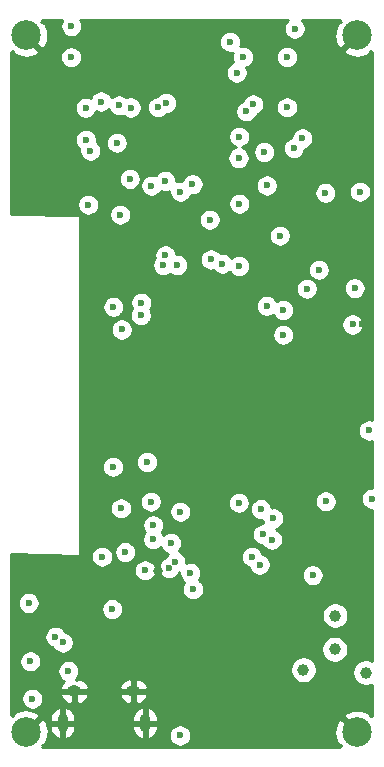
<source format=gbr>
G04 #@! TF.GenerationSoftware,KiCad,Pcbnew,5.1.7-a382d34a88~90~ubuntu20.04.1*
G04 #@! TF.CreationDate,2022-01-21T18:15:31-06:00*
G04 #@! TF.ProjectId,strike-controller,73747269-6b65-42d6-936f-6e74726f6c6c,rev?*
G04 #@! TF.SameCoordinates,Original*
G04 #@! TF.FileFunction,Copper,L2,Inr*
G04 #@! TF.FilePolarity,Positive*
%FSLAX46Y46*%
G04 Gerber Fmt 4.6, Leading zero omitted, Abs format (unit mm)*
G04 Created by KiCad (PCBNEW 5.1.7-a382d34a88~90~ubuntu20.04.1) date 2022-01-21 18:15:31*
%MOMM*%
%LPD*%
G01*
G04 APERTURE LIST*
G04 #@! TA.AperFunction,ComponentPad*
%ADD10C,2.500000*%
G04 #@! TD*
G04 #@! TA.AperFunction,ComponentPad*
%ADD11O,0.890000X1.550000*%
G04 #@! TD*
G04 #@! TA.AperFunction,ComponentPad*
%ADD12O,1.250000X0.950000*%
G04 #@! TD*
G04 #@! TA.AperFunction,ViaPad*
%ADD13C,0.600000*%
G04 #@! TD*
G04 #@! TA.AperFunction,ViaPad*
%ADD14C,0.800000*%
G04 #@! TD*
G04 #@! TA.AperFunction,ViaPad*
%ADD15C,1.000000*%
G04 #@! TD*
G04 #@! TA.AperFunction,Conductor*
%ADD16C,0.254000*%
G04 #@! TD*
G04 #@! TA.AperFunction,Conductor*
%ADD17C,0.100000*%
G04 #@! TD*
G04 APERTURE END LIST*
D10*
X160500000Y-115925000D03*
X160500000Y-56950000D03*
X132525000Y-115900000D03*
X132500000Y-56950000D03*
D11*
X142600000Y-115175000D03*
X135600000Y-115175000D03*
D12*
X141600000Y-112475000D03*
X136600000Y-112475000D03*
D13*
X152175000Y-116450000D03*
X148625000Y-116475000D03*
X148625000Y-110050000D03*
X152175000Y-110025000D03*
X140400000Y-111300000D03*
D14*
X140275000Y-108050000D03*
X143700000Y-102300000D03*
D13*
X138200000Y-108500000D03*
X143208051Y-110133051D03*
X137550000Y-97025000D03*
X138600000Y-93450000D03*
D15*
X146075000Y-84275000D03*
X149300000Y-87525000D03*
X146075000Y-90725000D03*
D13*
X154600000Y-92200000D03*
X157700000Y-92225000D03*
X158650000Y-94425000D03*
X158850000Y-87875000D03*
D15*
X142875010Y-87524906D03*
D13*
X149575000Y-99650000D03*
X155575000Y-99650000D03*
X156525000Y-98600000D03*
X161650000Y-112700000D03*
X154800000Y-114625000D03*
D15*
X160925000Y-106100000D03*
X160925000Y-102675000D03*
D13*
X152150000Y-104850000D03*
X161099981Y-74425000D03*
D14*
X145609063Y-104915618D03*
D13*
X160979991Y-81400000D03*
X159300000Y-64575000D03*
X153150000Y-65775000D03*
X140050000Y-58800000D03*
X136325000Y-63075000D03*
X136325000Y-65725000D03*
X142575000Y-63075000D03*
X146600000Y-64550000D03*
X138575000Y-79550000D03*
X138600000Y-76475000D03*
X141350000Y-75175000D03*
X140325000Y-74375000D03*
X153350000Y-63075010D03*
X142778551Y-64298342D03*
X132650000Y-101625000D03*
X134635636Y-112473262D03*
X146775000Y-74325000D03*
X153958051Y-75583051D03*
X147771509Y-74609556D03*
X157999990Y-64429144D03*
X157075000Y-62924990D03*
X159275000Y-69600000D03*
X137975000Y-99900000D03*
X140550000Y-97000000D03*
X139875000Y-93475000D03*
X161775000Y-96175000D03*
D15*
X158650000Y-108925000D03*
X156000000Y-110650000D03*
X161275000Y-110900000D03*
X158675000Y-106075000D03*
D13*
X145550000Y-116225000D03*
X161549991Y-90400000D03*
X154600000Y-63050000D03*
X155175000Y-66500000D03*
X138850000Y-62550000D03*
X151743201Y-62793201D03*
X132725000Y-105000000D03*
X153450010Y-97850000D03*
X143275000Y-99625000D03*
X144634337Y-102044619D03*
X143275000Y-98425000D03*
X142750000Y-93075000D03*
X154275000Y-80200000D03*
X156275000Y-78400000D03*
X132875000Y-109950000D03*
X136100000Y-110775000D03*
X133050000Y-113099990D03*
X140475000Y-72125000D03*
X150550000Y-65525000D03*
X149775000Y-57500000D03*
X150875000Y-58775000D03*
X154600000Y-58775000D03*
X155250000Y-56375000D03*
X136350000Y-56175000D03*
X136325000Y-58800000D03*
X137550000Y-63075000D03*
X137575000Y-65775000D03*
X137950000Y-66700000D03*
X137775000Y-71275000D03*
X140200000Y-66050000D03*
X146600000Y-69550000D03*
X160775000Y-70175000D03*
X141371151Y-63057963D03*
X151155656Y-63380746D03*
X145575010Y-70181834D03*
X150575000Y-71200000D03*
X154000000Y-73900000D03*
X156775000Y-102650000D03*
X160325000Y-78350000D03*
X160150000Y-81425000D03*
X148050000Y-72550000D03*
X144371279Y-62671279D03*
X150500000Y-67325000D03*
X155900000Y-65675000D03*
X157850000Y-70275000D03*
X150333780Y-60108780D03*
X157300000Y-76800000D03*
X146650000Y-103850000D03*
X146425000Y-102475000D03*
X145150000Y-101500000D03*
X143075006Y-96422478D03*
X139800000Y-105525000D03*
X142575000Y-102250000D03*
X138950000Y-101075000D03*
X140900000Y-100700000D03*
X144775000Y-99925000D03*
X145575000Y-97275000D03*
X152550000Y-99200000D03*
X154275000Y-82300000D03*
X152875000Y-79850000D03*
X152380726Y-97056087D03*
X153325000Y-99650000D03*
X152278372Y-101760819D03*
X135625000Y-108350000D03*
X142275000Y-79575000D03*
X135000000Y-107875000D03*
X142225000Y-80650000D03*
X152675000Y-66825000D03*
X157875000Y-96400000D03*
X150525000Y-96525000D03*
X143125000Y-69675010D03*
X152894597Y-69659225D03*
X151625000Y-101100000D03*
X145325000Y-76400000D03*
X148166201Y-75921987D03*
X140375000Y-62875000D03*
X149125000Y-76275000D03*
X144118096Y-76402618D03*
X143675000Y-63025000D03*
X140600000Y-81850000D03*
X139900000Y-79925000D03*
X141300000Y-69100000D03*
X144300000Y-69275000D03*
X144300000Y-75575000D03*
X150547057Y-76470021D03*
D16*
X159071285Y-55700893D02*
X159186393Y-55816001D01*
X158896423Y-55941914D01*
X158730567Y-56274126D01*
X158632710Y-56632312D01*
X158606611Y-57002706D01*
X158653275Y-57371075D01*
X158770906Y-57723262D01*
X158896423Y-57958086D01*
X159186395Y-58084000D01*
X160320395Y-56950000D01*
X160306253Y-56935858D01*
X160485858Y-56756253D01*
X160500000Y-56770395D01*
X160514143Y-56756253D01*
X160693748Y-56935858D01*
X160679605Y-56950000D01*
X160693748Y-56964143D01*
X160514143Y-57143748D01*
X160500000Y-57129605D01*
X159366000Y-58263605D01*
X159491914Y-58553577D01*
X159824126Y-58719433D01*
X160182312Y-58817290D01*
X160552706Y-58843389D01*
X160921075Y-58796725D01*
X161273262Y-58679094D01*
X161508086Y-58553577D01*
X161633999Y-58263607D01*
X161749107Y-58378715D01*
X161800001Y-58327821D01*
X161800000Y-89496413D01*
X161642080Y-89465000D01*
X161457902Y-89465000D01*
X161277262Y-89500932D01*
X161107102Y-89571414D01*
X160953963Y-89673738D01*
X160823729Y-89803972D01*
X160721405Y-89957111D01*
X160650923Y-90127271D01*
X160614991Y-90307911D01*
X160614991Y-90492089D01*
X160650923Y-90672729D01*
X160721405Y-90842889D01*
X160823729Y-90996028D01*
X160953963Y-91126262D01*
X161107102Y-91228586D01*
X161277262Y-91299068D01*
X161457902Y-91335000D01*
X161642080Y-91335000D01*
X161800000Y-91303587D01*
X161800000Y-95240000D01*
X161682911Y-95240000D01*
X161502271Y-95275932D01*
X161332111Y-95346414D01*
X161178972Y-95448738D01*
X161048738Y-95578972D01*
X160946414Y-95732111D01*
X160875932Y-95902271D01*
X160840000Y-96082911D01*
X160840000Y-96267089D01*
X160875932Y-96447729D01*
X160946414Y-96617889D01*
X161048738Y-96771028D01*
X161178972Y-96901262D01*
X161332111Y-97003586D01*
X161502271Y-97074068D01*
X161682911Y-97110000D01*
X161800000Y-97110000D01*
X161800000Y-109888947D01*
X161606067Y-109808617D01*
X161386788Y-109765000D01*
X161163212Y-109765000D01*
X160943933Y-109808617D01*
X160737376Y-109894176D01*
X160551480Y-110018388D01*
X160393388Y-110176480D01*
X160269176Y-110362376D01*
X160183617Y-110568933D01*
X160140000Y-110788212D01*
X160140000Y-111011788D01*
X160183617Y-111231067D01*
X160269176Y-111437624D01*
X160393388Y-111623520D01*
X160551480Y-111781612D01*
X160737376Y-111905824D01*
X160943933Y-111991383D01*
X161163212Y-112035000D01*
X161386788Y-112035000D01*
X161606067Y-111991383D01*
X161800000Y-111911053D01*
X161800000Y-114547178D01*
X161749107Y-114496285D01*
X161633999Y-114611393D01*
X161508086Y-114321423D01*
X161175874Y-114155567D01*
X160817688Y-114057710D01*
X160447294Y-114031611D01*
X160078925Y-114078275D01*
X159726738Y-114195906D01*
X159491914Y-114321423D01*
X159366000Y-114611395D01*
X160500000Y-115745395D01*
X160514143Y-115731253D01*
X160693748Y-115910858D01*
X160679605Y-115925000D01*
X160693748Y-115939143D01*
X160514143Y-116118748D01*
X160500000Y-116104605D01*
X160485858Y-116118748D01*
X160306253Y-115939143D01*
X160320395Y-115925000D01*
X159186395Y-114791000D01*
X158896423Y-114916914D01*
X158730567Y-115249126D01*
X158632710Y-115607312D01*
X158606611Y-115977706D01*
X158653275Y-116346075D01*
X158770906Y-116698262D01*
X158896423Y-116933086D01*
X159186393Y-117058999D01*
X159071285Y-117174107D01*
X159117178Y-117220000D01*
X133882822Y-117220000D01*
X133953715Y-117149107D01*
X133838607Y-117033999D01*
X134128577Y-116908086D01*
X134294433Y-116575874D01*
X134392290Y-116217688D01*
X134418389Y-115847294D01*
X134371725Y-115478925D01*
X134312632Y-115302000D01*
X134520000Y-115302000D01*
X134520000Y-115632000D01*
X134565528Y-115840257D01*
X134650810Y-116035631D01*
X134772569Y-116210613D01*
X134926126Y-116358479D01*
X135105580Y-116473546D01*
X135306787Y-116544435D01*
X135473000Y-116417454D01*
X135473000Y-115302000D01*
X135727000Y-115302000D01*
X135727000Y-116417454D01*
X135893213Y-116544435D01*
X136094420Y-116473546D01*
X136273874Y-116358479D01*
X136427431Y-116210613D01*
X136549190Y-116035631D01*
X136634472Y-115840257D01*
X136680000Y-115632000D01*
X136680000Y-115302000D01*
X141520000Y-115302000D01*
X141520000Y-115632000D01*
X141565528Y-115840257D01*
X141650810Y-116035631D01*
X141772569Y-116210613D01*
X141926126Y-116358479D01*
X142105580Y-116473546D01*
X142306787Y-116544435D01*
X142473000Y-116417454D01*
X142473000Y-115302000D01*
X142727000Y-115302000D01*
X142727000Y-116417454D01*
X142893213Y-116544435D01*
X143094420Y-116473546D01*
X143273874Y-116358479D01*
X143427431Y-116210613D01*
X143481498Y-116132911D01*
X144615000Y-116132911D01*
X144615000Y-116317089D01*
X144650932Y-116497729D01*
X144721414Y-116667889D01*
X144823738Y-116821028D01*
X144953972Y-116951262D01*
X145107111Y-117053586D01*
X145277271Y-117124068D01*
X145457911Y-117160000D01*
X145642089Y-117160000D01*
X145822729Y-117124068D01*
X145992889Y-117053586D01*
X146146028Y-116951262D01*
X146276262Y-116821028D01*
X146378586Y-116667889D01*
X146449068Y-116497729D01*
X146485000Y-116317089D01*
X146485000Y-116132911D01*
X146449068Y-115952271D01*
X146378586Y-115782111D01*
X146276262Y-115628972D01*
X146146028Y-115498738D01*
X145992889Y-115396414D01*
X145822729Y-115325932D01*
X145642089Y-115290000D01*
X145457911Y-115290000D01*
X145277271Y-115325932D01*
X145107111Y-115396414D01*
X144953972Y-115498738D01*
X144823738Y-115628972D01*
X144721414Y-115782111D01*
X144650932Y-115952271D01*
X144615000Y-116132911D01*
X143481498Y-116132911D01*
X143549190Y-116035631D01*
X143634472Y-115840257D01*
X143680000Y-115632000D01*
X143680000Y-115302000D01*
X142727000Y-115302000D01*
X142473000Y-115302000D01*
X141520000Y-115302000D01*
X136680000Y-115302000D01*
X135727000Y-115302000D01*
X135473000Y-115302000D01*
X134520000Y-115302000D01*
X134312632Y-115302000D01*
X134254094Y-115126738D01*
X134128577Y-114891914D01*
X133838605Y-114766000D01*
X132704605Y-115900000D01*
X132718748Y-115914143D01*
X132539143Y-116093748D01*
X132525000Y-116079605D01*
X132510858Y-116093748D01*
X132331253Y-115914143D01*
X132345395Y-115900000D01*
X132331253Y-115885858D01*
X132510858Y-115706253D01*
X132525000Y-115720395D01*
X133527395Y-114718000D01*
X134520000Y-114718000D01*
X134520000Y-115048000D01*
X135473000Y-115048000D01*
X135473000Y-113932546D01*
X135727000Y-113932546D01*
X135727000Y-115048000D01*
X136680000Y-115048000D01*
X136680000Y-114718000D01*
X141520000Y-114718000D01*
X141520000Y-115048000D01*
X142473000Y-115048000D01*
X142473000Y-113932546D01*
X142727000Y-113932546D01*
X142727000Y-115048000D01*
X143680000Y-115048000D01*
X143680000Y-114718000D01*
X143634472Y-114509743D01*
X143549190Y-114314369D01*
X143427431Y-114139387D01*
X143273874Y-113991521D01*
X143094420Y-113876454D01*
X142893213Y-113805565D01*
X142727000Y-113932546D01*
X142473000Y-113932546D01*
X142306787Y-113805565D01*
X142105580Y-113876454D01*
X141926126Y-113991521D01*
X141772569Y-114139387D01*
X141650810Y-114314369D01*
X141565528Y-114509743D01*
X141520000Y-114718000D01*
X136680000Y-114718000D01*
X136634472Y-114509743D01*
X136549190Y-114314369D01*
X136427431Y-114139387D01*
X136273874Y-113991521D01*
X136094420Y-113876454D01*
X135893213Y-113805565D01*
X135727000Y-113932546D01*
X135473000Y-113932546D01*
X135306787Y-113805565D01*
X135105580Y-113876454D01*
X134926126Y-113991521D01*
X134772569Y-114139387D01*
X134650810Y-114314369D01*
X134565528Y-114509743D01*
X134520000Y-114718000D01*
X133527395Y-114718000D01*
X133659000Y-114586395D01*
X133533086Y-114296423D01*
X133200874Y-114130567D01*
X132842688Y-114032710D01*
X132472294Y-114006611D01*
X132103925Y-114053275D01*
X131751738Y-114170906D01*
X131516914Y-114296423D01*
X131391001Y-114586393D01*
X131275893Y-114471285D01*
X131219235Y-114527943D01*
X131218894Y-113007901D01*
X132115000Y-113007901D01*
X132115000Y-113192079D01*
X132150932Y-113372719D01*
X132221414Y-113542879D01*
X132323738Y-113696018D01*
X132453972Y-113826252D01*
X132607111Y-113928576D01*
X132777271Y-113999058D01*
X132957911Y-114034990D01*
X133142089Y-114034990D01*
X133322729Y-113999058D01*
X133492889Y-113928576D01*
X133646028Y-113826252D01*
X133776262Y-113696018D01*
X133878586Y-113542879D01*
X133949068Y-113372719D01*
X133985000Y-113192079D01*
X133985000Y-113007901D01*
X133949068Y-112827261D01*
X133926567Y-112772938D01*
X135380732Y-112772938D01*
X135450397Y-112961150D01*
X135564447Y-113146822D01*
X135712529Y-113306676D01*
X135888951Y-113434569D01*
X136086934Y-113525586D01*
X136298869Y-113576230D01*
X136473000Y-113427564D01*
X136473000Y-112602000D01*
X136727000Y-112602000D01*
X136727000Y-113427564D01*
X136901131Y-113576230D01*
X137113066Y-113525586D01*
X137311049Y-113434569D01*
X137487471Y-113306676D01*
X137635553Y-113146822D01*
X137749603Y-112961150D01*
X137819268Y-112772938D01*
X140380732Y-112772938D01*
X140450397Y-112961150D01*
X140564447Y-113146822D01*
X140712529Y-113306676D01*
X140888951Y-113434569D01*
X141086934Y-113525586D01*
X141298869Y-113576230D01*
X141473000Y-113427564D01*
X141473000Y-112602000D01*
X141727000Y-112602000D01*
X141727000Y-113427564D01*
X141901131Y-113576230D01*
X142113066Y-113525586D01*
X142311049Y-113434569D01*
X142487471Y-113306676D01*
X142635553Y-113146822D01*
X142749603Y-112961150D01*
X142819268Y-112772938D01*
X142692734Y-112602000D01*
X141727000Y-112602000D01*
X141473000Y-112602000D01*
X140507266Y-112602000D01*
X140380732Y-112772938D01*
X137819268Y-112772938D01*
X137692734Y-112602000D01*
X136727000Y-112602000D01*
X136473000Y-112602000D01*
X135507266Y-112602000D01*
X135380732Y-112772938D01*
X133926567Y-112772938D01*
X133878586Y-112657101D01*
X133776262Y-112503962D01*
X133646028Y-112373728D01*
X133492889Y-112271404D01*
X133322729Y-112200922D01*
X133142089Y-112164990D01*
X132957911Y-112164990D01*
X132777271Y-112200922D01*
X132607111Y-112271404D01*
X132453972Y-112373728D01*
X132323738Y-112503962D01*
X132221414Y-112657101D01*
X132150932Y-112827261D01*
X132115000Y-113007901D01*
X131218894Y-113007901D01*
X131218186Y-109857911D01*
X131940000Y-109857911D01*
X131940000Y-110042089D01*
X131975932Y-110222729D01*
X132046414Y-110392889D01*
X132148738Y-110546028D01*
X132278972Y-110676262D01*
X132432111Y-110778586D01*
X132602271Y-110849068D01*
X132782911Y-110885000D01*
X132967089Y-110885000D01*
X133147729Y-110849068D01*
X133317889Y-110778586D01*
X133461077Y-110682911D01*
X135165000Y-110682911D01*
X135165000Y-110867089D01*
X135200932Y-111047729D01*
X135271414Y-111217889D01*
X135373738Y-111371028D01*
X135503972Y-111501262D01*
X135657111Y-111603586D01*
X135727262Y-111632643D01*
X135712529Y-111643324D01*
X135564447Y-111803178D01*
X135450397Y-111988850D01*
X135380732Y-112177062D01*
X135507266Y-112348000D01*
X136473000Y-112348000D01*
X136473000Y-112328000D01*
X136727000Y-112328000D01*
X136727000Y-112348000D01*
X137692734Y-112348000D01*
X137819268Y-112177062D01*
X140380732Y-112177062D01*
X140507266Y-112348000D01*
X141473000Y-112348000D01*
X141473000Y-111522436D01*
X141727000Y-111522436D01*
X141727000Y-112348000D01*
X142692734Y-112348000D01*
X142819268Y-112177062D01*
X142749603Y-111988850D01*
X142635553Y-111803178D01*
X142487471Y-111643324D01*
X142311049Y-111515431D01*
X142113066Y-111424414D01*
X141901131Y-111373770D01*
X141727000Y-111522436D01*
X141473000Y-111522436D01*
X141298869Y-111373770D01*
X141086934Y-111424414D01*
X140888951Y-111515431D01*
X140712529Y-111643324D01*
X140564447Y-111803178D01*
X140450397Y-111988850D01*
X140380732Y-112177062D01*
X137819268Y-112177062D01*
X137749603Y-111988850D01*
X137635553Y-111803178D01*
X137487471Y-111643324D01*
X137311049Y-111515431D01*
X137113066Y-111424414D01*
X136901131Y-111373770D01*
X136727002Y-111522434D01*
X136727002Y-111470288D01*
X136826262Y-111371028D01*
X136928586Y-111217889D01*
X136999068Y-111047729D01*
X137035000Y-110867089D01*
X137035000Y-110682911D01*
X137006218Y-110538212D01*
X154865000Y-110538212D01*
X154865000Y-110761788D01*
X154908617Y-110981067D01*
X154994176Y-111187624D01*
X155118388Y-111373520D01*
X155276480Y-111531612D01*
X155462376Y-111655824D01*
X155668933Y-111741383D01*
X155888212Y-111785000D01*
X156111788Y-111785000D01*
X156331067Y-111741383D01*
X156537624Y-111655824D01*
X156723520Y-111531612D01*
X156881612Y-111373520D01*
X157005824Y-111187624D01*
X157091383Y-110981067D01*
X157135000Y-110761788D01*
X157135000Y-110538212D01*
X157091383Y-110318933D01*
X157005824Y-110112376D01*
X156881612Y-109926480D01*
X156723520Y-109768388D01*
X156537624Y-109644176D01*
X156331067Y-109558617D01*
X156111788Y-109515000D01*
X155888212Y-109515000D01*
X155668933Y-109558617D01*
X155462376Y-109644176D01*
X155276480Y-109768388D01*
X155118388Y-109926480D01*
X154994176Y-110112376D01*
X154908617Y-110318933D01*
X154865000Y-110538212D01*
X137006218Y-110538212D01*
X136999068Y-110502271D01*
X136928586Y-110332111D01*
X136826262Y-110178972D01*
X136696028Y-110048738D01*
X136542889Y-109946414D01*
X136372729Y-109875932D01*
X136192089Y-109840000D01*
X136007911Y-109840000D01*
X135827271Y-109875932D01*
X135657111Y-109946414D01*
X135503972Y-110048738D01*
X135373738Y-110178972D01*
X135271414Y-110332111D01*
X135200932Y-110502271D01*
X135165000Y-110682911D01*
X133461077Y-110682911D01*
X133471028Y-110676262D01*
X133601262Y-110546028D01*
X133703586Y-110392889D01*
X133774068Y-110222729D01*
X133810000Y-110042089D01*
X133810000Y-109857911D01*
X133774068Y-109677271D01*
X133703586Y-109507111D01*
X133601262Y-109353972D01*
X133471028Y-109223738D01*
X133317889Y-109121414D01*
X133147729Y-109050932D01*
X132967089Y-109015000D01*
X132782911Y-109015000D01*
X132602271Y-109050932D01*
X132432111Y-109121414D01*
X132278972Y-109223738D01*
X132148738Y-109353972D01*
X132046414Y-109507111D01*
X131975932Y-109677271D01*
X131940000Y-109857911D01*
X131218186Y-109857911D01*
X131217720Y-107782911D01*
X134065000Y-107782911D01*
X134065000Y-107967089D01*
X134100932Y-108147729D01*
X134171414Y-108317889D01*
X134273738Y-108471028D01*
X134403972Y-108601262D01*
X134557111Y-108703586D01*
X134727271Y-108774068D01*
X134794127Y-108787367D01*
X134796414Y-108792889D01*
X134898738Y-108946028D01*
X135028972Y-109076262D01*
X135182111Y-109178586D01*
X135352271Y-109249068D01*
X135532911Y-109285000D01*
X135717089Y-109285000D01*
X135897729Y-109249068D01*
X136067889Y-109178586D01*
X136221028Y-109076262D01*
X136351262Y-108946028D01*
X136440006Y-108813212D01*
X157515000Y-108813212D01*
X157515000Y-109036788D01*
X157558617Y-109256067D01*
X157644176Y-109462624D01*
X157768388Y-109648520D01*
X157926480Y-109806612D01*
X158112376Y-109930824D01*
X158318933Y-110016383D01*
X158538212Y-110060000D01*
X158761788Y-110060000D01*
X158981067Y-110016383D01*
X159187624Y-109930824D01*
X159373520Y-109806612D01*
X159531612Y-109648520D01*
X159655824Y-109462624D01*
X159741383Y-109256067D01*
X159785000Y-109036788D01*
X159785000Y-108813212D01*
X159741383Y-108593933D01*
X159655824Y-108387376D01*
X159531612Y-108201480D01*
X159373520Y-108043388D01*
X159187624Y-107919176D01*
X158981067Y-107833617D01*
X158761788Y-107790000D01*
X158538212Y-107790000D01*
X158318933Y-107833617D01*
X158112376Y-107919176D01*
X157926480Y-108043388D01*
X157768388Y-108201480D01*
X157644176Y-108387376D01*
X157558617Y-108593933D01*
X157515000Y-108813212D01*
X136440006Y-108813212D01*
X136453586Y-108792889D01*
X136524068Y-108622729D01*
X136560000Y-108442089D01*
X136560000Y-108257911D01*
X136524068Y-108077271D01*
X136453586Y-107907111D01*
X136351262Y-107753972D01*
X136221028Y-107623738D01*
X136067889Y-107521414D01*
X135897729Y-107450932D01*
X135830873Y-107437633D01*
X135828586Y-107432111D01*
X135726262Y-107278972D01*
X135596028Y-107148738D01*
X135442889Y-107046414D01*
X135272729Y-106975932D01*
X135092089Y-106940000D01*
X134907911Y-106940000D01*
X134727271Y-106975932D01*
X134557111Y-107046414D01*
X134403972Y-107148738D01*
X134273738Y-107278972D01*
X134171414Y-107432111D01*
X134100932Y-107602271D01*
X134065000Y-107782911D01*
X131217720Y-107782911D01*
X131217073Y-104907911D01*
X131790000Y-104907911D01*
X131790000Y-105092089D01*
X131825932Y-105272729D01*
X131896414Y-105442889D01*
X131998738Y-105596028D01*
X132128972Y-105726262D01*
X132282111Y-105828586D01*
X132452271Y-105899068D01*
X132632911Y-105935000D01*
X132817089Y-105935000D01*
X132997729Y-105899068D01*
X133167889Y-105828586D01*
X133321028Y-105726262D01*
X133451262Y-105596028D01*
X133553586Y-105442889D01*
X133557718Y-105432911D01*
X138865000Y-105432911D01*
X138865000Y-105617089D01*
X138900932Y-105797729D01*
X138971414Y-105967889D01*
X139073738Y-106121028D01*
X139203972Y-106251262D01*
X139357111Y-106353586D01*
X139527271Y-106424068D01*
X139707911Y-106460000D01*
X139892089Y-106460000D01*
X140072729Y-106424068D01*
X140242889Y-106353586D01*
X140396028Y-106251262D01*
X140526262Y-106121028D01*
X140628586Y-105967889D01*
X140630523Y-105963212D01*
X157540000Y-105963212D01*
X157540000Y-106186788D01*
X157583617Y-106406067D01*
X157669176Y-106612624D01*
X157793388Y-106798520D01*
X157951480Y-106956612D01*
X158137376Y-107080824D01*
X158343933Y-107166383D01*
X158563212Y-107210000D01*
X158786788Y-107210000D01*
X159006067Y-107166383D01*
X159212624Y-107080824D01*
X159398520Y-106956612D01*
X159556612Y-106798520D01*
X159680824Y-106612624D01*
X159766383Y-106406067D01*
X159810000Y-106186788D01*
X159810000Y-105963212D01*
X159766383Y-105743933D01*
X159680824Y-105537376D01*
X159556612Y-105351480D01*
X159398520Y-105193388D01*
X159212624Y-105069176D01*
X159006067Y-104983617D01*
X158786788Y-104940000D01*
X158563212Y-104940000D01*
X158343933Y-104983617D01*
X158137376Y-105069176D01*
X157951480Y-105193388D01*
X157793388Y-105351480D01*
X157669176Y-105537376D01*
X157583617Y-105743933D01*
X157540000Y-105963212D01*
X140630523Y-105963212D01*
X140699068Y-105797729D01*
X140735000Y-105617089D01*
X140735000Y-105432911D01*
X140699068Y-105252271D01*
X140628586Y-105082111D01*
X140526262Y-104928972D01*
X140396028Y-104798738D01*
X140242889Y-104696414D01*
X140072729Y-104625932D01*
X139892089Y-104590000D01*
X139707911Y-104590000D01*
X139527271Y-104625932D01*
X139357111Y-104696414D01*
X139203972Y-104798738D01*
X139073738Y-104928972D01*
X138971414Y-105082111D01*
X138900932Y-105252271D01*
X138865000Y-105432911D01*
X133557718Y-105432911D01*
X133624068Y-105272729D01*
X133660000Y-105092089D01*
X133660000Y-104907911D01*
X133624068Y-104727271D01*
X133553586Y-104557111D01*
X133451262Y-104403972D01*
X133321028Y-104273738D01*
X133167889Y-104171414D01*
X132997729Y-104100932D01*
X132817089Y-104065000D01*
X132632911Y-104065000D01*
X132452271Y-104100932D01*
X132282111Y-104171414D01*
X132128972Y-104273738D01*
X131998738Y-104403972D01*
X131896414Y-104557111D01*
X131825932Y-104727271D01*
X131790000Y-104907911D01*
X131217073Y-104907911D01*
X131216455Y-102157911D01*
X141640000Y-102157911D01*
X141640000Y-102342089D01*
X141675932Y-102522729D01*
X141746414Y-102692889D01*
X141848738Y-102846028D01*
X141978972Y-102976262D01*
X142132111Y-103078586D01*
X142302271Y-103149068D01*
X142482911Y-103185000D01*
X142667089Y-103185000D01*
X142847729Y-103149068D01*
X143017889Y-103078586D01*
X143171028Y-102976262D01*
X143301262Y-102846028D01*
X143403586Y-102692889D01*
X143474068Y-102522729D01*
X143510000Y-102342089D01*
X143510000Y-102157911D01*
X143474068Y-101977271D01*
X143403586Y-101807111D01*
X143301262Y-101653972D01*
X143171028Y-101523738D01*
X143017889Y-101421414D01*
X142847729Y-101350932D01*
X142667089Y-101315000D01*
X142482911Y-101315000D01*
X142302271Y-101350932D01*
X142132111Y-101421414D01*
X141978972Y-101523738D01*
X141848738Y-101653972D01*
X141746414Y-101807111D01*
X141675932Y-101977271D01*
X141640000Y-102157911D01*
X131216455Y-102157911D01*
X131216165Y-100870180D01*
X136921067Y-101046939D01*
X136949646Y-101044586D01*
X136973478Y-101037384D01*
X136995447Y-101025671D01*
X137014708Y-101009897D01*
X137030523Y-100990668D01*
X137034679Y-100982911D01*
X138015000Y-100982911D01*
X138015000Y-101167089D01*
X138050932Y-101347729D01*
X138121414Y-101517889D01*
X138223738Y-101671028D01*
X138353972Y-101801262D01*
X138507111Y-101903586D01*
X138677271Y-101974068D01*
X138857911Y-102010000D01*
X139042089Y-102010000D01*
X139222729Y-101974068D01*
X139392889Y-101903586D01*
X139546028Y-101801262D01*
X139676262Y-101671028D01*
X139778586Y-101517889D01*
X139849068Y-101347729D01*
X139885000Y-101167089D01*
X139885000Y-100982911D01*
X139849068Y-100802271D01*
X139778586Y-100632111D01*
X139762417Y-100607911D01*
X139965000Y-100607911D01*
X139965000Y-100792089D01*
X140000932Y-100972729D01*
X140071414Y-101142889D01*
X140173738Y-101296028D01*
X140303972Y-101426262D01*
X140457111Y-101528586D01*
X140627271Y-101599068D01*
X140807911Y-101635000D01*
X140992089Y-101635000D01*
X141172729Y-101599068D01*
X141342889Y-101528586D01*
X141496028Y-101426262D01*
X141626262Y-101296028D01*
X141728586Y-101142889D01*
X141799068Y-100972729D01*
X141835000Y-100792089D01*
X141835000Y-100607911D01*
X141799068Y-100427271D01*
X141728586Y-100257111D01*
X141626262Y-100103972D01*
X141496028Y-99973738D01*
X141342889Y-99871414D01*
X141172729Y-99800932D01*
X140992089Y-99765000D01*
X140807911Y-99765000D01*
X140627271Y-99800932D01*
X140457111Y-99871414D01*
X140303972Y-99973738D01*
X140173738Y-100103972D01*
X140071414Y-100257111D01*
X140000932Y-100427271D01*
X139965000Y-100607911D01*
X139762417Y-100607911D01*
X139676262Y-100478972D01*
X139546028Y-100348738D01*
X139392889Y-100246414D01*
X139222729Y-100175932D01*
X139042089Y-100140000D01*
X138857911Y-100140000D01*
X138677271Y-100175932D01*
X138507111Y-100246414D01*
X138353972Y-100348738D01*
X138223738Y-100478972D01*
X138121414Y-100632111D01*
X138050932Y-100802271D01*
X138015000Y-100982911D01*
X137034679Y-100982911D01*
X137042282Y-100968724D01*
X137049534Y-100944907D01*
X137052000Y-100920133D01*
X137054713Y-98332911D01*
X142340000Y-98332911D01*
X142340000Y-98517089D01*
X142375932Y-98697729D01*
X142446414Y-98867889D01*
X142548738Y-99021028D01*
X142552710Y-99025000D01*
X142548738Y-99028972D01*
X142446414Y-99182111D01*
X142375932Y-99352271D01*
X142340000Y-99532911D01*
X142340000Y-99717089D01*
X142375932Y-99897729D01*
X142446414Y-100067889D01*
X142548738Y-100221028D01*
X142678972Y-100351262D01*
X142832111Y-100453586D01*
X143002271Y-100524068D01*
X143182911Y-100560000D01*
X143367089Y-100560000D01*
X143547729Y-100524068D01*
X143717889Y-100453586D01*
X143871028Y-100351262D01*
X143919464Y-100302826D01*
X143946414Y-100367889D01*
X144048738Y-100521028D01*
X144178972Y-100651262D01*
X144332111Y-100753586D01*
X144502271Y-100824068D01*
X144503415Y-100824295D01*
X144423738Y-100903972D01*
X144321414Y-101057111D01*
X144268870Y-101183964D01*
X144191448Y-101216033D01*
X144038309Y-101318357D01*
X143908075Y-101448591D01*
X143805751Y-101601730D01*
X143735269Y-101771890D01*
X143699337Y-101952530D01*
X143699337Y-102136708D01*
X143735269Y-102317348D01*
X143805751Y-102487508D01*
X143908075Y-102640647D01*
X144038309Y-102770881D01*
X144191448Y-102873205D01*
X144361608Y-102943687D01*
X144542248Y-102979619D01*
X144726426Y-102979619D01*
X144907066Y-102943687D01*
X145077226Y-102873205D01*
X145230365Y-102770881D01*
X145360599Y-102640647D01*
X145462923Y-102487508D01*
X145490000Y-102422138D01*
X145490000Y-102567089D01*
X145525932Y-102747729D01*
X145596414Y-102917889D01*
X145698738Y-103071028D01*
X145828972Y-103201262D01*
X145918837Y-103261307D01*
X145821414Y-103407111D01*
X145750932Y-103577271D01*
X145715000Y-103757911D01*
X145715000Y-103942089D01*
X145750932Y-104122729D01*
X145821414Y-104292889D01*
X145923738Y-104446028D01*
X146053972Y-104576262D01*
X146207111Y-104678586D01*
X146377271Y-104749068D01*
X146557911Y-104785000D01*
X146742089Y-104785000D01*
X146922729Y-104749068D01*
X147092889Y-104678586D01*
X147246028Y-104576262D01*
X147376262Y-104446028D01*
X147478586Y-104292889D01*
X147549068Y-104122729D01*
X147585000Y-103942089D01*
X147585000Y-103757911D01*
X147549068Y-103577271D01*
X147478586Y-103407111D01*
X147376262Y-103253972D01*
X147246028Y-103123738D01*
X147156163Y-103063693D01*
X147253586Y-102917889D01*
X147324068Y-102747729D01*
X147360000Y-102567089D01*
X147360000Y-102382911D01*
X147324068Y-102202271D01*
X147253586Y-102032111D01*
X147151262Y-101878972D01*
X147021028Y-101748738D01*
X146867889Y-101646414D01*
X146697729Y-101575932D01*
X146517089Y-101540000D01*
X146332911Y-101540000D01*
X146152271Y-101575932D01*
X146082462Y-101604848D01*
X146085000Y-101592089D01*
X146085000Y-101407911D01*
X146049068Y-101227271D01*
X145978586Y-101057111D01*
X145945712Y-101007911D01*
X150690000Y-101007911D01*
X150690000Y-101192089D01*
X150725932Y-101372729D01*
X150796414Y-101542889D01*
X150898738Y-101696028D01*
X151028972Y-101826262D01*
X151182111Y-101928586D01*
X151352271Y-101999068D01*
X151373277Y-102003246D01*
X151379304Y-102033548D01*
X151449786Y-102203708D01*
X151552110Y-102356847D01*
X151682344Y-102487081D01*
X151835483Y-102589405D01*
X152005643Y-102659887D01*
X152186283Y-102695819D01*
X152370461Y-102695819D01*
X152551101Y-102659887D01*
X152721261Y-102589405D01*
X152768395Y-102557911D01*
X155840000Y-102557911D01*
X155840000Y-102742089D01*
X155875932Y-102922729D01*
X155946414Y-103092889D01*
X156048738Y-103246028D01*
X156178972Y-103376262D01*
X156332111Y-103478586D01*
X156502271Y-103549068D01*
X156682911Y-103585000D01*
X156867089Y-103585000D01*
X157047729Y-103549068D01*
X157217889Y-103478586D01*
X157371028Y-103376262D01*
X157501262Y-103246028D01*
X157603586Y-103092889D01*
X157674068Y-102922729D01*
X157710000Y-102742089D01*
X157710000Y-102557911D01*
X157674068Y-102377271D01*
X157603586Y-102207111D01*
X157501262Y-102053972D01*
X157371028Y-101923738D01*
X157217889Y-101821414D01*
X157047729Y-101750932D01*
X156867089Y-101715000D01*
X156682911Y-101715000D01*
X156502271Y-101750932D01*
X156332111Y-101821414D01*
X156178972Y-101923738D01*
X156048738Y-102053972D01*
X155946414Y-102207111D01*
X155875932Y-102377271D01*
X155840000Y-102557911D01*
X152768395Y-102557911D01*
X152874400Y-102487081D01*
X153004634Y-102356847D01*
X153106958Y-102203708D01*
X153177440Y-102033548D01*
X153213372Y-101852908D01*
X153213372Y-101668730D01*
X153177440Y-101488090D01*
X153106958Y-101317930D01*
X153004634Y-101164791D01*
X152874400Y-101034557D01*
X152721261Y-100932233D01*
X152551101Y-100861751D01*
X152530095Y-100857573D01*
X152524068Y-100827271D01*
X152453586Y-100657111D01*
X152351262Y-100503972D01*
X152221028Y-100373738D01*
X152067889Y-100271414D01*
X151897729Y-100200932D01*
X151717089Y-100165000D01*
X151532911Y-100165000D01*
X151352271Y-100200932D01*
X151182111Y-100271414D01*
X151028972Y-100373738D01*
X150898738Y-100503972D01*
X150796414Y-100657111D01*
X150725932Y-100827271D01*
X150690000Y-101007911D01*
X145945712Y-101007911D01*
X145876262Y-100903972D01*
X145746028Y-100773738D01*
X145592889Y-100671414D01*
X145422729Y-100600932D01*
X145421585Y-100600705D01*
X145501262Y-100521028D01*
X145603586Y-100367889D01*
X145674068Y-100197729D01*
X145710000Y-100017089D01*
X145710000Y-99832911D01*
X145674068Y-99652271D01*
X145603586Y-99482111D01*
X145501262Y-99328972D01*
X145371028Y-99198738D01*
X145217889Y-99096414D01*
X145047729Y-99025932D01*
X144867089Y-98990000D01*
X144682911Y-98990000D01*
X144502271Y-99025932D01*
X144332111Y-99096414D01*
X144178972Y-99198738D01*
X144130536Y-99247174D01*
X144103586Y-99182111D01*
X144001262Y-99028972D01*
X143997290Y-99025000D01*
X144001262Y-99021028D01*
X144103586Y-98867889D01*
X144174068Y-98697729D01*
X144210000Y-98517089D01*
X144210000Y-98332911D01*
X144174068Y-98152271D01*
X144103586Y-97982111D01*
X144001262Y-97828972D01*
X143871028Y-97698738D01*
X143717889Y-97596414D01*
X143547729Y-97525932D01*
X143367089Y-97490000D01*
X143182911Y-97490000D01*
X143002271Y-97525932D01*
X142832111Y-97596414D01*
X142678972Y-97698738D01*
X142548738Y-97828972D01*
X142446414Y-97982111D01*
X142375932Y-98152271D01*
X142340000Y-98332911D01*
X137054713Y-98332911D01*
X137056208Y-96907911D01*
X139615000Y-96907911D01*
X139615000Y-97092089D01*
X139650932Y-97272729D01*
X139721414Y-97442889D01*
X139823738Y-97596028D01*
X139953972Y-97726262D01*
X140107111Y-97828586D01*
X140277271Y-97899068D01*
X140457911Y-97935000D01*
X140642089Y-97935000D01*
X140822729Y-97899068D01*
X140992889Y-97828586D01*
X141146028Y-97726262D01*
X141276262Y-97596028D01*
X141378586Y-97442889D01*
X141449068Y-97272729D01*
X141485000Y-97092089D01*
X141485000Y-96907911D01*
X141449068Y-96727271D01*
X141378586Y-96557111D01*
X141276262Y-96403972D01*
X141202679Y-96330389D01*
X142140006Y-96330389D01*
X142140006Y-96514567D01*
X142175938Y-96695207D01*
X142246420Y-96865367D01*
X142348744Y-97018506D01*
X142478978Y-97148740D01*
X142632117Y-97251064D01*
X142802277Y-97321546D01*
X142982917Y-97357478D01*
X143167095Y-97357478D01*
X143347735Y-97321546D01*
X143517895Y-97251064D01*
X143619893Y-97182911D01*
X144640000Y-97182911D01*
X144640000Y-97367089D01*
X144675932Y-97547729D01*
X144746414Y-97717889D01*
X144848738Y-97871028D01*
X144978972Y-98001262D01*
X145132111Y-98103586D01*
X145302271Y-98174068D01*
X145482911Y-98210000D01*
X145667089Y-98210000D01*
X145847729Y-98174068D01*
X146017889Y-98103586D01*
X146171028Y-98001262D01*
X146301262Y-97871028D01*
X146403586Y-97717889D01*
X146474068Y-97547729D01*
X146510000Y-97367089D01*
X146510000Y-97182911D01*
X146474068Y-97002271D01*
X146403586Y-96832111D01*
X146301262Y-96678972D01*
X146171028Y-96548738D01*
X146017889Y-96446414D01*
X145985290Y-96432911D01*
X149590000Y-96432911D01*
X149590000Y-96617089D01*
X149625932Y-96797729D01*
X149696414Y-96967889D01*
X149798738Y-97121028D01*
X149928972Y-97251262D01*
X150082111Y-97353586D01*
X150252271Y-97424068D01*
X150432911Y-97460000D01*
X150617089Y-97460000D01*
X150797729Y-97424068D01*
X150967889Y-97353586D01*
X151121028Y-97251262D01*
X151251262Y-97121028D01*
X151353586Y-96967889D01*
X151355197Y-96963998D01*
X151445726Y-96963998D01*
X151445726Y-97148176D01*
X151481658Y-97328816D01*
X151552140Y-97498976D01*
X151654464Y-97652115D01*
X151784698Y-97782349D01*
X151937837Y-97884673D01*
X152107997Y-97955155D01*
X152288637Y-97991087D01*
X152472815Y-97991087D01*
X152522779Y-97981148D01*
X152550942Y-98122729D01*
X152609872Y-98265000D01*
X152457911Y-98265000D01*
X152277271Y-98300932D01*
X152107111Y-98371414D01*
X151953972Y-98473738D01*
X151823738Y-98603972D01*
X151721414Y-98757111D01*
X151650932Y-98927271D01*
X151615000Y-99107911D01*
X151615000Y-99292089D01*
X151650932Y-99472729D01*
X151721414Y-99642889D01*
X151823738Y-99796028D01*
X151953972Y-99926262D01*
X152107111Y-100028586D01*
X152277271Y-100099068D01*
X152457911Y-100135000D01*
X152524552Y-100135000D01*
X152598738Y-100246028D01*
X152728972Y-100376262D01*
X152882111Y-100478586D01*
X153052271Y-100549068D01*
X153232911Y-100585000D01*
X153417089Y-100585000D01*
X153597729Y-100549068D01*
X153767889Y-100478586D01*
X153921028Y-100376262D01*
X154051262Y-100246028D01*
X154153586Y-100092889D01*
X154224068Y-99922729D01*
X154260000Y-99742089D01*
X154260000Y-99557911D01*
X154224068Y-99377271D01*
X154153586Y-99207111D01*
X154051262Y-99053972D01*
X153921028Y-98923738D01*
X153767889Y-98821414D01*
X153635246Y-98766472D01*
X153722739Y-98749068D01*
X153892899Y-98678586D01*
X154046038Y-98576262D01*
X154176272Y-98446028D01*
X154278596Y-98292889D01*
X154349078Y-98122729D01*
X154385010Y-97942089D01*
X154385010Y-97757911D01*
X154349078Y-97577271D01*
X154278596Y-97407111D01*
X154176272Y-97253972D01*
X154046038Y-97123738D01*
X153892899Y-97021414D01*
X153722739Y-96950932D01*
X153542099Y-96915000D01*
X153357921Y-96915000D01*
X153307957Y-96924939D01*
X153279794Y-96783358D01*
X153209312Y-96613198D01*
X153106988Y-96460059D01*
X152976754Y-96329825D01*
X152943958Y-96307911D01*
X156940000Y-96307911D01*
X156940000Y-96492089D01*
X156975932Y-96672729D01*
X157046414Y-96842889D01*
X157148738Y-96996028D01*
X157278972Y-97126262D01*
X157432111Y-97228586D01*
X157602271Y-97299068D01*
X157782911Y-97335000D01*
X157967089Y-97335000D01*
X158147729Y-97299068D01*
X158317889Y-97228586D01*
X158471028Y-97126262D01*
X158601262Y-96996028D01*
X158703586Y-96842889D01*
X158774068Y-96672729D01*
X158810000Y-96492089D01*
X158810000Y-96307911D01*
X158774068Y-96127271D01*
X158703586Y-95957111D01*
X158601262Y-95803972D01*
X158471028Y-95673738D01*
X158317889Y-95571414D01*
X158147729Y-95500932D01*
X157967089Y-95465000D01*
X157782911Y-95465000D01*
X157602271Y-95500932D01*
X157432111Y-95571414D01*
X157278972Y-95673738D01*
X157148738Y-95803972D01*
X157046414Y-95957111D01*
X156975932Y-96127271D01*
X156940000Y-96307911D01*
X152943958Y-96307911D01*
X152823615Y-96227501D01*
X152653455Y-96157019D01*
X152472815Y-96121087D01*
X152288637Y-96121087D01*
X152107997Y-96157019D01*
X151937837Y-96227501D01*
X151784698Y-96329825D01*
X151654464Y-96460059D01*
X151552140Y-96613198D01*
X151481658Y-96783358D01*
X151445726Y-96963998D01*
X151355197Y-96963998D01*
X151424068Y-96797729D01*
X151460000Y-96617089D01*
X151460000Y-96432911D01*
X151424068Y-96252271D01*
X151353586Y-96082111D01*
X151251262Y-95928972D01*
X151121028Y-95798738D01*
X150967889Y-95696414D01*
X150797729Y-95625932D01*
X150617089Y-95590000D01*
X150432911Y-95590000D01*
X150252271Y-95625932D01*
X150082111Y-95696414D01*
X149928972Y-95798738D01*
X149798738Y-95928972D01*
X149696414Y-96082111D01*
X149625932Y-96252271D01*
X149590000Y-96432911D01*
X145985290Y-96432911D01*
X145847729Y-96375932D01*
X145667089Y-96340000D01*
X145482911Y-96340000D01*
X145302271Y-96375932D01*
X145132111Y-96446414D01*
X144978972Y-96548738D01*
X144848738Y-96678972D01*
X144746414Y-96832111D01*
X144675932Y-97002271D01*
X144640000Y-97182911D01*
X143619893Y-97182911D01*
X143671034Y-97148740D01*
X143801268Y-97018506D01*
X143903592Y-96865367D01*
X143974074Y-96695207D01*
X144010006Y-96514567D01*
X144010006Y-96330389D01*
X143974074Y-96149749D01*
X143903592Y-95979589D01*
X143801268Y-95826450D01*
X143671034Y-95696216D01*
X143517895Y-95593892D01*
X143347735Y-95523410D01*
X143167095Y-95487478D01*
X142982917Y-95487478D01*
X142802277Y-95523410D01*
X142632117Y-95593892D01*
X142478978Y-95696216D01*
X142348744Y-95826450D01*
X142246420Y-95979589D01*
X142175938Y-96149749D01*
X142140006Y-96330389D01*
X141202679Y-96330389D01*
X141146028Y-96273738D01*
X140992889Y-96171414D01*
X140822729Y-96100932D01*
X140642089Y-96065000D01*
X140457911Y-96065000D01*
X140277271Y-96100932D01*
X140107111Y-96171414D01*
X139953972Y-96273738D01*
X139823738Y-96403972D01*
X139721414Y-96557111D01*
X139650932Y-96727271D01*
X139615000Y-96907911D01*
X137056208Y-96907911D01*
X137059906Y-93382911D01*
X138940000Y-93382911D01*
X138940000Y-93567089D01*
X138975932Y-93747729D01*
X139046414Y-93917889D01*
X139148738Y-94071028D01*
X139278972Y-94201262D01*
X139432111Y-94303586D01*
X139602271Y-94374068D01*
X139782911Y-94410000D01*
X139967089Y-94410000D01*
X140147729Y-94374068D01*
X140317889Y-94303586D01*
X140471028Y-94201262D01*
X140601262Y-94071028D01*
X140703586Y-93917889D01*
X140774068Y-93747729D01*
X140810000Y-93567089D01*
X140810000Y-93382911D01*
X140774068Y-93202271D01*
X140703586Y-93032111D01*
X140670712Y-92982911D01*
X141815000Y-92982911D01*
X141815000Y-93167089D01*
X141850932Y-93347729D01*
X141921414Y-93517889D01*
X142023738Y-93671028D01*
X142153972Y-93801262D01*
X142307111Y-93903586D01*
X142477271Y-93974068D01*
X142657911Y-94010000D01*
X142842089Y-94010000D01*
X143022729Y-93974068D01*
X143192889Y-93903586D01*
X143346028Y-93801262D01*
X143476262Y-93671028D01*
X143578586Y-93517889D01*
X143649068Y-93347729D01*
X143685000Y-93167089D01*
X143685000Y-92982911D01*
X143649068Y-92802271D01*
X143578586Y-92632111D01*
X143476262Y-92478972D01*
X143346028Y-92348738D01*
X143192889Y-92246414D01*
X143022729Y-92175932D01*
X142842089Y-92140000D01*
X142657911Y-92140000D01*
X142477271Y-92175932D01*
X142307111Y-92246414D01*
X142153972Y-92348738D01*
X142023738Y-92478972D01*
X141921414Y-92632111D01*
X141850932Y-92802271D01*
X141815000Y-92982911D01*
X140670712Y-92982911D01*
X140601262Y-92878972D01*
X140471028Y-92748738D01*
X140317889Y-92646414D01*
X140147729Y-92575932D01*
X139967089Y-92540000D01*
X139782911Y-92540000D01*
X139602271Y-92575932D01*
X139432111Y-92646414D01*
X139278972Y-92748738D01*
X139148738Y-92878972D01*
X139046414Y-93032111D01*
X138975932Y-93202271D01*
X138940000Y-93382911D01*
X137059906Y-93382911D01*
X137072099Y-81757911D01*
X139665000Y-81757911D01*
X139665000Y-81942089D01*
X139700932Y-82122729D01*
X139771414Y-82292889D01*
X139873738Y-82446028D01*
X140003972Y-82576262D01*
X140157111Y-82678586D01*
X140327271Y-82749068D01*
X140507911Y-82785000D01*
X140692089Y-82785000D01*
X140872729Y-82749068D01*
X141042889Y-82678586D01*
X141196028Y-82576262D01*
X141326262Y-82446028D01*
X141428586Y-82292889D01*
X141463784Y-82207911D01*
X153340000Y-82207911D01*
X153340000Y-82392089D01*
X153375932Y-82572729D01*
X153446414Y-82742889D01*
X153548738Y-82896028D01*
X153678972Y-83026262D01*
X153832111Y-83128586D01*
X154002271Y-83199068D01*
X154182911Y-83235000D01*
X154367089Y-83235000D01*
X154547729Y-83199068D01*
X154717889Y-83128586D01*
X154871028Y-83026262D01*
X155001262Y-82896028D01*
X155103586Y-82742889D01*
X155174068Y-82572729D01*
X155210000Y-82392089D01*
X155210000Y-82207911D01*
X155174068Y-82027271D01*
X155103586Y-81857111D01*
X155001262Y-81703972D01*
X154871028Y-81573738D01*
X154717889Y-81471414D01*
X154547729Y-81400932D01*
X154367089Y-81365000D01*
X154182911Y-81365000D01*
X154002271Y-81400932D01*
X153832111Y-81471414D01*
X153678972Y-81573738D01*
X153548738Y-81703972D01*
X153446414Y-81857111D01*
X153375932Y-82027271D01*
X153340000Y-82207911D01*
X141463784Y-82207911D01*
X141499068Y-82122729D01*
X141535000Y-81942089D01*
X141535000Y-81757911D01*
X141499068Y-81577271D01*
X141428586Y-81407111D01*
X141326262Y-81253972D01*
X141196028Y-81123738D01*
X141042889Y-81021414D01*
X140872729Y-80950932D01*
X140692089Y-80915000D01*
X140507911Y-80915000D01*
X140327271Y-80950932D01*
X140157111Y-81021414D01*
X140003972Y-81123738D01*
X139873738Y-81253972D01*
X139771414Y-81407111D01*
X139700932Y-81577271D01*
X139665000Y-81757911D01*
X137072099Y-81757911D01*
X137074119Y-79832911D01*
X138965000Y-79832911D01*
X138965000Y-80017089D01*
X139000932Y-80197729D01*
X139071414Y-80367889D01*
X139173738Y-80521028D01*
X139303972Y-80651262D01*
X139457111Y-80753586D01*
X139627271Y-80824068D01*
X139807911Y-80860000D01*
X139992089Y-80860000D01*
X140172729Y-80824068D01*
X140342889Y-80753586D01*
X140496028Y-80651262D01*
X140589379Y-80557911D01*
X141290000Y-80557911D01*
X141290000Y-80742089D01*
X141325932Y-80922729D01*
X141396414Y-81092889D01*
X141498738Y-81246028D01*
X141628972Y-81376262D01*
X141782111Y-81478586D01*
X141952271Y-81549068D01*
X142132911Y-81585000D01*
X142317089Y-81585000D01*
X142497729Y-81549068D01*
X142667889Y-81478586D01*
X142821028Y-81376262D01*
X142864379Y-81332911D01*
X159215000Y-81332911D01*
X159215000Y-81517089D01*
X159250932Y-81697729D01*
X159321414Y-81867889D01*
X159423738Y-82021028D01*
X159553972Y-82151262D01*
X159707111Y-82253586D01*
X159877271Y-82324068D01*
X160057911Y-82360000D01*
X160242089Y-82360000D01*
X160422729Y-82324068D01*
X160592889Y-82253586D01*
X160746028Y-82151262D01*
X160876262Y-82021028D01*
X160978586Y-81867889D01*
X161049068Y-81697729D01*
X161085000Y-81517089D01*
X161085000Y-81332911D01*
X161049068Y-81152271D01*
X160978586Y-80982111D01*
X160876262Y-80828972D01*
X160746028Y-80698738D01*
X160592889Y-80596414D01*
X160422729Y-80525932D01*
X160242089Y-80490000D01*
X160057911Y-80490000D01*
X159877271Y-80525932D01*
X159707111Y-80596414D01*
X159553972Y-80698738D01*
X159423738Y-80828972D01*
X159321414Y-80982111D01*
X159250932Y-81152271D01*
X159215000Y-81332911D01*
X142864379Y-81332911D01*
X142951262Y-81246028D01*
X143053586Y-81092889D01*
X143124068Y-80922729D01*
X143160000Y-80742089D01*
X143160000Y-80557911D01*
X143124068Y-80377271D01*
X143053586Y-80207111D01*
X143015369Y-80149915D01*
X143103586Y-80017889D01*
X143174068Y-79847729D01*
X143191934Y-79757911D01*
X151940000Y-79757911D01*
X151940000Y-79942089D01*
X151975932Y-80122729D01*
X152046414Y-80292889D01*
X152148738Y-80446028D01*
X152278972Y-80576262D01*
X152432111Y-80678586D01*
X152602271Y-80749068D01*
X152782911Y-80785000D01*
X152967089Y-80785000D01*
X153147729Y-80749068D01*
X153317889Y-80678586D01*
X153430134Y-80603586D01*
X153446414Y-80642889D01*
X153548738Y-80796028D01*
X153678972Y-80926262D01*
X153832111Y-81028586D01*
X154002271Y-81099068D01*
X154182911Y-81135000D01*
X154367089Y-81135000D01*
X154547729Y-81099068D01*
X154717889Y-81028586D01*
X154871028Y-80926262D01*
X155001262Y-80796028D01*
X155103586Y-80642889D01*
X155174068Y-80472729D01*
X155210000Y-80292089D01*
X155210000Y-80107911D01*
X155174068Y-79927271D01*
X155103586Y-79757111D01*
X155001262Y-79603972D01*
X154871028Y-79473738D01*
X154717889Y-79371414D01*
X154547729Y-79300932D01*
X154367089Y-79265000D01*
X154182911Y-79265000D01*
X154002271Y-79300932D01*
X153832111Y-79371414D01*
X153719866Y-79446414D01*
X153703586Y-79407111D01*
X153601262Y-79253972D01*
X153471028Y-79123738D01*
X153317889Y-79021414D01*
X153147729Y-78950932D01*
X152967089Y-78915000D01*
X152782911Y-78915000D01*
X152602271Y-78950932D01*
X152432111Y-79021414D01*
X152278972Y-79123738D01*
X152148738Y-79253972D01*
X152046414Y-79407111D01*
X151975932Y-79577271D01*
X151940000Y-79757911D01*
X143191934Y-79757911D01*
X143210000Y-79667089D01*
X143210000Y-79482911D01*
X143174068Y-79302271D01*
X143103586Y-79132111D01*
X143001262Y-78978972D01*
X142871028Y-78848738D01*
X142717889Y-78746414D01*
X142547729Y-78675932D01*
X142367089Y-78640000D01*
X142182911Y-78640000D01*
X142002271Y-78675932D01*
X141832111Y-78746414D01*
X141678972Y-78848738D01*
X141548738Y-78978972D01*
X141446414Y-79132111D01*
X141375932Y-79302271D01*
X141340000Y-79482911D01*
X141340000Y-79667089D01*
X141375932Y-79847729D01*
X141446414Y-80017889D01*
X141484631Y-80075085D01*
X141396414Y-80207111D01*
X141325932Y-80377271D01*
X141290000Y-80557911D01*
X140589379Y-80557911D01*
X140626262Y-80521028D01*
X140728586Y-80367889D01*
X140799068Y-80197729D01*
X140835000Y-80017089D01*
X140835000Y-79832911D01*
X140799068Y-79652271D01*
X140728586Y-79482111D01*
X140626262Y-79328972D01*
X140496028Y-79198738D01*
X140342889Y-79096414D01*
X140172729Y-79025932D01*
X139992089Y-78990000D01*
X139807911Y-78990000D01*
X139627271Y-79025932D01*
X139457111Y-79096414D01*
X139303972Y-79198738D01*
X139173738Y-79328972D01*
X139071414Y-79482111D01*
X139000932Y-79652271D01*
X138965000Y-79832911D01*
X137074119Y-79832911D01*
X137075718Y-78307911D01*
X155340000Y-78307911D01*
X155340000Y-78492089D01*
X155375932Y-78672729D01*
X155446414Y-78842889D01*
X155548738Y-78996028D01*
X155678972Y-79126262D01*
X155832111Y-79228586D01*
X156002271Y-79299068D01*
X156182911Y-79335000D01*
X156367089Y-79335000D01*
X156547729Y-79299068D01*
X156717889Y-79228586D01*
X156871028Y-79126262D01*
X157001262Y-78996028D01*
X157103586Y-78842889D01*
X157174068Y-78672729D01*
X157210000Y-78492089D01*
X157210000Y-78307911D01*
X157200055Y-78257911D01*
X159390000Y-78257911D01*
X159390000Y-78442089D01*
X159425932Y-78622729D01*
X159496414Y-78792889D01*
X159598738Y-78946028D01*
X159728972Y-79076262D01*
X159882111Y-79178586D01*
X160052271Y-79249068D01*
X160232911Y-79285000D01*
X160417089Y-79285000D01*
X160597729Y-79249068D01*
X160767889Y-79178586D01*
X160921028Y-79076262D01*
X161051262Y-78946028D01*
X161153586Y-78792889D01*
X161224068Y-78622729D01*
X161260000Y-78442089D01*
X161260000Y-78257911D01*
X161224068Y-78077271D01*
X161153586Y-77907111D01*
X161051262Y-77753972D01*
X160921028Y-77623738D01*
X160767889Y-77521414D01*
X160597729Y-77450932D01*
X160417089Y-77415000D01*
X160232911Y-77415000D01*
X160052271Y-77450932D01*
X159882111Y-77521414D01*
X159728972Y-77623738D01*
X159598738Y-77753972D01*
X159496414Y-77907111D01*
X159425932Y-78077271D01*
X159390000Y-78257911D01*
X157200055Y-78257911D01*
X157174068Y-78127271D01*
X157103586Y-77957111D01*
X157001262Y-77803972D01*
X156871028Y-77673738D01*
X156717889Y-77571414D01*
X156547729Y-77500932D01*
X156367089Y-77465000D01*
X156182911Y-77465000D01*
X156002271Y-77500932D01*
X155832111Y-77571414D01*
X155678972Y-77673738D01*
X155548738Y-77803972D01*
X155446414Y-77957111D01*
X155375932Y-78127271D01*
X155340000Y-78307911D01*
X137075718Y-78307911D01*
X137077814Y-76310529D01*
X143183096Y-76310529D01*
X143183096Y-76494707D01*
X143219028Y-76675347D01*
X143289510Y-76845507D01*
X143391834Y-76998646D01*
X143522068Y-77128880D01*
X143675207Y-77231204D01*
X143845367Y-77301686D01*
X144026007Y-77337618D01*
X144210185Y-77337618D01*
X144390825Y-77301686D01*
X144560985Y-77231204D01*
X144714124Y-77128880D01*
X144722857Y-77120147D01*
X144728972Y-77126262D01*
X144882111Y-77228586D01*
X145052271Y-77299068D01*
X145232911Y-77335000D01*
X145417089Y-77335000D01*
X145597729Y-77299068D01*
X145767889Y-77228586D01*
X145921028Y-77126262D01*
X146051262Y-76996028D01*
X146153586Y-76842889D01*
X146224068Y-76672729D01*
X146260000Y-76492089D01*
X146260000Y-76307911D01*
X146224068Y-76127271D01*
X146153586Y-75957111D01*
X146068586Y-75829898D01*
X147231201Y-75829898D01*
X147231201Y-76014076D01*
X147267133Y-76194716D01*
X147337615Y-76364876D01*
X147439939Y-76518015D01*
X147570173Y-76648249D01*
X147723312Y-76750573D01*
X147893472Y-76821055D01*
X148074112Y-76856987D01*
X148258290Y-76856987D01*
X148373980Y-76833975D01*
X148398738Y-76871028D01*
X148528972Y-77001262D01*
X148682111Y-77103586D01*
X148852271Y-77174068D01*
X149032911Y-77210000D01*
X149217089Y-77210000D01*
X149397729Y-77174068D01*
X149567889Y-77103586D01*
X149721028Y-77001262D01*
X149754884Y-76967406D01*
X149820795Y-77066049D01*
X149951029Y-77196283D01*
X150104168Y-77298607D01*
X150274328Y-77369089D01*
X150454968Y-77405021D01*
X150639146Y-77405021D01*
X150819786Y-77369089D01*
X150989946Y-77298607D01*
X151143085Y-77196283D01*
X151273319Y-77066049D01*
X151375643Y-76912910D01*
X151446125Y-76742750D01*
X151453054Y-76707911D01*
X156365000Y-76707911D01*
X156365000Y-76892089D01*
X156400932Y-77072729D01*
X156471414Y-77242889D01*
X156573738Y-77396028D01*
X156703972Y-77526262D01*
X156857111Y-77628586D01*
X157027271Y-77699068D01*
X157207911Y-77735000D01*
X157392089Y-77735000D01*
X157572729Y-77699068D01*
X157742889Y-77628586D01*
X157896028Y-77526262D01*
X158026262Y-77396028D01*
X158128586Y-77242889D01*
X158199068Y-77072729D01*
X158235000Y-76892089D01*
X158235000Y-76707911D01*
X158199068Y-76527271D01*
X158128586Y-76357111D01*
X158026262Y-76203972D01*
X157896028Y-76073738D01*
X157742889Y-75971414D01*
X157572729Y-75900932D01*
X157392089Y-75865000D01*
X157207911Y-75865000D01*
X157027271Y-75900932D01*
X156857111Y-75971414D01*
X156703972Y-76073738D01*
X156573738Y-76203972D01*
X156471414Y-76357111D01*
X156400932Y-76527271D01*
X156365000Y-76707911D01*
X151453054Y-76707911D01*
X151482057Y-76562110D01*
X151482057Y-76377932D01*
X151446125Y-76197292D01*
X151375643Y-76027132D01*
X151273319Y-75873993D01*
X151143085Y-75743759D01*
X150989946Y-75641435D01*
X150819786Y-75570953D01*
X150639146Y-75535021D01*
X150454968Y-75535021D01*
X150274328Y-75570953D01*
X150104168Y-75641435D01*
X149951029Y-75743759D01*
X149917173Y-75777615D01*
X149851262Y-75678972D01*
X149721028Y-75548738D01*
X149567889Y-75446414D01*
X149397729Y-75375932D01*
X149217089Y-75340000D01*
X149032911Y-75340000D01*
X148917221Y-75363012D01*
X148892463Y-75325959D01*
X148762229Y-75195725D01*
X148609090Y-75093401D01*
X148438930Y-75022919D01*
X148258290Y-74986987D01*
X148074112Y-74986987D01*
X147893472Y-75022919D01*
X147723312Y-75093401D01*
X147570173Y-75195725D01*
X147439939Y-75325959D01*
X147337615Y-75479098D01*
X147267133Y-75649258D01*
X147231201Y-75829898D01*
X146068586Y-75829898D01*
X146051262Y-75803972D01*
X145921028Y-75673738D01*
X145767889Y-75571414D01*
X145597729Y-75500932D01*
X145417089Y-75465000D01*
X145232911Y-75465000D01*
X145231493Y-75465282D01*
X145199068Y-75302271D01*
X145128586Y-75132111D01*
X145026262Y-74978972D01*
X144896028Y-74848738D01*
X144742889Y-74746414D01*
X144572729Y-74675932D01*
X144392089Y-74640000D01*
X144207911Y-74640000D01*
X144027271Y-74675932D01*
X143857111Y-74746414D01*
X143703972Y-74848738D01*
X143573738Y-74978972D01*
X143471414Y-75132111D01*
X143400932Y-75302271D01*
X143365000Y-75482911D01*
X143365000Y-75667089D01*
X143392597Y-75805827D01*
X143391834Y-75806590D01*
X143289510Y-75959729D01*
X143219028Y-76129889D01*
X143183096Y-76310529D01*
X137077814Y-76310529D01*
X137080439Y-73807911D01*
X153065000Y-73807911D01*
X153065000Y-73992089D01*
X153100932Y-74172729D01*
X153171414Y-74342889D01*
X153273738Y-74496028D01*
X153403972Y-74626262D01*
X153557111Y-74728586D01*
X153727271Y-74799068D01*
X153907911Y-74835000D01*
X154092089Y-74835000D01*
X154272729Y-74799068D01*
X154442889Y-74728586D01*
X154596028Y-74626262D01*
X154726262Y-74496028D01*
X154828586Y-74342889D01*
X154899068Y-74172729D01*
X154935000Y-73992089D01*
X154935000Y-73807911D01*
X154899068Y-73627271D01*
X154828586Y-73457111D01*
X154726262Y-73303972D01*
X154596028Y-73173738D01*
X154442889Y-73071414D01*
X154272729Y-73000932D01*
X154092089Y-72965000D01*
X153907911Y-72965000D01*
X153727271Y-73000932D01*
X153557111Y-73071414D01*
X153403972Y-73173738D01*
X153273738Y-73303972D01*
X153171414Y-73457111D01*
X153100932Y-73627271D01*
X153065000Y-73807911D01*
X137080439Y-73807911D01*
X137082000Y-72320133D01*
X137080054Y-72297854D01*
X137073331Y-72273883D01*
X137062060Y-72251683D01*
X137046675Y-72232110D01*
X137027767Y-72215914D01*
X137006063Y-72203717D01*
X136982396Y-72195990D01*
X136957676Y-72193028D01*
X131209692Y-72071876D01*
X131209493Y-71182911D01*
X136840000Y-71182911D01*
X136840000Y-71367089D01*
X136875932Y-71547729D01*
X136946414Y-71717889D01*
X137048738Y-71871028D01*
X137178972Y-72001262D01*
X137332111Y-72103586D01*
X137502271Y-72174068D01*
X137682911Y-72210000D01*
X137867089Y-72210000D01*
X138047729Y-72174068D01*
X138217889Y-72103586D01*
X138323661Y-72032911D01*
X139540000Y-72032911D01*
X139540000Y-72217089D01*
X139575932Y-72397729D01*
X139646414Y-72567889D01*
X139748738Y-72721028D01*
X139878972Y-72851262D01*
X140032111Y-72953586D01*
X140202271Y-73024068D01*
X140382911Y-73060000D01*
X140567089Y-73060000D01*
X140747729Y-73024068D01*
X140917889Y-72953586D01*
X141071028Y-72851262D01*
X141201262Y-72721028D01*
X141303586Y-72567889D01*
X141349140Y-72457911D01*
X147115000Y-72457911D01*
X147115000Y-72642089D01*
X147150932Y-72822729D01*
X147221414Y-72992889D01*
X147323738Y-73146028D01*
X147453972Y-73276262D01*
X147607111Y-73378586D01*
X147777271Y-73449068D01*
X147957911Y-73485000D01*
X148142089Y-73485000D01*
X148322729Y-73449068D01*
X148492889Y-73378586D01*
X148646028Y-73276262D01*
X148776262Y-73146028D01*
X148878586Y-72992889D01*
X148949068Y-72822729D01*
X148985000Y-72642089D01*
X148985000Y-72457911D01*
X148949068Y-72277271D01*
X148878586Y-72107111D01*
X148776262Y-71953972D01*
X148646028Y-71823738D01*
X148492889Y-71721414D01*
X148322729Y-71650932D01*
X148142089Y-71615000D01*
X147957911Y-71615000D01*
X147777271Y-71650932D01*
X147607111Y-71721414D01*
X147453972Y-71823738D01*
X147323738Y-71953972D01*
X147221414Y-72107111D01*
X147150932Y-72277271D01*
X147115000Y-72457911D01*
X141349140Y-72457911D01*
X141374068Y-72397729D01*
X141410000Y-72217089D01*
X141410000Y-72032911D01*
X141374068Y-71852271D01*
X141303586Y-71682111D01*
X141201262Y-71528972D01*
X141071028Y-71398738D01*
X140917889Y-71296414D01*
X140747729Y-71225932D01*
X140567089Y-71190000D01*
X140382911Y-71190000D01*
X140202271Y-71225932D01*
X140032111Y-71296414D01*
X139878972Y-71398738D01*
X139748738Y-71528972D01*
X139646414Y-71682111D01*
X139575932Y-71852271D01*
X139540000Y-72032911D01*
X138323661Y-72032911D01*
X138371028Y-72001262D01*
X138501262Y-71871028D01*
X138603586Y-71717889D01*
X138674068Y-71547729D01*
X138710000Y-71367089D01*
X138710000Y-71182911D01*
X138674068Y-71002271D01*
X138603586Y-70832111D01*
X138501262Y-70678972D01*
X138371028Y-70548738D01*
X138217889Y-70446414D01*
X138047729Y-70375932D01*
X137867089Y-70340000D01*
X137682911Y-70340000D01*
X137502271Y-70375932D01*
X137332111Y-70446414D01*
X137178972Y-70548738D01*
X137048738Y-70678972D01*
X136946414Y-70832111D01*
X136875932Y-71002271D01*
X136840000Y-71182911D01*
X131209493Y-71182911D01*
X131209005Y-69007911D01*
X140365000Y-69007911D01*
X140365000Y-69192089D01*
X140400932Y-69372729D01*
X140471414Y-69542889D01*
X140573738Y-69696028D01*
X140703972Y-69826262D01*
X140857111Y-69928586D01*
X141027271Y-69999068D01*
X141207911Y-70035000D01*
X141392089Y-70035000D01*
X141572729Y-69999068D01*
X141742889Y-69928586D01*
X141896028Y-69826262D01*
X142026262Y-69696028D01*
X142101837Y-69582921D01*
X142190000Y-69582921D01*
X142190000Y-69767099D01*
X142225932Y-69947739D01*
X142296414Y-70117899D01*
X142398738Y-70271038D01*
X142528972Y-70401272D01*
X142682111Y-70503596D01*
X142852271Y-70574078D01*
X143032911Y-70610010D01*
X143217089Y-70610010D01*
X143397729Y-70574078D01*
X143567889Y-70503596D01*
X143721028Y-70401272D01*
X143851262Y-70271038D01*
X143940164Y-70137987D01*
X144027271Y-70174068D01*
X144207911Y-70210000D01*
X144392089Y-70210000D01*
X144572729Y-70174068D01*
X144640010Y-70146200D01*
X144640010Y-70273923D01*
X144675942Y-70454563D01*
X144746424Y-70624723D01*
X144848748Y-70777862D01*
X144978982Y-70908096D01*
X145132121Y-71010420D01*
X145302281Y-71080902D01*
X145482921Y-71116834D01*
X145667099Y-71116834D01*
X145711957Y-71107911D01*
X149640000Y-71107911D01*
X149640000Y-71292089D01*
X149675932Y-71472729D01*
X149746414Y-71642889D01*
X149848738Y-71796028D01*
X149978972Y-71926262D01*
X150132111Y-72028586D01*
X150302271Y-72099068D01*
X150482911Y-72135000D01*
X150667089Y-72135000D01*
X150847729Y-72099068D01*
X151017889Y-72028586D01*
X151171028Y-71926262D01*
X151301262Y-71796028D01*
X151403586Y-71642889D01*
X151474068Y-71472729D01*
X151510000Y-71292089D01*
X151510000Y-71107911D01*
X151474068Y-70927271D01*
X151403586Y-70757111D01*
X151301262Y-70603972D01*
X151171028Y-70473738D01*
X151017889Y-70371414D01*
X150847729Y-70300932D01*
X150667089Y-70265000D01*
X150482911Y-70265000D01*
X150302271Y-70300932D01*
X150132111Y-70371414D01*
X149978972Y-70473738D01*
X149848738Y-70603972D01*
X149746414Y-70757111D01*
X149675932Y-70927271D01*
X149640000Y-71107911D01*
X145711957Y-71107911D01*
X145847739Y-71080902D01*
X146017899Y-71010420D01*
X146171038Y-70908096D01*
X146301272Y-70777862D01*
X146403596Y-70624723D01*
X146465006Y-70476466D01*
X146507911Y-70485000D01*
X146692089Y-70485000D01*
X146872729Y-70449068D01*
X147042889Y-70378586D01*
X147196028Y-70276262D01*
X147326262Y-70146028D01*
X147428586Y-69992889D01*
X147499068Y-69822729D01*
X147535000Y-69642089D01*
X147535000Y-69567136D01*
X151959597Y-69567136D01*
X151959597Y-69751314D01*
X151995529Y-69931954D01*
X152066011Y-70102114D01*
X152168335Y-70255253D01*
X152298569Y-70385487D01*
X152451708Y-70487811D01*
X152621868Y-70558293D01*
X152802508Y-70594225D01*
X152986686Y-70594225D01*
X153167326Y-70558293D01*
X153337486Y-70487811D01*
X153490625Y-70385487D01*
X153620859Y-70255253D01*
X153669196Y-70182911D01*
X156915000Y-70182911D01*
X156915000Y-70367089D01*
X156950932Y-70547729D01*
X157021414Y-70717889D01*
X157123738Y-70871028D01*
X157253972Y-71001262D01*
X157407111Y-71103586D01*
X157577271Y-71174068D01*
X157757911Y-71210000D01*
X157942089Y-71210000D01*
X158122729Y-71174068D01*
X158292889Y-71103586D01*
X158446028Y-71001262D01*
X158576262Y-70871028D01*
X158678586Y-70717889D01*
X158749068Y-70547729D01*
X158785000Y-70367089D01*
X158785000Y-70182911D01*
X158765109Y-70082911D01*
X159840000Y-70082911D01*
X159840000Y-70267089D01*
X159875932Y-70447729D01*
X159946414Y-70617889D01*
X160048738Y-70771028D01*
X160178972Y-70901262D01*
X160332111Y-71003586D01*
X160502271Y-71074068D01*
X160682911Y-71110000D01*
X160867089Y-71110000D01*
X161047729Y-71074068D01*
X161217889Y-71003586D01*
X161371028Y-70901262D01*
X161501262Y-70771028D01*
X161603586Y-70617889D01*
X161674068Y-70447729D01*
X161710000Y-70267089D01*
X161710000Y-70082911D01*
X161674068Y-69902271D01*
X161603586Y-69732111D01*
X161501262Y-69578972D01*
X161371028Y-69448738D01*
X161217889Y-69346414D01*
X161047729Y-69275932D01*
X160867089Y-69240000D01*
X160682911Y-69240000D01*
X160502271Y-69275932D01*
X160332111Y-69346414D01*
X160178972Y-69448738D01*
X160048738Y-69578972D01*
X159946414Y-69732111D01*
X159875932Y-69902271D01*
X159840000Y-70082911D01*
X158765109Y-70082911D01*
X158749068Y-70002271D01*
X158678586Y-69832111D01*
X158576262Y-69678972D01*
X158446028Y-69548738D01*
X158292889Y-69446414D01*
X158122729Y-69375932D01*
X157942089Y-69340000D01*
X157757911Y-69340000D01*
X157577271Y-69375932D01*
X157407111Y-69446414D01*
X157253972Y-69548738D01*
X157123738Y-69678972D01*
X157021414Y-69832111D01*
X156950932Y-70002271D01*
X156915000Y-70182911D01*
X153669196Y-70182911D01*
X153723183Y-70102114D01*
X153793665Y-69931954D01*
X153829597Y-69751314D01*
X153829597Y-69567136D01*
X153793665Y-69386496D01*
X153723183Y-69216336D01*
X153620859Y-69063197D01*
X153490625Y-68932963D01*
X153337486Y-68830639D01*
X153167326Y-68760157D01*
X152986686Y-68724225D01*
X152802508Y-68724225D01*
X152621868Y-68760157D01*
X152451708Y-68830639D01*
X152298569Y-68932963D01*
X152168335Y-69063197D01*
X152066011Y-69216336D01*
X151995529Y-69386496D01*
X151959597Y-69567136D01*
X147535000Y-69567136D01*
X147535000Y-69457911D01*
X147499068Y-69277271D01*
X147428586Y-69107111D01*
X147326262Y-68953972D01*
X147196028Y-68823738D01*
X147042889Y-68721414D01*
X146872729Y-68650932D01*
X146692089Y-68615000D01*
X146507911Y-68615000D01*
X146327271Y-68650932D01*
X146157111Y-68721414D01*
X146003972Y-68823738D01*
X145873738Y-68953972D01*
X145771414Y-69107111D01*
X145710004Y-69255368D01*
X145667099Y-69246834D01*
X145482921Y-69246834D01*
X145302281Y-69282766D01*
X145235000Y-69310634D01*
X145235000Y-69182911D01*
X145199068Y-69002271D01*
X145128586Y-68832111D01*
X145026262Y-68678972D01*
X144896028Y-68548738D01*
X144742889Y-68446414D01*
X144572729Y-68375932D01*
X144392089Y-68340000D01*
X144207911Y-68340000D01*
X144027271Y-68375932D01*
X143857111Y-68446414D01*
X143703972Y-68548738D01*
X143573738Y-68678972D01*
X143484836Y-68812023D01*
X143397729Y-68775942D01*
X143217089Y-68740010D01*
X143032911Y-68740010D01*
X142852271Y-68775942D01*
X142682111Y-68846424D01*
X142528972Y-68948748D01*
X142398738Y-69078982D01*
X142296414Y-69232121D01*
X142225932Y-69402281D01*
X142190000Y-69582921D01*
X142101837Y-69582921D01*
X142128586Y-69542889D01*
X142199068Y-69372729D01*
X142235000Y-69192089D01*
X142235000Y-69007911D01*
X142199068Y-68827271D01*
X142128586Y-68657111D01*
X142026262Y-68503972D01*
X141896028Y-68373738D01*
X141742889Y-68271414D01*
X141572729Y-68200932D01*
X141392089Y-68165000D01*
X141207911Y-68165000D01*
X141027271Y-68200932D01*
X140857111Y-68271414D01*
X140703972Y-68373738D01*
X140573738Y-68503972D01*
X140471414Y-68657111D01*
X140400932Y-68827271D01*
X140365000Y-69007911D01*
X131209005Y-69007911D01*
X131208257Y-65682911D01*
X136640000Y-65682911D01*
X136640000Y-65867089D01*
X136675932Y-66047729D01*
X136746414Y-66217889D01*
X136848738Y-66371028D01*
X136978972Y-66501262D01*
X137029499Y-66535023D01*
X137015000Y-66607911D01*
X137015000Y-66792089D01*
X137050932Y-66972729D01*
X137121414Y-67142889D01*
X137223738Y-67296028D01*
X137353972Y-67426262D01*
X137507111Y-67528586D01*
X137677271Y-67599068D01*
X137857911Y-67635000D01*
X138042089Y-67635000D01*
X138222729Y-67599068D01*
X138392889Y-67528586D01*
X138546028Y-67426262D01*
X138676262Y-67296028D01*
X138718435Y-67232911D01*
X149565000Y-67232911D01*
X149565000Y-67417089D01*
X149600932Y-67597729D01*
X149671414Y-67767889D01*
X149773738Y-67921028D01*
X149903972Y-68051262D01*
X150057111Y-68153586D01*
X150227271Y-68224068D01*
X150407911Y-68260000D01*
X150592089Y-68260000D01*
X150772729Y-68224068D01*
X150942889Y-68153586D01*
X151096028Y-68051262D01*
X151226262Y-67921028D01*
X151328586Y-67767889D01*
X151399068Y-67597729D01*
X151435000Y-67417089D01*
X151435000Y-67232911D01*
X151399068Y-67052271D01*
X151328586Y-66882111D01*
X151228894Y-66732911D01*
X151740000Y-66732911D01*
X151740000Y-66917089D01*
X151775932Y-67097729D01*
X151846414Y-67267889D01*
X151948738Y-67421028D01*
X152078972Y-67551262D01*
X152232111Y-67653586D01*
X152402271Y-67724068D01*
X152582911Y-67760000D01*
X152767089Y-67760000D01*
X152947729Y-67724068D01*
X153117889Y-67653586D01*
X153271028Y-67551262D01*
X153401262Y-67421028D01*
X153503586Y-67267889D01*
X153574068Y-67097729D01*
X153610000Y-66917089D01*
X153610000Y-66732911D01*
X153574068Y-66552271D01*
X153514273Y-66407911D01*
X154240000Y-66407911D01*
X154240000Y-66592089D01*
X154275932Y-66772729D01*
X154346414Y-66942889D01*
X154448738Y-67096028D01*
X154578972Y-67226262D01*
X154732111Y-67328586D01*
X154902271Y-67399068D01*
X155082911Y-67435000D01*
X155267089Y-67435000D01*
X155447729Y-67399068D01*
X155617889Y-67328586D01*
X155771028Y-67226262D01*
X155901262Y-67096028D01*
X156003586Y-66942889D01*
X156074068Y-66772729D01*
X156110000Y-66592089D01*
X156110000Y-66586546D01*
X156172729Y-66574068D01*
X156342889Y-66503586D01*
X156496028Y-66401262D01*
X156626262Y-66271028D01*
X156728586Y-66117889D01*
X156799068Y-65947729D01*
X156835000Y-65767089D01*
X156835000Y-65582911D01*
X156799068Y-65402271D01*
X156728586Y-65232111D01*
X156626262Y-65078972D01*
X156496028Y-64948738D01*
X156342889Y-64846414D01*
X156172729Y-64775932D01*
X155992089Y-64740000D01*
X155807911Y-64740000D01*
X155627271Y-64775932D01*
X155457111Y-64846414D01*
X155303972Y-64948738D01*
X155173738Y-65078972D01*
X155071414Y-65232111D01*
X155000932Y-65402271D01*
X154965000Y-65582911D01*
X154965000Y-65588454D01*
X154902271Y-65600932D01*
X154732111Y-65671414D01*
X154578972Y-65773738D01*
X154448738Y-65903972D01*
X154346414Y-66057111D01*
X154275932Y-66227271D01*
X154240000Y-66407911D01*
X153514273Y-66407911D01*
X153503586Y-66382111D01*
X153401262Y-66228972D01*
X153271028Y-66098738D01*
X153117889Y-65996414D01*
X152947729Y-65925932D01*
X152767089Y-65890000D01*
X152582911Y-65890000D01*
X152402271Y-65925932D01*
X152232111Y-65996414D01*
X152078972Y-66098738D01*
X151948738Y-66228972D01*
X151846414Y-66382111D01*
X151775932Y-66552271D01*
X151740000Y-66732911D01*
X151228894Y-66732911D01*
X151226262Y-66728972D01*
X151096028Y-66598738D01*
X150942889Y-66496414D01*
X150785910Y-66431392D01*
X150822729Y-66424068D01*
X150992889Y-66353586D01*
X151146028Y-66251262D01*
X151276262Y-66121028D01*
X151378586Y-65967889D01*
X151449068Y-65797729D01*
X151485000Y-65617089D01*
X151485000Y-65432911D01*
X151449068Y-65252271D01*
X151378586Y-65082111D01*
X151276262Y-64928972D01*
X151146028Y-64798738D01*
X150992889Y-64696414D01*
X150822729Y-64625932D01*
X150642089Y-64590000D01*
X150457911Y-64590000D01*
X150277271Y-64625932D01*
X150107111Y-64696414D01*
X149953972Y-64798738D01*
X149823738Y-64928972D01*
X149721414Y-65082111D01*
X149650932Y-65252271D01*
X149615000Y-65432911D01*
X149615000Y-65617089D01*
X149650932Y-65797729D01*
X149721414Y-65967889D01*
X149823738Y-66121028D01*
X149953972Y-66251262D01*
X150107111Y-66353586D01*
X150264090Y-66418608D01*
X150227271Y-66425932D01*
X150057111Y-66496414D01*
X149903972Y-66598738D01*
X149773738Y-66728972D01*
X149671414Y-66882111D01*
X149600932Y-67052271D01*
X149565000Y-67232911D01*
X138718435Y-67232911D01*
X138778586Y-67142889D01*
X138849068Y-66972729D01*
X138885000Y-66792089D01*
X138885000Y-66607911D01*
X138849068Y-66427271D01*
X138778586Y-66257111D01*
X138676262Y-66103972D01*
X138546028Y-65973738D01*
X138522342Y-65957911D01*
X139265000Y-65957911D01*
X139265000Y-66142089D01*
X139300932Y-66322729D01*
X139371414Y-66492889D01*
X139473738Y-66646028D01*
X139603972Y-66776262D01*
X139757111Y-66878586D01*
X139927271Y-66949068D01*
X140107911Y-66985000D01*
X140292089Y-66985000D01*
X140472729Y-66949068D01*
X140642889Y-66878586D01*
X140796028Y-66776262D01*
X140926262Y-66646028D01*
X141028586Y-66492889D01*
X141099068Y-66322729D01*
X141135000Y-66142089D01*
X141135000Y-65957911D01*
X141099068Y-65777271D01*
X141028586Y-65607111D01*
X140926262Y-65453972D01*
X140796028Y-65323738D01*
X140642889Y-65221414D01*
X140472729Y-65150932D01*
X140292089Y-65115000D01*
X140107911Y-65115000D01*
X139927271Y-65150932D01*
X139757111Y-65221414D01*
X139603972Y-65323738D01*
X139473738Y-65453972D01*
X139371414Y-65607111D01*
X139300932Y-65777271D01*
X139265000Y-65957911D01*
X138522342Y-65957911D01*
X138495501Y-65939977D01*
X138510000Y-65867089D01*
X138510000Y-65682911D01*
X138474068Y-65502271D01*
X138403586Y-65332111D01*
X138301262Y-65178972D01*
X138171028Y-65048738D01*
X138017889Y-64946414D01*
X137847729Y-64875932D01*
X137667089Y-64840000D01*
X137482911Y-64840000D01*
X137302271Y-64875932D01*
X137132111Y-64946414D01*
X136978972Y-65048738D01*
X136848738Y-65178972D01*
X136746414Y-65332111D01*
X136675932Y-65502271D01*
X136640000Y-65682911D01*
X131208257Y-65682911D01*
X131207650Y-62982911D01*
X136615000Y-62982911D01*
X136615000Y-63167089D01*
X136650932Y-63347729D01*
X136721414Y-63517889D01*
X136823738Y-63671028D01*
X136953972Y-63801262D01*
X137107111Y-63903586D01*
X137277271Y-63974068D01*
X137457911Y-64010000D01*
X137642089Y-64010000D01*
X137822729Y-63974068D01*
X137992889Y-63903586D01*
X138146028Y-63801262D01*
X138276262Y-63671028D01*
X138378586Y-63517889D01*
X138432014Y-63388901D01*
X138577271Y-63449068D01*
X138757911Y-63485000D01*
X138942089Y-63485000D01*
X139122729Y-63449068D01*
X139292889Y-63378586D01*
X139446028Y-63276262D01*
X139504820Y-63217470D01*
X139546414Y-63317889D01*
X139648738Y-63471028D01*
X139778972Y-63601262D01*
X139932111Y-63703586D01*
X140102271Y-63774068D01*
X140282911Y-63810000D01*
X140467089Y-63810000D01*
X140647729Y-63774068D01*
X140730628Y-63739730D01*
X140775123Y-63784225D01*
X140928262Y-63886549D01*
X141098422Y-63957031D01*
X141279062Y-63992963D01*
X141463240Y-63992963D01*
X141643880Y-63957031D01*
X141814040Y-63886549D01*
X141967179Y-63784225D01*
X142097413Y-63653991D01*
X142199737Y-63500852D01*
X142270219Y-63330692D01*
X142306151Y-63150052D01*
X142306151Y-62965874D01*
X142299595Y-62932911D01*
X142740000Y-62932911D01*
X142740000Y-63117089D01*
X142775932Y-63297729D01*
X142846414Y-63467889D01*
X142948738Y-63621028D01*
X143078972Y-63751262D01*
X143232111Y-63853586D01*
X143402271Y-63924068D01*
X143582911Y-63960000D01*
X143767089Y-63960000D01*
X143947729Y-63924068D01*
X144117889Y-63853586D01*
X144271028Y-63751262D01*
X144401262Y-63621028D01*
X144411117Y-63606279D01*
X144463368Y-63606279D01*
X144644008Y-63570347D01*
X144814168Y-63499865D01*
X144967307Y-63397541D01*
X145076191Y-63288657D01*
X150220656Y-63288657D01*
X150220656Y-63472835D01*
X150256588Y-63653475D01*
X150327070Y-63823635D01*
X150429394Y-63976774D01*
X150559628Y-64107008D01*
X150712767Y-64209332D01*
X150882927Y-64279814D01*
X151063567Y-64315746D01*
X151247745Y-64315746D01*
X151428385Y-64279814D01*
X151598545Y-64209332D01*
X151751684Y-64107008D01*
X151881918Y-63976774D01*
X151984242Y-63823635D01*
X152043362Y-63680907D01*
X152186090Y-63621787D01*
X152339229Y-63519463D01*
X152469463Y-63389229D01*
X152571787Y-63236090D01*
X152642269Y-63065930D01*
X152663755Y-62957911D01*
X153665000Y-62957911D01*
X153665000Y-63142089D01*
X153700932Y-63322729D01*
X153771414Y-63492889D01*
X153873738Y-63646028D01*
X154003972Y-63776262D01*
X154157111Y-63878586D01*
X154327271Y-63949068D01*
X154507911Y-63985000D01*
X154692089Y-63985000D01*
X154872729Y-63949068D01*
X155042889Y-63878586D01*
X155196028Y-63776262D01*
X155326262Y-63646028D01*
X155428586Y-63492889D01*
X155499068Y-63322729D01*
X155535000Y-63142089D01*
X155535000Y-62957911D01*
X155499068Y-62777271D01*
X155428586Y-62607111D01*
X155326262Y-62453972D01*
X155196028Y-62323738D01*
X155042889Y-62221414D01*
X154872729Y-62150932D01*
X154692089Y-62115000D01*
X154507911Y-62115000D01*
X154327271Y-62150932D01*
X154157111Y-62221414D01*
X154003972Y-62323738D01*
X153873738Y-62453972D01*
X153771414Y-62607111D01*
X153700932Y-62777271D01*
X153665000Y-62957911D01*
X152663755Y-62957911D01*
X152678201Y-62885290D01*
X152678201Y-62701112D01*
X152642269Y-62520472D01*
X152571787Y-62350312D01*
X152469463Y-62197173D01*
X152339229Y-62066939D01*
X152186090Y-61964615D01*
X152015930Y-61894133D01*
X151835290Y-61858201D01*
X151651112Y-61858201D01*
X151470472Y-61894133D01*
X151300312Y-61964615D01*
X151147173Y-62066939D01*
X151016939Y-62197173D01*
X150914615Y-62350312D01*
X150855495Y-62493040D01*
X150712767Y-62552160D01*
X150559628Y-62654484D01*
X150429394Y-62784718D01*
X150327070Y-62937857D01*
X150256588Y-63108017D01*
X150220656Y-63288657D01*
X145076191Y-63288657D01*
X145097541Y-63267307D01*
X145199865Y-63114168D01*
X145270347Y-62944008D01*
X145306279Y-62763368D01*
X145306279Y-62579190D01*
X145270347Y-62398550D01*
X145199865Y-62228390D01*
X145097541Y-62075251D01*
X144967307Y-61945017D01*
X144814168Y-61842693D01*
X144644008Y-61772211D01*
X144463368Y-61736279D01*
X144279190Y-61736279D01*
X144098550Y-61772211D01*
X143928390Y-61842693D01*
X143775251Y-61945017D01*
X143645017Y-62075251D01*
X143635162Y-62090000D01*
X143582911Y-62090000D01*
X143402271Y-62125932D01*
X143232111Y-62196414D01*
X143078972Y-62298738D01*
X142948738Y-62428972D01*
X142846414Y-62582111D01*
X142775932Y-62752271D01*
X142740000Y-62932911D01*
X142299595Y-62932911D01*
X142270219Y-62785234D01*
X142199737Y-62615074D01*
X142097413Y-62461935D01*
X141967179Y-62331701D01*
X141814040Y-62229377D01*
X141643880Y-62158895D01*
X141463240Y-62122963D01*
X141279062Y-62122963D01*
X141098422Y-62158895D01*
X141015523Y-62193233D01*
X140971028Y-62148738D01*
X140817889Y-62046414D01*
X140647729Y-61975932D01*
X140467089Y-61940000D01*
X140282911Y-61940000D01*
X140102271Y-61975932D01*
X139932111Y-62046414D01*
X139778972Y-62148738D01*
X139720180Y-62207530D01*
X139678586Y-62107111D01*
X139576262Y-61953972D01*
X139446028Y-61823738D01*
X139292889Y-61721414D01*
X139122729Y-61650932D01*
X138942089Y-61615000D01*
X138757911Y-61615000D01*
X138577271Y-61650932D01*
X138407111Y-61721414D01*
X138253972Y-61823738D01*
X138123738Y-61953972D01*
X138021414Y-62107111D01*
X137967986Y-62236099D01*
X137822729Y-62175932D01*
X137642089Y-62140000D01*
X137457911Y-62140000D01*
X137277271Y-62175932D01*
X137107111Y-62246414D01*
X136953972Y-62348738D01*
X136823738Y-62478972D01*
X136721414Y-62632111D01*
X136650932Y-62802271D01*
X136615000Y-62982911D01*
X131207650Y-62982911D01*
X131206605Y-58334427D01*
X131250893Y-58378715D01*
X131366001Y-58263607D01*
X131491914Y-58553577D01*
X131824126Y-58719433D01*
X132182312Y-58817290D01*
X132552706Y-58843389D01*
X132921075Y-58796725D01*
X133186983Y-58707911D01*
X135390000Y-58707911D01*
X135390000Y-58892089D01*
X135425932Y-59072729D01*
X135496414Y-59242889D01*
X135598738Y-59396028D01*
X135728972Y-59526262D01*
X135882111Y-59628586D01*
X136052271Y-59699068D01*
X136232911Y-59735000D01*
X136417089Y-59735000D01*
X136597729Y-59699068D01*
X136767889Y-59628586D01*
X136921028Y-59526262D01*
X137051262Y-59396028D01*
X137153586Y-59242889D01*
X137224068Y-59072729D01*
X137260000Y-58892089D01*
X137260000Y-58707911D01*
X137224068Y-58527271D01*
X137153586Y-58357111D01*
X137051262Y-58203972D01*
X136921028Y-58073738D01*
X136767889Y-57971414D01*
X136597729Y-57900932D01*
X136417089Y-57865000D01*
X136232911Y-57865000D01*
X136052271Y-57900932D01*
X135882111Y-57971414D01*
X135728972Y-58073738D01*
X135598738Y-58203972D01*
X135496414Y-58357111D01*
X135425932Y-58527271D01*
X135390000Y-58707911D01*
X133186983Y-58707911D01*
X133273262Y-58679094D01*
X133508086Y-58553577D01*
X133634000Y-58263605D01*
X132500000Y-57129605D01*
X132485858Y-57143748D01*
X132306253Y-56964143D01*
X132320395Y-56950000D01*
X132306253Y-56935858D01*
X132485858Y-56756253D01*
X132500000Y-56770395D01*
X132514143Y-56756253D01*
X132693748Y-56935858D01*
X132679605Y-56950000D01*
X133813605Y-58084000D01*
X134103577Y-57958086D01*
X134269433Y-57625874D01*
X134328980Y-57407911D01*
X148840000Y-57407911D01*
X148840000Y-57592089D01*
X148875932Y-57772729D01*
X148946414Y-57942889D01*
X149048738Y-58096028D01*
X149178972Y-58226262D01*
X149332111Y-58328586D01*
X149502271Y-58399068D01*
X149682911Y-58435000D01*
X149867089Y-58435000D01*
X150016071Y-58405365D01*
X149975932Y-58502271D01*
X149940000Y-58682911D01*
X149940000Y-58867089D01*
X149975932Y-59047729D01*
X150045667Y-59216084D01*
X149890891Y-59280194D01*
X149737752Y-59382518D01*
X149607518Y-59512752D01*
X149505194Y-59665891D01*
X149434712Y-59836051D01*
X149398780Y-60016691D01*
X149398780Y-60200869D01*
X149434712Y-60381509D01*
X149505194Y-60551669D01*
X149607518Y-60704808D01*
X149737752Y-60835042D01*
X149890891Y-60937366D01*
X150061051Y-61007848D01*
X150241691Y-61043780D01*
X150425869Y-61043780D01*
X150606509Y-61007848D01*
X150776669Y-60937366D01*
X150929808Y-60835042D01*
X151060042Y-60704808D01*
X151162366Y-60551669D01*
X151232848Y-60381509D01*
X151268780Y-60200869D01*
X151268780Y-60016691D01*
X151232848Y-59836051D01*
X151163113Y-59667696D01*
X151317889Y-59603586D01*
X151471028Y-59501262D01*
X151601262Y-59371028D01*
X151703586Y-59217889D01*
X151774068Y-59047729D01*
X151810000Y-58867089D01*
X151810000Y-58682911D01*
X153665000Y-58682911D01*
X153665000Y-58867089D01*
X153700932Y-59047729D01*
X153771414Y-59217889D01*
X153873738Y-59371028D01*
X154003972Y-59501262D01*
X154157111Y-59603586D01*
X154327271Y-59674068D01*
X154507911Y-59710000D01*
X154692089Y-59710000D01*
X154872729Y-59674068D01*
X155042889Y-59603586D01*
X155196028Y-59501262D01*
X155326262Y-59371028D01*
X155428586Y-59217889D01*
X155499068Y-59047729D01*
X155535000Y-58867089D01*
X155535000Y-58682911D01*
X155499068Y-58502271D01*
X155428586Y-58332111D01*
X155326262Y-58178972D01*
X155196028Y-58048738D01*
X155042889Y-57946414D01*
X154872729Y-57875932D01*
X154692089Y-57840000D01*
X154507911Y-57840000D01*
X154327271Y-57875932D01*
X154157111Y-57946414D01*
X154003972Y-58048738D01*
X153873738Y-58178972D01*
X153771414Y-58332111D01*
X153700932Y-58502271D01*
X153665000Y-58682911D01*
X151810000Y-58682911D01*
X151774068Y-58502271D01*
X151703586Y-58332111D01*
X151601262Y-58178972D01*
X151471028Y-58048738D01*
X151317889Y-57946414D01*
X151147729Y-57875932D01*
X150967089Y-57840000D01*
X150782911Y-57840000D01*
X150633929Y-57869635D01*
X150674068Y-57772729D01*
X150710000Y-57592089D01*
X150710000Y-57407911D01*
X150674068Y-57227271D01*
X150603586Y-57057111D01*
X150501262Y-56903972D01*
X150371028Y-56773738D01*
X150217889Y-56671414D01*
X150047729Y-56600932D01*
X149867089Y-56565000D01*
X149682911Y-56565000D01*
X149502271Y-56600932D01*
X149332111Y-56671414D01*
X149178972Y-56773738D01*
X149048738Y-56903972D01*
X148946414Y-57057111D01*
X148875932Y-57227271D01*
X148840000Y-57407911D01*
X134328980Y-57407911D01*
X134367290Y-57267688D01*
X134393389Y-56897294D01*
X134346725Y-56528925D01*
X134229094Y-56176738D01*
X134103577Y-55941914D01*
X133813607Y-55816001D01*
X133928715Y-55700893D01*
X133868358Y-55640536D01*
X135582624Y-55640504D01*
X135521414Y-55732111D01*
X135450932Y-55902271D01*
X135415000Y-56082911D01*
X135415000Y-56267089D01*
X135450932Y-56447729D01*
X135521414Y-56617889D01*
X135623738Y-56771028D01*
X135753972Y-56901262D01*
X135907111Y-57003586D01*
X136077271Y-57074068D01*
X136257911Y-57110000D01*
X136442089Y-57110000D01*
X136622729Y-57074068D01*
X136792889Y-57003586D01*
X136946028Y-56901262D01*
X137076262Y-56771028D01*
X137178586Y-56617889D01*
X137249068Y-56447729D01*
X137285000Y-56267089D01*
X137285000Y-56082911D01*
X137249068Y-55902271D01*
X137178586Y-55732111D01*
X137117357Y-55640475D01*
X154666830Y-55640147D01*
X154653972Y-55648738D01*
X154523738Y-55778972D01*
X154421414Y-55932111D01*
X154350932Y-56102271D01*
X154315000Y-56282911D01*
X154315000Y-56467089D01*
X154350932Y-56647729D01*
X154421414Y-56817889D01*
X154523738Y-56971028D01*
X154653972Y-57101262D01*
X154807111Y-57203586D01*
X154977271Y-57274068D01*
X155157911Y-57310000D01*
X155342089Y-57310000D01*
X155522729Y-57274068D01*
X155692889Y-57203586D01*
X155846028Y-57101262D01*
X155976262Y-56971028D01*
X156078586Y-56817889D01*
X156149068Y-56647729D01*
X156185000Y-56467089D01*
X156185000Y-56282911D01*
X156149068Y-56102271D01*
X156078586Y-55932111D01*
X155976262Y-55778972D01*
X155846028Y-55648738D01*
X155833137Y-55640125D01*
X159132115Y-55640063D01*
X159071285Y-55700893D01*
G04 #@! TA.AperFunction,Conductor*
D17*
G36*
X159071285Y-55700893D02*
G01*
X159186393Y-55816001D01*
X158896423Y-55941914D01*
X158730567Y-56274126D01*
X158632710Y-56632312D01*
X158606611Y-57002706D01*
X158653275Y-57371075D01*
X158770906Y-57723262D01*
X158896423Y-57958086D01*
X159186395Y-58084000D01*
X160320395Y-56950000D01*
X160306253Y-56935858D01*
X160485858Y-56756253D01*
X160500000Y-56770395D01*
X160514143Y-56756253D01*
X160693748Y-56935858D01*
X160679605Y-56950000D01*
X160693748Y-56964143D01*
X160514143Y-57143748D01*
X160500000Y-57129605D01*
X159366000Y-58263605D01*
X159491914Y-58553577D01*
X159824126Y-58719433D01*
X160182312Y-58817290D01*
X160552706Y-58843389D01*
X160921075Y-58796725D01*
X161273262Y-58679094D01*
X161508086Y-58553577D01*
X161633999Y-58263607D01*
X161749107Y-58378715D01*
X161800001Y-58327821D01*
X161800000Y-89496413D01*
X161642080Y-89465000D01*
X161457902Y-89465000D01*
X161277262Y-89500932D01*
X161107102Y-89571414D01*
X160953963Y-89673738D01*
X160823729Y-89803972D01*
X160721405Y-89957111D01*
X160650923Y-90127271D01*
X160614991Y-90307911D01*
X160614991Y-90492089D01*
X160650923Y-90672729D01*
X160721405Y-90842889D01*
X160823729Y-90996028D01*
X160953963Y-91126262D01*
X161107102Y-91228586D01*
X161277262Y-91299068D01*
X161457902Y-91335000D01*
X161642080Y-91335000D01*
X161800000Y-91303587D01*
X161800000Y-95240000D01*
X161682911Y-95240000D01*
X161502271Y-95275932D01*
X161332111Y-95346414D01*
X161178972Y-95448738D01*
X161048738Y-95578972D01*
X160946414Y-95732111D01*
X160875932Y-95902271D01*
X160840000Y-96082911D01*
X160840000Y-96267089D01*
X160875932Y-96447729D01*
X160946414Y-96617889D01*
X161048738Y-96771028D01*
X161178972Y-96901262D01*
X161332111Y-97003586D01*
X161502271Y-97074068D01*
X161682911Y-97110000D01*
X161800000Y-97110000D01*
X161800000Y-109888947D01*
X161606067Y-109808617D01*
X161386788Y-109765000D01*
X161163212Y-109765000D01*
X160943933Y-109808617D01*
X160737376Y-109894176D01*
X160551480Y-110018388D01*
X160393388Y-110176480D01*
X160269176Y-110362376D01*
X160183617Y-110568933D01*
X160140000Y-110788212D01*
X160140000Y-111011788D01*
X160183617Y-111231067D01*
X160269176Y-111437624D01*
X160393388Y-111623520D01*
X160551480Y-111781612D01*
X160737376Y-111905824D01*
X160943933Y-111991383D01*
X161163212Y-112035000D01*
X161386788Y-112035000D01*
X161606067Y-111991383D01*
X161800000Y-111911053D01*
X161800000Y-114547178D01*
X161749107Y-114496285D01*
X161633999Y-114611393D01*
X161508086Y-114321423D01*
X161175874Y-114155567D01*
X160817688Y-114057710D01*
X160447294Y-114031611D01*
X160078925Y-114078275D01*
X159726738Y-114195906D01*
X159491914Y-114321423D01*
X159366000Y-114611395D01*
X160500000Y-115745395D01*
X160514143Y-115731253D01*
X160693748Y-115910858D01*
X160679605Y-115925000D01*
X160693748Y-115939143D01*
X160514143Y-116118748D01*
X160500000Y-116104605D01*
X160485858Y-116118748D01*
X160306253Y-115939143D01*
X160320395Y-115925000D01*
X159186395Y-114791000D01*
X158896423Y-114916914D01*
X158730567Y-115249126D01*
X158632710Y-115607312D01*
X158606611Y-115977706D01*
X158653275Y-116346075D01*
X158770906Y-116698262D01*
X158896423Y-116933086D01*
X159186393Y-117058999D01*
X159071285Y-117174107D01*
X159117178Y-117220000D01*
X133882822Y-117220000D01*
X133953715Y-117149107D01*
X133838607Y-117033999D01*
X134128577Y-116908086D01*
X134294433Y-116575874D01*
X134392290Y-116217688D01*
X134418389Y-115847294D01*
X134371725Y-115478925D01*
X134312632Y-115302000D01*
X134520000Y-115302000D01*
X134520000Y-115632000D01*
X134565528Y-115840257D01*
X134650810Y-116035631D01*
X134772569Y-116210613D01*
X134926126Y-116358479D01*
X135105580Y-116473546D01*
X135306787Y-116544435D01*
X135473000Y-116417454D01*
X135473000Y-115302000D01*
X135727000Y-115302000D01*
X135727000Y-116417454D01*
X135893213Y-116544435D01*
X136094420Y-116473546D01*
X136273874Y-116358479D01*
X136427431Y-116210613D01*
X136549190Y-116035631D01*
X136634472Y-115840257D01*
X136680000Y-115632000D01*
X136680000Y-115302000D01*
X141520000Y-115302000D01*
X141520000Y-115632000D01*
X141565528Y-115840257D01*
X141650810Y-116035631D01*
X141772569Y-116210613D01*
X141926126Y-116358479D01*
X142105580Y-116473546D01*
X142306787Y-116544435D01*
X142473000Y-116417454D01*
X142473000Y-115302000D01*
X142727000Y-115302000D01*
X142727000Y-116417454D01*
X142893213Y-116544435D01*
X143094420Y-116473546D01*
X143273874Y-116358479D01*
X143427431Y-116210613D01*
X143481498Y-116132911D01*
X144615000Y-116132911D01*
X144615000Y-116317089D01*
X144650932Y-116497729D01*
X144721414Y-116667889D01*
X144823738Y-116821028D01*
X144953972Y-116951262D01*
X145107111Y-117053586D01*
X145277271Y-117124068D01*
X145457911Y-117160000D01*
X145642089Y-117160000D01*
X145822729Y-117124068D01*
X145992889Y-117053586D01*
X146146028Y-116951262D01*
X146276262Y-116821028D01*
X146378586Y-116667889D01*
X146449068Y-116497729D01*
X146485000Y-116317089D01*
X146485000Y-116132911D01*
X146449068Y-115952271D01*
X146378586Y-115782111D01*
X146276262Y-115628972D01*
X146146028Y-115498738D01*
X145992889Y-115396414D01*
X145822729Y-115325932D01*
X145642089Y-115290000D01*
X145457911Y-115290000D01*
X145277271Y-115325932D01*
X145107111Y-115396414D01*
X144953972Y-115498738D01*
X144823738Y-115628972D01*
X144721414Y-115782111D01*
X144650932Y-115952271D01*
X144615000Y-116132911D01*
X143481498Y-116132911D01*
X143549190Y-116035631D01*
X143634472Y-115840257D01*
X143680000Y-115632000D01*
X143680000Y-115302000D01*
X142727000Y-115302000D01*
X142473000Y-115302000D01*
X141520000Y-115302000D01*
X136680000Y-115302000D01*
X135727000Y-115302000D01*
X135473000Y-115302000D01*
X134520000Y-115302000D01*
X134312632Y-115302000D01*
X134254094Y-115126738D01*
X134128577Y-114891914D01*
X133838605Y-114766000D01*
X132704605Y-115900000D01*
X132718748Y-115914143D01*
X132539143Y-116093748D01*
X132525000Y-116079605D01*
X132510858Y-116093748D01*
X132331253Y-115914143D01*
X132345395Y-115900000D01*
X132331253Y-115885858D01*
X132510858Y-115706253D01*
X132525000Y-115720395D01*
X133527395Y-114718000D01*
X134520000Y-114718000D01*
X134520000Y-115048000D01*
X135473000Y-115048000D01*
X135473000Y-113932546D01*
X135727000Y-113932546D01*
X135727000Y-115048000D01*
X136680000Y-115048000D01*
X136680000Y-114718000D01*
X141520000Y-114718000D01*
X141520000Y-115048000D01*
X142473000Y-115048000D01*
X142473000Y-113932546D01*
X142727000Y-113932546D01*
X142727000Y-115048000D01*
X143680000Y-115048000D01*
X143680000Y-114718000D01*
X143634472Y-114509743D01*
X143549190Y-114314369D01*
X143427431Y-114139387D01*
X143273874Y-113991521D01*
X143094420Y-113876454D01*
X142893213Y-113805565D01*
X142727000Y-113932546D01*
X142473000Y-113932546D01*
X142306787Y-113805565D01*
X142105580Y-113876454D01*
X141926126Y-113991521D01*
X141772569Y-114139387D01*
X141650810Y-114314369D01*
X141565528Y-114509743D01*
X141520000Y-114718000D01*
X136680000Y-114718000D01*
X136634472Y-114509743D01*
X136549190Y-114314369D01*
X136427431Y-114139387D01*
X136273874Y-113991521D01*
X136094420Y-113876454D01*
X135893213Y-113805565D01*
X135727000Y-113932546D01*
X135473000Y-113932546D01*
X135306787Y-113805565D01*
X135105580Y-113876454D01*
X134926126Y-113991521D01*
X134772569Y-114139387D01*
X134650810Y-114314369D01*
X134565528Y-114509743D01*
X134520000Y-114718000D01*
X133527395Y-114718000D01*
X133659000Y-114586395D01*
X133533086Y-114296423D01*
X133200874Y-114130567D01*
X132842688Y-114032710D01*
X132472294Y-114006611D01*
X132103925Y-114053275D01*
X131751738Y-114170906D01*
X131516914Y-114296423D01*
X131391001Y-114586393D01*
X131275893Y-114471285D01*
X131219235Y-114527943D01*
X131218894Y-113007901D01*
X132115000Y-113007901D01*
X132115000Y-113192079D01*
X132150932Y-113372719D01*
X132221414Y-113542879D01*
X132323738Y-113696018D01*
X132453972Y-113826252D01*
X132607111Y-113928576D01*
X132777271Y-113999058D01*
X132957911Y-114034990D01*
X133142089Y-114034990D01*
X133322729Y-113999058D01*
X133492889Y-113928576D01*
X133646028Y-113826252D01*
X133776262Y-113696018D01*
X133878586Y-113542879D01*
X133949068Y-113372719D01*
X133985000Y-113192079D01*
X133985000Y-113007901D01*
X133949068Y-112827261D01*
X133926567Y-112772938D01*
X135380732Y-112772938D01*
X135450397Y-112961150D01*
X135564447Y-113146822D01*
X135712529Y-113306676D01*
X135888951Y-113434569D01*
X136086934Y-113525586D01*
X136298869Y-113576230D01*
X136473000Y-113427564D01*
X136473000Y-112602000D01*
X136727000Y-112602000D01*
X136727000Y-113427564D01*
X136901131Y-113576230D01*
X137113066Y-113525586D01*
X137311049Y-113434569D01*
X137487471Y-113306676D01*
X137635553Y-113146822D01*
X137749603Y-112961150D01*
X137819268Y-112772938D01*
X140380732Y-112772938D01*
X140450397Y-112961150D01*
X140564447Y-113146822D01*
X140712529Y-113306676D01*
X140888951Y-113434569D01*
X141086934Y-113525586D01*
X141298869Y-113576230D01*
X141473000Y-113427564D01*
X141473000Y-112602000D01*
X141727000Y-112602000D01*
X141727000Y-113427564D01*
X141901131Y-113576230D01*
X142113066Y-113525586D01*
X142311049Y-113434569D01*
X142487471Y-113306676D01*
X142635553Y-113146822D01*
X142749603Y-112961150D01*
X142819268Y-112772938D01*
X142692734Y-112602000D01*
X141727000Y-112602000D01*
X141473000Y-112602000D01*
X140507266Y-112602000D01*
X140380732Y-112772938D01*
X137819268Y-112772938D01*
X137692734Y-112602000D01*
X136727000Y-112602000D01*
X136473000Y-112602000D01*
X135507266Y-112602000D01*
X135380732Y-112772938D01*
X133926567Y-112772938D01*
X133878586Y-112657101D01*
X133776262Y-112503962D01*
X133646028Y-112373728D01*
X133492889Y-112271404D01*
X133322729Y-112200922D01*
X133142089Y-112164990D01*
X132957911Y-112164990D01*
X132777271Y-112200922D01*
X132607111Y-112271404D01*
X132453972Y-112373728D01*
X132323738Y-112503962D01*
X132221414Y-112657101D01*
X132150932Y-112827261D01*
X132115000Y-113007901D01*
X131218894Y-113007901D01*
X131218186Y-109857911D01*
X131940000Y-109857911D01*
X131940000Y-110042089D01*
X131975932Y-110222729D01*
X132046414Y-110392889D01*
X132148738Y-110546028D01*
X132278972Y-110676262D01*
X132432111Y-110778586D01*
X132602271Y-110849068D01*
X132782911Y-110885000D01*
X132967089Y-110885000D01*
X133147729Y-110849068D01*
X133317889Y-110778586D01*
X133461077Y-110682911D01*
X135165000Y-110682911D01*
X135165000Y-110867089D01*
X135200932Y-111047729D01*
X135271414Y-111217889D01*
X135373738Y-111371028D01*
X135503972Y-111501262D01*
X135657111Y-111603586D01*
X135727262Y-111632643D01*
X135712529Y-111643324D01*
X135564447Y-111803178D01*
X135450397Y-111988850D01*
X135380732Y-112177062D01*
X135507266Y-112348000D01*
X136473000Y-112348000D01*
X136473000Y-112328000D01*
X136727000Y-112328000D01*
X136727000Y-112348000D01*
X137692734Y-112348000D01*
X137819268Y-112177062D01*
X140380732Y-112177062D01*
X140507266Y-112348000D01*
X141473000Y-112348000D01*
X141473000Y-111522436D01*
X141727000Y-111522436D01*
X141727000Y-112348000D01*
X142692734Y-112348000D01*
X142819268Y-112177062D01*
X142749603Y-111988850D01*
X142635553Y-111803178D01*
X142487471Y-111643324D01*
X142311049Y-111515431D01*
X142113066Y-111424414D01*
X141901131Y-111373770D01*
X141727000Y-111522436D01*
X141473000Y-111522436D01*
X141298869Y-111373770D01*
X141086934Y-111424414D01*
X140888951Y-111515431D01*
X140712529Y-111643324D01*
X140564447Y-111803178D01*
X140450397Y-111988850D01*
X140380732Y-112177062D01*
X137819268Y-112177062D01*
X137749603Y-111988850D01*
X137635553Y-111803178D01*
X137487471Y-111643324D01*
X137311049Y-111515431D01*
X137113066Y-111424414D01*
X136901131Y-111373770D01*
X136727002Y-111522434D01*
X136727002Y-111470288D01*
X136826262Y-111371028D01*
X136928586Y-111217889D01*
X136999068Y-111047729D01*
X137035000Y-110867089D01*
X137035000Y-110682911D01*
X137006218Y-110538212D01*
X154865000Y-110538212D01*
X154865000Y-110761788D01*
X154908617Y-110981067D01*
X154994176Y-111187624D01*
X155118388Y-111373520D01*
X155276480Y-111531612D01*
X155462376Y-111655824D01*
X155668933Y-111741383D01*
X155888212Y-111785000D01*
X156111788Y-111785000D01*
X156331067Y-111741383D01*
X156537624Y-111655824D01*
X156723520Y-111531612D01*
X156881612Y-111373520D01*
X157005824Y-111187624D01*
X157091383Y-110981067D01*
X157135000Y-110761788D01*
X157135000Y-110538212D01*
X157091383Y-110318933D01*
X157005824Y-110112376D01*
X156881612Y-109926480D01*
X156723520Y-109768388D01*
X156537624Y-109644176D01*
X156331067Y-109558617D01*
X156111788Y-109515000D01*
X155888212Y-109515000D01*
X155668933Y-109558617D01*
X155462376Y-109644176D01*
X155276480Y-109768388D01*
X155118388Y-109926480D01*
X154994176Y-110112376D01*
X154908617Y-110318933D01*
X154865000Y-110538212D01*
X137006218Y-110538212D01*
X136999068Y-110502271D01*
X136928586Y-110332111D01*
X136826262Y-110178972D01*
X136696028Y-110048738D01*
X136542889Y-109946414D01*
X136372729Y-109875932D01*
X136192089Y-109840000D01*
X136007911Y-109840000D01*
X135827271Y-109875932D01*
X135657111Y-109946414D01*
X135503972Y-110048738D01*
X135373738Y-110178972D01*
X135271414Y-110332111D01*
X135200932Y-110502271D01*
X135165000Y-110682911D01*
X133461077Y-110682911D01*
X133471028Y-110676262D01*
X133601262Y-110546028D01*
X133703586Y-110392889D01*
X133774068Y-110222729D01*
X133810000Y-110042089D01*
X133810000Y-109857911D01*
X133774068Y-109677271D01*
X133703586Y-109507111D01*
X133601262Y-109353972D01*
X133471028Y-109223738D01*
X133317889Y-109121414D01*
X133147729Y-109050932D01*
X132967089Y-109015000D01*
X132782911Y-109015000D01*
X132602271Y-109050932D01*
X132432111Y-109121414D01*
X132278972Y-109223738D01*
X132148738Y-109353972D01*
X132046414Y-109507111D01*
X131975932Y-109677271D01*
X131940000Y-109857911D01*
X131218186Y-109857911D01*
X131217720Y-107782911D01*
X134065000Y-107782911D01*
X134065000Y-107967089D01*
X134100932Y-108147729D01*
X134171414Y-108317889D01*
X134273738Y-108471028D01*
X134403972Y-108601262D01*
X134557111Y-108703586D01*
X134727271Y-108774068D01*
X134794127Y-108787367D01*
X134796414Y-108792889D01*
X134898738Y-108946028D01*
X135028972Y-109076262D01*
X135182111Y-109178586D01*
X135352271Y-109249068D01*
X135532911Y-109285000D01*
X135717089Y-109285000D01*
X135897729Y-109249068D01*
X136067889Y-109178586D01*
X136221028Y-109076262D01*
X136351262Y-108946028D01*
X136440006Y-108813212D01*
X157515000Y-108813212D01*
X157515000Y-109036788D01*
X157558617Y-109256067D01*
X157644176Y-109462624D01*
X157768388Y-109648520D01*
X157926480Y-109806612D01*
X158112376Y-109930824D01*
X158318933Y-110016383D01*
X158538212Y-110060000D01*
X158761788Y-110060000D01*
X158981067Y-110016383D01*
X159187624Y-109930824D01*
X159373520Y-109806612D01*
X159531612Y-109648520D01*
X159655824Y-109462624D01*
X159741383Y-109256067D01*
X159785000Y-109036788D01*
X159785000Y-108813212D01*
X159741383Y-108593933D01*
X159655824Y-108387376D01*
X159531612Y-108201480D01*
X159373520Y-108043388D01*
X159187624Y-107919176D01*
X158981067Y-107833617D01*
X158761788Y-107790000D01*
X158538212Y-107790000D01*
X158318933Y-107833617D01*
X158112376Y-107919176D01*
X157926480Y-108043388D01*
X157768388Y-108201480D01*
X157644176Y-108387376D01*
X157558617Y-108593933D01*
X157515000Y-108813212D01*
X136440006Y-108813212D01*
X136453586Y-108792889D01*
X136524068Y-108622729D01*
X136560000Y-108442089D01*
X136560000Y-108257911D01*
X136524068Y-108077271D01*
X136453586Y-107907111D01*
X136351262Y-107753972D01*
X136221028Y-107623738D01*
X136067889Y-107521414D01*
X135897729Y-107450932D01*
X135830873Y-107437633D01*
X135828586Y-107432111D01*
X135726262Y-107278972D01*
X135596028Y-107148738D01*
X135442889Y-107046414D01*
X135272729Y-106975932D01*
X135092089Y-106940000D01*
X134907911Y-106940000D01*
X134727271Y-106975932D01*
X134557111Y-107046414D01*
X134403972Y-107148738D01*
X134273738Y-107278972D01*
X134171414Y-107432111D01*
X134100932Y-107602271D01*
X134065000Y-107782911D01*
X131217720Y-107782911D01*
X131217073Y-104907911D01*
X131790000Y-104907911D01*
X131790000Y-105092089D01*
X131825932Y-105272729D01*
X131896414Y-105442889D01*
X131998738Y-105596028D01*
X132128972Y-105726262D01*
X132282111Y-105828586D01*
X132452271Y-105899068D01*
X132632911Y-105935000D01*
X132817089Y-105935000D01*
X132997729Y-105899068D01*
X133167889Y-105828586D01*
X133321028Y-105726262D01*
X133451262Y-105596028D01*
X133553586Y-105442889D01*
X133557718Y-105432911D01*
X138865000Y-105432911D01*
X138865000Y-105617089D01*
X138900932Y-105797729D01*
X138971414Y-105967889D01*
X139073738Y-106121028D01*
X139203972Y-106251262D01*
X139357111Y-106353586D01*
X139527271Y-106424068D01*
X139707911Y-106460000D01*
X139892089Y-106460000D01*
X140072729Y-106424068D01*
X140242889Y-106353586D01*
X140396028Y-106251262D01*
X140526262Y-106121028D01*
X140628586Y-105967889D01*
X140630523Y-105963212D01*
X157540000Y-105963212D01*
X157540000Y-106186788D01*
X157583617Y-106406067D01*
X157669176Y-106612624D01*
X157793388Y-106798520D01*
X157951480Y-106956612D01*
X158137376Y-107080824D01*
X158343933Y-107166383D01*
X158563212Y-107210000D01*
X158786788Y-107210000D01*
X159006067Y-107166383D01*
X159212624Y-107080824D01*
X159398520Y-106956612D01*
X159556612Y-106798520D01*
X159680824Y-106612624D01*
X159766383Y-106406067D01*
X159810000Y-106186788D01*
X159810000Y-105963212D01*
X159766383Y-105743933D01*
X159680824Y-105537376D01*
X159556612Y-105351480D01*
X159398520Y-105193388D01*
X159212624Y-105069176D01*
X159006067Y-104983617D01*
X158786788Y-104940000D01*
X158563212Y-104940000D01*
X158343933Y-104983617D01*
X158137376Y-105069176D01*
X157951480Y-105193388D01*
X157793388Y-105351480D01*
X157669176Y-105537376D01*
X157583617Y-105743933D01*
X157540000Y-105963212D01*
X140630523Y-105963212D01*
X140699068Y-105797729D01*
X140735000Y-105617089D01*
X140735000Y-105432911D01*
X140699068Y-105252271D01*
X140628586Y-105082111D01*
X140526262Y-104928972D01*
X140396028Y-104798738D01*
X140242889Y-104696414D01*
X140072729Y-104625932D01*
X139892089Y-104590000D01*
X139707911Y-104590000D01*
X139527271Y-104625932D01*
X139357111Y-104696414D01*
X139203972Y-104798738D01*
X139073738Y-104928972D01*
X138971414Y-105082111D01*
X138900932Y-105252271D01*
X138865000Y-105432911D01*
X133557718Y-105432911D01*
X133624068Y-105272729D01*
X133660000Y-105092089D01*
X133660000Y-104907911D01*
X133624068Y-104727271D01*
X133553586Y-104557111D01*
X133451262Y-104403972D01*
X133321028Y-104273738D01*
X133167889Y-104171414D01*
X132997729Y-104100932D01*
X132817089Y-104065000D01*
X132632911Y-104065000D01*
X132452271Y-104100932D01*
X132282111Y-104171414D01*
X132128972Y-104273738D01*
X131998738Y-104403972D01*
X131896414Y-104557111D01*
X131825932Y-104727271D01*
X131790000Y-104907911D01*
X131217073Y-104907911D01*
X131216455Y-102157911D01*
X141640000Y-102157911D01*
X141640000Y-102342089D01*
X141675932Y-102522729D01*
X141746414Y-102692889D01*
X141848738Y-102846028D01*
X141978972Y-102976262D01*
X142132111Y-103078586D01*
X142302271Y-103149068D01*
X142482911Y-103185000D01*
X142667089Y-103185000D01*
X142847729Y-103149068D01*
X143017889Y-103078586D01*
X143171028Y-102976262D01*
X143301262Y-102846028D01*
X143403586Y-102692889D01*
X143474068Y-102522729D01*
X143510000Y-102342089D01*
X143510000Y-102157911D01*
X143474068Y-101977271D01*
X143403586Y-101807111D01*
X143301262Y-101653972D01*
X143171028Y-101523738D01*
X143017889Y-101421414D01*
X142847729Y-101350932D01*
X142667089Y-101315000D01*
X142482911Y-101315000D01*
X142302271Y-101350932D01*
X142132111Y-101421414D01*
X141978972Y-101523738D01*
X141848738Y-101653972D01*
X141746414Y-101807111D01*
X141675932Y-101977271D01*
X141640000Y-102157911D01*
X131216455Y-102157911D01*
X131216165Y-100870180D01*
X136921067Y-101046939D01*
X136949646Y-101044586D01*
X136973478Y-101037384D01*
X136995447Y-101025671D01*
X137014708Y-101009897D01*
X137030523Y-100990668D01*
X137034679Y-100982911D01*
X138015000Y-100982911D01*
X138015000Y-101167089D01*
X138050932Y-101347729D01*
X138121414Y-101517889D01*
X138223738Y-101671028D01*
X138353972Y-101801262D01*
X138507111Y-101903586D01*
X138677271Y-101974068D01*
X138857911Y-102010000D01*
X139042089Y-102010000D01*
X139222729Y-101974068D01*
X139392889Y-101903586D01*
X139546028Y-101801262D01*
X139676262Y-101671028D01*
X139778586Y-101517889D01*
X139849068Y-101347729D01*
X139885000Y-101167089D01*
X139885000Y-100982911D01*
X139849068Y-100802271D01*
X139778586Y-100632111D01*
X139762417Y-100607911D01*
X139965000Y-100607911D01*
X139965000Y-100792089D01*
X140000932Y-100972729D01*
X140071414Y-101142889D01*
X140173738Y-101296028D01*
X140303972Y-101426262D01*
X140457111Y-101528586D01*
X140627271Y-101599068D01*
X140807911Y-101635000D01*
X140992089Y-101635000D01*
X141172729Y-101599068D01*
X141342889Y-101528586D01*
X141496028Y-101426262D01*
X141626262Y-101296028D01*
X141728586Y-101142889D01*
X141799068Y-100972729D01*
X141835000Y-100792089D01*
X141835000Y-100607911D01*
X141799068Y-100427271D01*
X141728586Y-100257111D01*
X141626262Y-100103972D01*
X141496028Y-99973738D01*
X141342889Y-99871414D01*
X141172729Y-99800932D01*
X140992089Y-99765000D01*
X140807911Y-99765000D01*
X140627271Y-99800932D01*
X140457111Y-99871414D01*
X140303972Y-99973738D01*
X140173738Y-100103972D01*
X140071414Y-100257111D01*
X140000932Y-100427271D01*
X139965000Y-100607911D01*
X139762417Y-100607911D01*
X139676262Y-100478972D01*
X139546028Y-100348738D01*
X139392889Y-100246414D01*
X139222729Y-100175932D01*
X139042089Y-100140000D01*
X138857911Y-100140000D01*
X138677271Y-100175932D01*
X138507111Y-100246414D01*
X138353972Y-100348738D01*
X138223738Y-100478972D01*
X138121414Y-100632111D01*
X138050932Y-100802271D01*
X138015000Y-100982911D01*
X137034679Y-100982911D01*
X137042282Y-100968724D01*
X137049534Y-100944907D01*
X137052000Y-100920133D01*
X137054713Y-98332911D01*
X142340000Y-98332911D01*
X142340000Y-98517089D01*
X142375932Y-98697729D01*
X142446414Y-98867889D01*
X142548738Y-99021028D01*
X142552710Y-99025000D01*
X142548738Y-99028972D01*
X142446414Y-99182111D01*
X142375932Y-99352271D01*
X142340000Y-99532911D01*
X142340000Y-99717089D01*
X142375932Y-99897729D01*
X142446414Y-100067889D01*
X142548738Y-100221028D01*
X142678972Y-100351262D01*
X142832111Y-100453586D01*
X143002271Y-100524068D01*
X143182911Y-100560000D01*
X143367089Y-100560000D01*
X143547729Y-100524068D01*
X143717889Y-100453586D01*
X143871028Y-100351262D01*
X143919464Y-100302826D01*
X143946414Y-100367889D01*
X144048738Y-100521028D01*
X144178972Y-100651262D01*
X144332111Y-100753586D01*
X144502271Y-100824068D01*
X144503415Y-100824295D01*
X144423738Y-100903972D01*
X144321414Y-101057111D01*
X144268870Y-101183964D01*
X144191448Y-101216033D01*
X144038309Y-101318357D01*
X143908075Y-101448591D01*
X143805751Y-101601730D01*
X143735269Y-101771890D01*
X143699337Y-101952530D01*
X143699337Y-102136708D01*
X143735269Y-102317348D01*
X143805751Y-102487508D01*
X143908075Y-102640647D01*
X144038309Y-102770881D01*
X144191448Y-102873205D01*
X144361608Y-102943687D01*
X144542248Y-102979619D01*
X144726426Y-102979619D01*
X144907066Y-102943687D01*
X145077226Y-102873205D01*
X145230365Y-102770881D01*
X145360599Y-102640647D01*
X145462923Y-102487508D01*
X145490000Y-102422138D01*
X145490000Y-102567089D01*
X145525932Y-102747729D01*
X145596414Y-102917889D01*
X145698738Y-103071028D01*
X145828972Y-103201262D01*
X145918837Y-103261307D01*
X145821414Y-103407111D01*
X145750932Y-103577271D01*
X145715000Y-103757911D01*
X145715000Y-103942089D01*
X145750932Y-104122729D01*
X145821414Y-104292889D01*
X145923738Y-104446028D01*
X146053972Y-104576262D01*
X146207111Y-104678586D01*
X146377271Y-104749068D01*
X146557911Y-104785000D01*
X146742089Y-104785000D01*
X146922729Y-104749068D01*
X147092889Y-104678586D01*
X147246028Y-104576262D01*
X147376262Y-104446028D01*
X147478586Y-104292889D01*
X147549068Y-104122729D01*
X147585000Y-103942089D01*
X147585000Y-103757911D01*
X147549068Y-103577271D01*
X147478586Y-103407111D01*
X147376262Y-103253972D01*
X147246028Y-103123738D01*
X147156163Y-103063693D01*
X147253586Y-102917889D01*
X147324068Y-102747729D01*
X147360000Y-102567089D01*
X147360000Y-102382911D01*
X147324068Y-102202271D01*
X147253586Y-102032111D01*
X147151262Y-101878972D01*
X147021028Y-101748738D01*
X146867889Y-101646414D01*
X146697729Y-101575932D01*
X146517089Y-101540000D01*
X146332911Y-101540000D01*
X146152271Y-101575932D01*
X146082462Y-101604848D01*
X146085000Y-101592089D01*
X146085000Y-101407911D01*
X146049068Y-101227271D01*
X145978586Y-101057111D01*
X145945712Y-101007911D01*
X150690000Y-101007911D01*
X150690000Y-101192089D01*
X150725932Y-101372729D01*
X150796414Y-101542889D01*
X150898738Y-101696028D01*
X151028972Y-101826262D01*
X151182111Y-101928586D01*
X151352271Y-101999068D01*
X151373277Y-102003246D01*
X151379304Y-102033548D01*
X151449786Y-102203708D01*
X151552110Y-102356847D01*
X151682344Y-102487081D01*
X151835483Y-102589405D01*
X152005643Y-102659887D01*
X152186283Y-102695819D01*
X152370461Y-102695819D01*
X152551101Y-102659887D01*
X152721261Y-102589405D01*
X152768395Y-102557911D01*
X155840000Y-102557911D01*
X155840000Y-102742089D01*
X155875932Y-102922729D01*
X155946414Y-103092889D01*
X156048738Y-103246028D01*
X156178972Y-103376262D01*
X156332111Y-103478586D01*
X156502271Y-103549068D01*
X156682911Y-103585000D01*
X156867089Y-103585000D01*
X157047729Y-103549068D01*
X157217889Y-103478586D01*
X157371028Y-103376262D01*
X157501262Y-103246028D01*
X157603586Y-103092889D01*
X157674068Y-102922729D01*
X157710000Y-102742089D01*
X157710000Y-102557911D01*
X157674068Y-102377271D01*
X157603586Y-102207111D01*
X157501262Y-102053972D01*
X157371028Y-101923738D01*
X157217889Y-101821414D01*
X157047729Y-101750932D01*
X156867089Y-101715000D01*
X156682911Y-101715000D01*
X156502271Y-101750932D01*
X156332111Y-101821414D01*
X156178972Y-101923738D01*
X156048738Y-102053972D01*
X155946414Y-102207111D01*
X155875932Y-102377271D01*
X155840000Y-102557911D01*
X152768395Y-102557911D01*
X152874400Y-102487081D01*
X153004634Y-102356847D01*
X153106958Y-102203708D01*
X153177440Y-102033548D01*
X153213372Y-101852908D01*
X153213372Y-101668730D01*
X153177440Y-101488090D01*
X153106958Y-101317930D01*
X153004634Y-101164791D01*
X152874400Y-101034557D01*
X152721261Y-100932233D01*
X152551101Y-100861751D01*
X152530095Y-100857573D01*
X152524068Y-100827271D01*
X152453586Y-100657111D01*
X152351262Y-100503972D01*
X152221028Y-100373738D01*
X152067889Y-100271414D01*
X151897729Y-100200932D01*
X151717089Y-100165000D01*
X151532911Y-100165000D01*
X151352271Y-100200932D01*
X151182111Y-100271414D01*
X151028972Y-100373738D01*
X150898738Y-100503972D01*
X150796414Y-100657111D01*
X150725932Y-100827271D01*
X150690000Y-101007911D01*
X145945712Y-101007911D01*
X145876262Y-100903972D01*
X145746028Y-100773738D01*
X145592889Y-100671414D01*
X145422729Y-100600932D01*
X145421585Y-100600705D01*
X145501262Y-100521028D01*
X145603586Y-100367889D01*
X145674068Y-100197729D01*
X145710000Y-100017089D01*
X145710000Y-99832911D01*
X145674068Y-99652271D01*
X145603586Y-99482111D01*
X145501262Y-99328972D01*
X145371028Y-99198738D01*
X145217889Y-99096414D01*
X145047729Y-99025932D01*
X144867089Y-98990000D01*
X144682911Y-98990000D01*
X144502271Y-99025932D01*
X144332111Y-99096414D01*
X144178972Y-99198738D01*
X144130536Y-99247174D01*
X144103586Y-99182111D01*
X144001262Y-99028972D01*
X143997290Y-99025000D01*
X144001262Y-99021028D01*
X144103586Y-98867889D01*
X144174068Y-98697729D01*
X144210000Y-98517089D01*
X144210000Y-98332911D01*
X144174068Y-98152271D01*
X144103586Y-97982111D01*
X144001262Y-97828972D01*
X143871028Y-97698738D01*
X143717889Y-97596414D01*
X143547729Y-97525932D01*
X143367089Y-97490000D01*
X143182911Y-97490000D01*
X143002271Y-97525932D01*
X142832111Y-97596414D01*
X142678972Y-97698738D01*
X142548738Y-97828972D01*
X142446414Y-97982111D01*
X142375932Y-98152271D01*
X142340000Y-98332911D01*
X137054713Y-98332911D01*
X137056208Y-96907911D01*
X139615000Y-96907911D01*
X139615000Y-97092089D01*
X139650932Y-97272729D01*
X139721414Y-97442889D01*
X139823738Y-97596028D01*
X139953972Y-97726262D01*
X140107111Y-97828586D01*
X140277271Y-97899068D01*
X140457911Y-97935000D01*
X140642089Y-97935000D01*
X140822729Y-97899068D01*
X140992889Y-97828586D01*
X141146028Y-97726262D01*
X141276262Y-97596028D01*
X141378586Y-97442889D01*
X141449068Y-97272729D01*
X141485000Y-97092089D01*
X141485000Y-96907911D01*
X141449068Y-96727271D01*
X141378586Y-96557111D01*
X141276262Y-96403972D01*
X141202679Y-96330389D01*
X142140006Y-96330389D01*
X142140006Y-96514567D01*
X142175938Y-96695207D01*
X142246420Y-96865367D01*
X142348744Y-97018506D01*
X142478978Y-97148740D01*
X142632117Y-97251064D01*
X142802277Y-97321546D01*
X142982917Y-97357478D01*
X143167095Y-97357478D01*
X143347735Y-97321546D01*
X143517895Y-97251064D01*
X143619893Y-97182911D01*
X144640000Y-97182911D01*
X144640000Y-97367089D01*
X144675932Y-97547729D01*
X144746414Y-97717889D01*
X144848738Y-97871028D01*
X144978972Y-98001262D01*
X145132111Y-98103586D01*
X145302271Y-98174068D01*
X145482911Y-98210000D01*
X145667089Y-98210000D01*
X145847729Y-98174068D01*
X146017889Y-98103586D01*
X146171028Y-98001262D01*
X146301262Y-97871028D01*
X146403586Y-97717889D01*
X146474068Y-97547729D01*
X146510000Y-97367089D01*
X146510000Y-97182911D01*
X146474068Y-97002271D01*
X146403586Y-96832111D01*
X146301262Y-96678972D01*
X146171028Y-96548738D01*
X146017889Y-96446414D01*
X145985290Y-96432911D01*
X149590000Y-96432911D01*
X149590000Y-96617089D01*
X149625932Y-96797729D01*
X149696414Y-96967889D01*
X149798738Y-97121028D01*
X149928972Y-97251262D01*
X150082111Y-97353586D01*
X150252271Y-97424068D01*
X150432911Y-97460000D01*
X150617089Y-97460000D01*
X150797729Y-97424068D01*
X150967889Y-97353586D01*
X151121028Y-97251262D01*
X151251262Y-97121028D01*
X151353586Y-96967889D01*
X151355197Y-96963998D01*
X151445726Y-96963998D01*
X151445726Y-97148176D01*
X151481658Y-97328816D01*
X151552140Y-97498976D01*
X151654464Y-97652115D01*
X151784698Y-97782349D01*
X151937837Y-97884673D01*
X152107997Y-97955155D01*
X152288637Y-97991087D01*
X152472815Y-97991087D01*
X152522779Y-97981148D01*
X152550942Y-98122729D01*
X152609872Y-98265000D01*
X152457911Y-98265000D01*
X152277271Y-98300932D01*
X152107111Y-98371414D01*
X151953972Y-98473738D01*
X151823738Y-98603972D01*
X151721414Y-98757111D01*
X151650932Y-98927271D01*
X151615000Y-99107911D01*
X151615000Y-99292089D01*
X151650932Y-99472729D01*
X151721414Y-99642889D01*
X151823738Y-99796028D01*
X151953972Y-99926262D01*
X152107111Y-100028586D01*
X152277271Y-100099068D01*
X152457911Y-100135000D01*
X152524552Y-100135000D01*
X152598738Y-100246028D01*
X152728972Y-100376262D01*
X152882111Y-100478586D01*
X153052271Y-100549068D01*
X153232911Y-100585000D01*
X153417089Y-100585000D01*
X153597729Y-100549068D01*
X153767889Y-100478586D01*
X153921028Y-100376262D01*
X154051262Y-100246028D01*
X154153586Y-100092889D01*
X154224068Y-99922729D01*
X154260000Y-99742089D01*
X154260000Y-99557911D01*
X154224068Y-99377271D01*
X154153586Y-99207111D01*
X154051262Y-99053972D01*
X153921028Y-98923738D01*
X153767889Y-98821414D01*
X153635246Y-98766472D01*
X153722739Y-98749068D01*
X153892899Y-98678586D01*
X154046038Y-98576262D01*
X154176272Y-98446028D01*
X154278596Y-98292889D01*
X154349078Y-98122729D01*
X154385010Y-97942089D01*
X154385010Y-97757911D01*
X154349078Y-97577271D01*
X154278596Y-97407111D01*
X154176272Y-97253972D01*
X154046038Y-97123738D01*
X153892899Y-97021414D01*
X153722739Y-96950932D01*
X153542099Y-96915000D01*
X153357921Y-96915000D01*
X153307957Y-96924939D01*
X153279794Y-96783358D01*
X153209312Y-96613198D01*
X153106988Y-96460059D01*
X152976754Y-96329825D01*
X152943958Y-96307911D01*
X156940000Y-96307911D01*
X156940000Y-96492089D01*
X156975932Y-96672729D01*
X157046414Y-96842889D01*
X157148738Y-96996028D01*
X157278972Y-97126262D01*
X157432111Y-97228586D01*
X157602271Y-97299068D01*
X157782911Y-97335000D01*
X157967089Y-97335000D01*
X158147729Y-97299068D01*
X158317889Y-97228586D01*
X158471028Y-97126262D01*
X158601262Y-96996028D01*
X158703586Y-96842889D01*
X158774068Y-96672729D01*
X158810000Y-96492089D01*
X158810000Y-96307911D01*
X158774068Y-96127271D01*
X158703586Y-95957111D01*
X158601262Y-95803972D01*
X158471028Y-95673738D01*
X158317889Y-95571414D01*
X158147729Y-95500932D01*
X157967089Y-95465000D01*
X157782911Y-95465000D01*
X157602271Y-95500932D01*
X157432111Y-95571414D01*
X157278972Y-95673738D01*
X157148738Y-95803972D01*
X157046414Y-95957111D01*
X156975932Y-96127271D01*
X156940000Y-96307911D01*
X152943958Y-96307911D01*
X152823615Y-96227501D01*
X152653455Y-96157019D01*
X152472815Y-96121087D01*
X152288637Y-96121087D01*
X152107997Y-96157019D01*
X151937837Y-96227501D01*
X151784698Y-96329825D01*
X151654464Y-96460059D01*
X151552140Y-96613198D01*
X151481658Y-96783358D01*
X151445726Y-96963998D01*
X151355197Y-96963998D01*
X151424068Y-96797729D01*
X151460000Y-96617089D01*
X151460000Y-96432911D01*
X151424068Y-96252271D01*
X151353586Y-96082111D01*
X151251262Y-95928972D01*
X151121028Y-95798738D01*
X150967889Y-95696414D01*
X150797729Y-95625932D01*
X150617089Y-95590000D01*
X150432911Y-95590000D01*
X150252271Y-95625932D01*
X150082111Y-95696414D01*
X149928972Y-95798738D01*
X149798738Y-95928972D01*
X149696414Y-96082111D01*
X149625932Y-96252271D01*
X149590000Y-96432911D01*
X145985290Y-96432911D01*
X145847729Y-96375932D01*
X145667089Y-96340000D01*
X145482911Y-96340000D01*
X145302271Y-96375932D01*
X145132111Y-96446414D01*
X144978972Y-96548738D01*
X144848738Y-96678972D01*
X144746414Y-96832111D01*
X144675932Y-97002271D01*
X144640000Y-97182911D01*
X143619893Y-97182911D01*
X143671034Y-97148740D01*
X143801268Y-97018506D01*
X143903592Y-96865367D01*
X143974074Y-96695207D01*
X144010006Y-96514567D01*
X144010006Y-96330389D01*
X143974074Y-96149749D01*
X143903592Y-95979589D01*
X143801268Y-95826450D01*
X143671034Y-95696216D01*
X143517895Y-95593892D01*
X143347735Y-95523410D01*
X143167095Y-95487478D01*
X142982917Y-95487478D01*
X142802277Y-95523410D01*
X142632117Y-95593892D01*
X142478978Y-95696216D01*
X142348744Y-95826450D01*
X142246420Y-95979589D01*
X142175938Y-96149749D01*
X142140006Y-96330389D01*
X141202679Y-96330389D01*
X141146028Y-96273738D01*
X140992889Y-96171414D01*
X140822729Y-96100932D01*
X140642089Y-96065000D01*
X140457911Y-96065000D01*
X140277271Y-96100932D01*
X140107111Y-96171414D01*
X139953972Y-96273738D01*
X139823738Y-96403972D01*
X139721414Y-96557111D01*
X139650932Y-96727271D01*
X139615000Y-96907911D01*
X137056208Y-96907911D01*
X137059906Y-93382911D01*
X138940000Y-93382911D01*
X138940000Y-93567089D01*
X138975932Y-93747729D01*
X139046414Y-93917889D01*
X139148738Y-94071028D01*
X139278972Y-94201262D01*
X139432111Y-94303586D01*
X139602271Y-94374068D01*
X139782911Y-94410000D01*
X139967089Y-94410000D01*
X140147729Y-94374068D01*
X140317889Y-94303586D01*
X140471028Y-94201262D01*
X140601262Y-94071028D01*
X140703586Y-93917889D01*
X140774068Y-93747729D01*
X140810000Y-93567089D01*
X140810000Y-93382911D01*
X140774068Y-93202271D01*
X140703586Y-93032111D01*
X140670712Y-92982911D01*
X141815000Y-92982911D01*
X141815000Y-93167089D01*
X141850932Y-93347729D01*
X141921414Y-93517889D01*
X142023738Y-93671028D01*
X142153972Y-93801262D01*
X142307111Y-93903586D01*
X142477271Y-93974068D01*
X142657911Y-94010000D01*
X142842089Y-94010000D01*
X143022729Y-93974068D01*
X143192889Y-93903586D01*
X143346028Y-93801262D01*
X143476262Y-93671028D01*
X143578586Y-93517889D01*
X143649068Y-93347729D01*
X143685000Y-93167089D01*
X143685000Y-92982911D01*
X143649068Y-92802271D01*
X143578586Y-92632111D01*
X143476262Y-92478972D01*
X143346028Y-92348738D01*
X143192889Y-92246414D01*
X143022729Y-92175932D01*
X142842089Y-92140000D01*
X142657911Y-92140000D01*
X142477271Y-92175932D01*
X142307111Y-92246414D01*
X142153972Y-92348738D01*
X142023738Y-92478972D01*
X141921414Y-92632111D01*
X141850932Y-92802271D01*
X141815000Y-92982911D01*
X140670712Y-92982911D01*
X140601262Y-92878972D01*
X140471028Y-92748738D01*
X140317889Y-92646414D01*
X140147729Y-92575932D01*
X139967089Y-92540000D01*
X139782911Y-92540000D01*
X139602271Y-92575932D01*
X139432111Y-92646414D01*
X139278972Y-92748738D01*
X139148738Y-92878972D01*
X139046414Y-93032111D01*
X138975932Y-93202271D01*
X138940000Y-93382911D01*
X137059906Y-93382911D01*
X137072099Y-81757911D01*
X139665000Y-81757911D01*
X139665000Y-81942089D01*
X139700932Y-82122729D01*
X139771414Y-82292889D01*
X139873738Y-82446028D01*
X140003972Y-82576262D01*
X140157111Y-82678586D01*
X140327271Y-82749068D01*
X140507911Y-82785000D01*
X140692089Y-82785000D01*
X140872729Y-82749068D01*
X141042889Y-82678586D01*
X141196028Y-82576262D01*
X141326262Y-82446028D01*
X141428586Y-82292889D01*
X141463784Y-82207911D01*
X153340000Y-82207911D01*
X153340000Y-82392089D01*
X153375932Y-82572729D01*
X153446414Y-82742889D01*
X153548738Y-82896028D01*
X153678972Y-83026262D01*
X153832111Y-83128586D01*
X154002271Y-83199068D01*
X154182911Y-83235000D01*
X154367089Y-83235000D01*
X154547729Y-83199068D01*
X154717889Y-83128586D01*
X154871028Y-83026262D01*
X155001262Y-82896028D01*
X155103586Y-82742889D01*
X155174068Y-82572729D01*
X155210000Y-82392089D01*
X155210000Y-82207911D01*
X155174068Y-82027271D01*
X155103586Y-81857111D01*
X155001262Y-81703972D01*
X154871028Y-81573738D01*
X154717889Y-81471414D01*
X154547729Y-81400932D01*
X154367089Y-81365000D01*
X154182911Y-81365000D01*
X154002271Y-81400932D01*
X153832111Y-81471414D01*
X153678972Y-81573738D01*
X153548738Y-81703972D01*
X153446414Y-81857111D01*
X153375932Y-82027271D01*
X153340000Y-82207911D01*
X141463784Y-82207911D01*
X141499068Y-82122729D01*
X141535000Y-81942089D01*
X141535000Y-81757911D01*
X141499068Y-81577271D01*
X141428586Y-81407111D01*
X141326262Y-81253972D01*
X141196028Y-81123738D01*
X141042889Y-81021414D01*
X140872729Y-80950932D01*
X140692089Y-80915000D01*
X140507911Y-80915000D01*
X140327271Y-80950932D01*
X140157111Y-81021414D01*
X140003972Y-81123738D01*
X139873738Y-81253972D01*
X139771414Y-81407111D01*
X139700932Y-81577271D01*
X139665000Y-81757911D01*
X137072099Y-81757911D01*
X137074119Y-79832911D01*
X138965000Y-79832911D01*
X138965000Y-80017089D01*
X139000932Y-80197729D01*
X139071414Y-80367889D01*
X139173738Y-80521028D01*
X139303972Y-80651262D01*
X139457111Y-80753586D01*
X139627271Y-80824068D01*
X139807911Y-80860000D01*
X139992089Y-80860000D01*
X140172729Y-80824068D01*
X140342889Y-80753586D01*
X140496028Y-80651262D01*
X140589379Y-80557911D01*
X141290000Y-80557911D01*
X141290000Y-80742089D01*
X141325932Y-80922729D01*
X141396414Y-81092889D01*
X141498738Y-81246028D01*
X141628972Y-81376262D01*
X141782111Y-81478586D01*
X141952271Y-81549068D01*
X142132911Y-81585000D01*
X142317089Y-81585000D01*
X142497729Y-81549068D01*
X142667889Y-81478586D01*
X142821028Y-81376262D01*
X142864379Y-81332911D01*
X159215000Y-81332911D01*
X159215000Y-81517089D01*
X159250932Y-81697729D01*
X159321414Y-81867889D01*
X159423738Y-82021028D01*
X159553972Y-82151262D01*
X159707111Y-82253586D01*
X159877271Y-82324068D01*
X160057911Y-82360000D01*
X160242089Y-82360000D01*
X160422729Y-82324068D01*
X160592889Y-82253586D01*
X160746028Y-82151262D01*
X160876262Y-82021028D01*
X160978586Y-81867889D01*
X161049068Y-81697729D01*
X161085000Y-81517089D01*
X161085000Y-81332911D01*
X161049068Y-81152271D01*
X160978586Y-80982111D01*
X160876262Y-80828972D01*
X160746028Y-80698738D01*
X160592889Y-80596414D01*
X160422729Y-80525932D01*
X160242089Y-80490000D01*
X160057911Y-80490000D01*
X159877271Y-80525932D01*
X159707111Y-80596414D01*
X159553972Y-80698738D01*
X159423738Y-80828972D01*
X159321414Y-80982111D01*
X159250932Y-81152271D01*
X159215000Y-81332911D01*
X142864379Y-81332911D01*
X142951262Y-81246028D01*
X143053586Y-81092889D01*
X143124068Y-80922729D01*
X143160000Y-80742089D01*
X143160000Y-80557911D01*
X143124068Y-80377271D01*
X143053586Y-80207111D01*
X143015369Y-80149915D01*
X143103586Y-80017889D01*
X143174068Y-79847729D01*
X143191934Y-79757911D01*
X151940000Y-79757911D01*
X151940000Y-79942089D01*
X151975932Y-80122729D01*
X152046414Y-80292889D01*
X152148738Y-80446028D01*
X152278972Y-80576262D01*
X152432111Y-80678586D01*
X152602271Y-80749068D01*
X152782911Y-80785000D01*
X152967089Y-80785000D01*
X153147729Y-80749068D01*
X153317889Y-80678586D01*
X153430134Y-80603586D01*
X153446414Y-80642889D01*
X153548738Y-80796028D01*
X153678972Y-80926262D01*
X153832111Y-81028586D01*
X154002271Y-81099068D01*
X154182911Y-81135000D01*
X154367089Y-81135000D01*
X154547729Y-81099068D01*
X154717889Y-81028586D01*
X154871028Y-80926262D01*
X155001262Y-80796028D01*
X155103586Y-80642889D01*
X155174068Y-80472729D01*
X155210000Y-80292089D01*
X155210000Y-80107911D01*
X155174068Y-79927271D01*
X155103586Y-79757111D01*
X155001262Y-79603972D01*
X154871028Y-79473738D01*
X154717889Y-79371414D01*
X154547729Y-79300932D01*
X154367089Y-79265000D01*
X154182911Y-79265000D01*
X154002271Y-79300932D01*
X153832111Y-79371414D01*
X153719866Y-79446414D01*
X153703586Y-79407111D01*
X153601262Y-79253972D01*
X153471028Y-79123738D01*
X153317889Y-79021414D01*
X153147729Y-78950932D01*
X152967089Y-78915000D01*
X152782911Y-78915000D01*
X152602271Y-78950932D01*
X152432111Y-79021414D01*
X152278972Y-79123738D01*
X152148738Y-79253972D01*
X152046414Y-79407111D01*
X151975932Y-79577271D01*
X151940000Y-79757911D01*
X143191934Y-79757911D01*
X143210000Y-79667089D01*
X143210000Y-79482911D01*
X143174068Y-79302271D01*
X143103586Y-79132111D01*
X143001262Y-78978972D01*
X142871028Y-78848738D01*
X142717889Y-78746414D01*
X142547729Y-78675932D01*
X142367089Y-78640000D01*
X142182911Y-78640000D01*
X142002271Y-78675932D01*
X141832111Y-78746414D01*
X141678972Y-78848738D01*
X141548738Y-78978972D01*
X141446414Y-79132111D01*
X141375932Y-79302271D01*
X141340000Y-79482911D01*
X141340000Y-79667089D01*
X141375932Y-79847729D01*
X141446414Y-80017889D01*
X141484631Y-80075085D01*
X141396414Y-80207111D01*
X141325932Y-80377271D01*
X141290000Y-80557911D01*
X140589379Y-80557911D01*
X140626262Y-80521028D01*
X140728586Y-80367889D01*
X140799068Y-80197729D01*
X140835000Y-80017089D01*
X140835000Y-79832911D01*
X140799068Y-79652271D01*
X140728586Y-79482111D01*
X140626262Y-79328972D01*
X140496028Y-79198738D01*
X140342889Y-79096414D01*
X140172729Y-79025932D01*
X139992089Y-78990000D01*
X139807911Y-78990000D01*
X139627271Y-79025932D01*
X139457111Y-79096414D01*
X139303972Y-79198738D01*
X139173738Y-79328972D01*
X139071414Y-79482111D01*
X139000932Y-79652271D01*
X138965000Y-79832911D01*
X137074119Y-79832911D01*
X137075718Y-78307911D01*
X155340000Y-78307911D01*
X155340000Y-78492089D01*
X155375932Y-78672729D01*
X155446414Y-78842889D01*
X155548738Y-78996028D01*
X155678972Y-79126262D01*
X155832111Y-79228586D01*
X156002271Y-79299068D01*
X156182911Y-79335000D01*
X156367089Y-79335000D01*
X156547729Y-79299068D01*
X156717889Y-79228586D01*
X156871028Y-79126262D01*
X157001262Y-78996028D01*
X157103586Y-78842889D01*
X157174068Y-78672729D01*
X157210000Y-78492089D01*
X157210000Y-78307911D01*
X157200055Y-78257911D01*
X159390000Y-78257911D01*
X159390000Y-78442089D01*
X159425932Y-78622729D01*
X159496414Y-78792889D01*
X159598738Y-78946028D01*
X159728972Y-79076262D01*
X159882111Y-79178586D01*
X160052271Y-79249068D01*
X160232911Y-79285000D01*
X160417089Y-79285000D01*
X160597729Y-79249068D01*
X160767889Y-79178586D01*
X160921028Y-79076262D01*
X161051262Y-78946028D01*
X161153586Y-78792889D01*
X161224068Y-78622729D01*
X161260000Y-78442089D01*
X161260000Y-78257911D01*
X161224068Y-78077271D01*
X161153586Y-77907111D01*
X161051262Y-77753972D01*
X160921028Y-77623738D01*
X160767889Y-77521414D01*
X160597729Y-77450932D01*
X160417089Y-77415000D01*
X160232911Y-77415000D01*
X160052271Y-77450932D01*
X159882111Y-77521414D01*
X159728972Y-77623738D01*
X159598738Y-77753972D01*
X159496414Y-77907111D01*
X159425932Y-78077271D01*
X159390000Y-78257911D01*
X157200055Y-78257911D01*
X157174068Y-78127271D01*
X157103586Y-77957111D01*
X157001262Y-77803972D01*
X156871028Y-77673738D01*
X156717889Y-77571414D01*
X156547729Y-77500932D01*
X156367089Y-77465000D01*
X156182911Y-77465000D01*
X156002271Y-77500932D01*
X155832111Y-77571414D01*
X155678972Y-77673738D01*
X155548738Y-77803972D01*
X155446414Y-77957111D01*
X155375932Y-78127271D01*
X155340000Y-78307911D01*
X137075718Y-78307911D01*
X137077814Y-76310529D01*
X143183096Y-76310529D01*
X143183096Y-76494707D01*
X143219028Y-76675347D01*
X143289510Y-76845507D01*
X143391834Y-76998646D01*
X143522068Y-77128880D01*
X143675207Y-77231204D01*
X143845367Y-77301686D01*
X144026007Y-77337618D01*
X144210185Y-77337618D01*
X144390825Y-77301686D01*
X144560985Y-77231204D01*
X144714124Y-77128880D01*
X144722857Y-77120147D01*
X144728972Y-77126262D01*
X144882111Y-77228586D01*
X145052271Y-77299068D01*
X145232911Y-77335000D01*
X145417089Y-77335000D01*
X145597729Y-77299068D01*
X145767889Y-77228586D01*
X145921028Y-77126262D01*
X146051262Y-76996028D01*
X146153586Y-76842889D01*
X146224068Y-76672729D01*
X146260000Y-76492089D01*
X146260000Y-76307911D01*
X146224068Y-76127271D01*
X146153586Y-75957111D01*
X146068586Y-75829898D01*
X147231201Y-75829898D01*
X147231201Y-76014076D01*
X147267133Y-76194716D01*
X147337615Y-76364876D01*
X147439939Y-76518015D01*
X147570173Y-76648249D01*
X147723312Y-76750573D01*
X147893472Y-76821055D01*
X148074112Y-76856987D01*
X148258290Y-76856987D01*
X148373980Y-76833975D01*
X148398738Y-76871028D01*
X148528972Y-77001262D01*
X148682111Y-77103586D01*
X148852271Y-77174068D01*
X149032911Y-77210000D01*
X149217089Y-77210000D01*
X149397729Y-77174068D01*
X149567889Y-77103586D01*
X149721028Y-77001262D01*
X149754884Y-76967406D01*
X149820795Y-77066049D01*
X149951029Y-77196283D01*
X150104168Y-77298607D01*
X150274328Y-77369089D01*
X150454968Y-77405021D01*
X150639146Y-77405021D01*
X150819786Y-77369089D01*
X150989946Y-77298607D01*
X151143085Y-77196283D01*
X151273319Y-77066049D01*
X151375643Y-76912910D01*
X151446125Y-76742750D01*
X151453054Y-76707911D01*
X156365000Y-76707911D01*
X156365000Y-76892089D01*
X156400932Y-77072729D01*
X156471414Y-77242889D01*
X156573738Y-77396028D01*
X156703972Y-77526262D01*
X156857111Y-77628586D01*
X157027271Y-77699068D01*
X157207911Y-77735000D01*
X157392089Y-77735000D01*
X157572729Y-77699068D01*
X157742889Y-77628586D01*
X157896028Y-77526262D01*
X158026262Y-77396028D01*
X158128586Y-77242889D01*
X158199068Y-77072729D01*
X158235000Y-76892089D01*
X158235000Y-76707911D01*
X158199068Y-76527271D01*
X158128586Y-76357111D01*
X158026262Y-76203972D01*
X157896028Y-76073738D01*
X157742889Y-75971414D01*
X157572729Y-75900932D01*
X157392089Y-75865000D01*
X157207911Y-75865000D01*
X157027271Y-75900932D01*
X156857111Y-75971414D01*
X156703972Y-76073738D01*
X156573738Y-76203972D01*
X156471414Y-76357111D01*
X156400932Y-76527271D01*
X156365000Y-76707911D01*
X151453054Y-76707911D01*
X151482057Y-76562110D01*
X151482057Y-76377932D01*
X151446125Y-76197292D01*
X151375643Y-76027132D01*
X151273319Y-75873993D01*
X151143085Y-75743759D01*
X150989946Y-75641435D01*
X150819786Y-75570953D01*
X150639146Y-75535021D01*
X150454968Y-75535021D01*
X150274328Y-75570953D01*
X150104168Y-75641435D01*
X149951029Y-75743759D01*
X149917173Y-75777615D01*
X149851262Y-75678972D01*
X149721028Y-75548738D01*
X149567889Y-75446414D01*
X149397729Y-75375932D01*
X149217089Y-75340000D01*
X149032911Y-75340000D01*
X148917221Y-75363012D01*
X148892463Y-75325959D01*
X148762229Y-75195725D01*
X148609090Y-75093401D01*
X148438930Y-75022919D01*
X148258290Y-74986987D01*
X148074112Y-74986987D01*
X147893472Y-75022919D01*
X147723312Y-75093401D01*
X147570173Y-75195725D01*
X147439939Y-75325959D01*
X147337615Y-75479098D01*
X147267133Y-75649258D01*
X147231201Y-75829898D01*
X146068586Y-75829898D01*
X146051262Y-75803972D01*
X145921028Y-75673738D01*
X145767889Y-75571414D01*
X145597729Y-75500932D01*
X145417089Y-75465000D01*
X145232911Y-75465000D01*
X145231493Y-75465282D01*
X145199068Y-75302271D01*
X145128586Y-75132111D01*
X145026262Y-74978972D01*
X144896028Y-74848738D01*
X144742889Y-74746414D01*
X144572729Y-74675932D01*
X144392089Y-74640000D01*
X144207911Y-74640000D01*
X144027271Y-74675932D01*
X143857111Y-74746414D01*
X143703972Y-74848738D01*
X143573738Y-74978972D01*
X143471414Y-75132111D01*
X143400932Y-75302271D01*
X143365000Y-75482911D01*
X143365000Y-75667089D01*
X143392597Y-75805827D01*
X143391834Y-75806590D01*
X143289510Y-75959729D01*
X143219028Y-76129889D01*
X143183096Y-76310529D01*
X137077814Y-76310529D01*
X137080439Y-73807911D01*
X153065000Y-73807911D01*
X153065000Y-73992089D01*
X153100932Y-74172729D01*
X153171414Y-74342889D01*
X153273738Y-74496028D01*
X153403972Y-74626262D01*
X153557111Y-74728586D01*
X153727271Y-74799068D01*
X153907911Y-74835000D01*
X154092089Y-74835000D01*
X154272729Y-74799068D01*
X154442889Y-74728586D01*
X154596028Y-74626262D01*
X154726262Y-74496028D01*
X154828586Y-74342889D01*
X154899068Y-74172729D01*
X154935000Y-73992089D01*
X154935000Y-73807911D01*
X154899068Y-73627271D01*
X154828586Y-73457111D01*
X154726262Y-73303972D01*
X154596028Y-73173738D01*
X154442889Y-73071414D01*
X154272729Y-73000932D01*
X154092089Y-72965000D01*
X153907911Y-72965000D01*
X153727271Y-73000932D01*
X153557111Y-73071414D01*
X153403972Y-73173738D01*
X153273738Y-73303972D01*
X153171414Y-73457111D01*
X153100932Y-73627271D01*
X153065000Y-73807911D01*
X137080439Y-73807911D01*
X137082000Y-72320133D01*
X137080054Y-72297854D01*
X137073331Y-72273883D01*
X137062060Y-72251683D01*
X137046675Y-72232110D01*
X137027767Y-72215914D01*
X137006063Y-72203717D01*
X136982396Y-72195990D01*
X136957676Y-72193028D01*
X131209692Y-72071876D01*
X131209493Y-71182911D01*
X136840000Y-71182911D01*
X136840000Y-71367089D01*
X136875932Y-71547729D01*
X136946414Y-71717889D01*
X137048738Y-71871028D01*
X137178972Y-72001262D01*
X137332111Y-72103586D01*
X137502271Y-72174068D01*
X137682911Y-72210000D01*
X137867089Y-72210000D01*
X138047729Y-72174068D01*
X138217889Y-72103586D01*
X138323661Y-72032911D01*
X139540000Y-72032911D01*
X139540000Y-72217089D01*
X139575932Y-72397729D01*
X139646414Y-72567889D01*
X139748738Y-72721028D01*
X139878972Y-72851262D01*
X140032111Y-72953586D01*
X140202271Y-73024068D01*
X140382911Y-73060000D01*
X140567089Y-73060000D01*
X140747729Y-73024068D01*
X140917889Y-72953586D01*
X141071028Y-72851262D01*
X141201262Y-72721028D01*
X141303586Y-72567889D01*
X141349140Y-72457911D01*
X147115000Y-72457911D01*
X147115000Y-72642089D01*
X147150932Y-72822729D01*
X147221414Y-72992889D01*
X147323738Y-73146028D01*
X147453972Y-73276262D01*
X147607111Y-73378586D01*
X147777271Y-73449068D01*
X147957911Y-73485000D01*
X148142089Y-73485000D01*
X148322729Y-73449068D01*
X148492889Y-73378586D01*
X148646028Y-73276262D01*
X148776262Y-73146028D01*
X148878586Y-72992889D01*
X148949068Y-72822729D01*
X148985000Y-72642089D01*
X148985000Y-72457911D01*
X148949068Y-72277271D01*
X148878586Y-72107111D01*
X148776262Y-71953972D01*
X148646028Y-71823738D01*
X148492889Y-71721414D01*
X148322729Y-71650932D01*
X148142089Y-71615000D01*
X147957911Y-71615000D01*
X147777271Y-71650932D01*
X147607111Y-71721414D01*
X147453972Y-71823738D01*
X147323738Y-71953972D01*
X147221414Y-72107111D01*
X147150932Y-72277271D01*
X147115000Y-72457911D01*
X141349140Y-72457911D01*
X141374068Y-72397729D01*
X141410000Y-72217089D01*
X141410000Y-72032911D01*
X141374068Y-71852271D01*
X141303586Y-71682111D01*
X141201262Y-71528972D01*
X141071028Y-71398738D01*
X140917889Y-71296414D01*
X140747729Y-71225932D01*
X140567089Y-71190000D01*
X140382911Y-71190000D01*
X140202271Y-71225932D01*
X140032111Y-71296414D01*
X139878972Y-71398738D01*
X139748738Y-71528972D01*
X139646414Y-71682111D01*
X139575932Y-71852271D01*
X139540000Y-72032911D01*
X138323661Y-72032911D01*
X138371028Y-72001262D01*
X138501262Y-71871028D01*
X138603586Y-71717889D01*
X138674068Y-71547729D01*
X138710000Y-71367089D01*
X138710000Y-71182911D01*
X138674068Y-71002271D01*
X138603586Y-70832111D01*
X138501262Y-70678972D01*
X138371028Y-70548738D01*
X138217889Y-70446414D01*
X138047729Y-70375932D01*
X137867089Y-70340000D01*
X137682911Y-70340000D01*
X137502271Y-70375932D01*
X137332111Y-70446414D01*
X137178972Y-70548738D01*
X137048738Y-70678972D01*
X136946414Y-70832111D01*
X136875932Y-71002271D01*
X136840000Y-71182911D01*
X131209493Y-71182911D01*
X131209005Y-69007911D01*
X140365000Y-69007911D01*
X140365000Y-69192089D01*
X140400932Y-69372729D01*
X140471414Y-69542889D01*
X140573738Y-69696028D01*
X140703972Y-69826262D01*
X140857111Y-69928586D01*
X141027271Y-69999068D01*
X141207911Y-70035000D01*
X141392089Y-70035000D01*
X141572729Y-69999068D01*
X141742889Y-69928586D01*
X141896028Y-69826262D01*
X142026262Y-69696028D01*
X142101837Y-69582921D01*
X142190000Y-69582921D01*
X142190000Y-69767099D01*
X142225932Y-69947739D01*
X142296414Y-70117899D01*
X142398738Y-70271038D01*
X142528972Y-70401272D01*
X142682111Y-70503596D01*
X142852271Y-70574078D01*
X143032911Y-70610010D01*
X143217089Y-70610010D01*
X143397729Y-70574078D01*
X143567889Y-70503596D01*
X143721028Y-70401272D01*
X143851262Y-70271038D01*
X143940164Y-70137987D01*
X144027271Y-70174068D01*
X144207911Y-70210000D01*
X144392089Y-70210000D01*
X144572729Y-70174068D01*
X144640010Y-70146200D01*
X144640010Y-70273923D01*
X144675942Y-70454563D01*
X144746424Y-70624723D01*
X144848748Y-70777862D01*
X144978982Y-70908096D01*
X145132121Y-71010420D01*
X145302281Y-71080902D01*
X145482921Y-71116834D01*
X145667099Y-71116834D01*
X145711957Y-71107911D01*
X149640000Y-71107911D01*
X149640000Y-71292089D01*
X149675932Y-71472729D01*
X149746414Y-71642889D01*
X149848738Y-71796028D01*
X149978972Y-71926262D01*
X150132111Y-72028586D01*
X150302271Y-72099068D01*
X150482911Y-72135000D01*
X150667089Y-72135000D01*
X150847729Y-72099068D01*
X151017889Y-72028586D01*
X151171028Y-71926262D01*
X151301262Y-71796028D01*
X151403586Y-71642889D01*
X151474068Y-71472729D01*
X151510000Y-71292089D01*
X151510000Y-71107911D01*
X151474068Y-70927271D01*
X151403586Y-70757111D01*
X151301262Y-70603972D01*
X151171028Y-70473738D01*
X151017889Y-70371414D01*
X150847729Y-70300932D01*
X150667089Y-70265000D01*
X150482911Y-70265000D01*
X150302271Y-70300932D01*
X150132111Y-70371414D01*
X149978972Y-70473738D01*
X149848738Y-70603972D01*
X149746414Y-70757111D01*
X149675932Y-70927271D01*
X149640000Y-71107911D01*
X145711957Y-71107911D01*
X145847739Y-71080902D01*
X146017899Y-71010420D01*
X146171038Y-70908096D01*
X146301272Y-70777862D01*
X146403596Y-70624723D01*
X146465006Y-70476466D01*
X146507911Y-70485000D01*
X146692089Y-70485000D01*
X146872729Y-70449068D01*
X147042889Y-70378586D01*
X147196028Y-70276262D01*
X147326262Y-70146028D01*
X147428586Y-69992889D01*
X147499068Y-69822729D01*
X147535000Y-69642089D01*
X147535000Y-69567136D01*
X151959597Y-69567136D01*
X151959597Y-69751314D01*
X151995529Y-69931954D01*
X152066011Y-70102114D01*
X152168335Y-70255253D01*
X152298569Y-70385487D01*
X152451708Y-70487811D01*
X152621868Y-70558293D01*
X152802508Y-70594225D01*
X152986686Y-70594225D01*
X153167326Y-70558293D01*
X153337486Y-70487811D01*
X153490625Y-70385487D01*
X153620859Y-70255253D01*
X153669196Y-70182911D01*
X156915000Y-70182911D01*
X156915000Y-70367089D01*
X156950932Y-70547729D01*
X157021414Y-70717889D01*
X157123738Y-70871028D01*
X157253972Y-71001262D01*
X157407111Y-71103586D01*
X157577271Y-71174068D01*
X157757911Y-71210000D01*
X157942089Y-71210000D01*
X158122729Y-71174068D01*
X158292889Y-71103586D01*
X158446028Y-71001262D01*
X158576262Y-70871028D01*
X158678586Y-70717889D01*
X158749068Y-70547729D01*
X158785000Y-70367089D01*
X158785000Y-70182911D01*
X158765109Y-70082911D01*
X159840000Y-70082911D01*
X159840000Y-70267089D01*
X159875932Y-70447729D01*
X159946414Y-70617889D01*
X160048738Y-70771028D01*
X160178972Y-70901262D01*
X160332111Y-71003586D01*
X160502271Y-71074068D01*
X160682911Y-71110000D01*
X160867089Y-71110000D01*
X161047729Y-71074068D01*
X161217889Y-71003586D01*
X161371028Y-70901262D01*
X161501262Y-70771028D01*
X161603586Y-70617889D01*
X161674068Y-70447729D01*
X161710000Y-70267089D01*
X161710000Y-70082911D01*
X161674068Y-69902271D01*
X161603586Y-69732111D01*
X161501262Y-69578972D01*
X161371028Y-69448738D01*
X161217889Y-69346414D01*
X161047729Y-69275932D01*
X160867089Y-69240000D01*
X160682911Y-69240000D01*
X160502271Y-69275932D01*
X160332111Y-69346414D01*
X160178972Y-69448738D01*
X160048738Y-69578972D01*
X159946414Y-69732111D01*
X159875932Y-69902271D01*
X159840000Y-70082911D01*
X158765109Y-70082911D01*
X158749068Y-70002271D01*
X158678586Y-69832111D01*
X158576262Y-69678972D01*
X158446028Y-69548738D01*
X158292889Y-69446414D01*
X158122729Y-69375932D01*
X157942089Y-69340000D01*
X157757911Y-69340000D01*
X157577271Y-69375932D01*
X157407111Y-69446414D01*
X157253972Y-69548738D01*
X157123738Y-69678972D01*
X157021414Y-69832111D01*
X156950932Y-70002271D01*
X156915000Y-70182911D01*
X153669196Y-70182911D01*
X153723183Y-70102114D01*
X153793665Y-69931954D01*
X153829597Y-69751314D01*
X153829597Y-69567136D01*
X153793665Y-69386496D01*
X153723183Y-69216336D01*
X153620859Y-69063197D01*
X153490625Y-68932963D01*
X153337486Y-68830639D01*
X153167326Y-68760157D01*
X152986686Y-68724225D01*
X152802508Y-68724225D01*
X152621868Y-68760157D01*
X152451708Y-68830639D01*
X152298569Y-68932963D01*
X152168335Y-69063197D01*
X152066011Y-69216336D01*
X151995529Y-69386496D01*
X151959597Y-69567136D01*
X147535000Y-69567136D01*
X147535000Y-69457911D01*
X147499068Y-69277271D01*
X147428586Y-69107111D01*
X147326262Y-68953972D01*
X147196028Y-68823738D01*
X147042889Y-68721414D01*
X146872729Y-68650932D01*
X146692089Y-68615000D01*
X146507911Y-68615000D01*
X146327271Y-68650932D01*
X146157111Y-68721414D01*
X146003972Y-68823738D01*
X145873738Y-68953972D01*
X145771414Y-69107111D01*
X145710004Y-69255368D01*
X145667099Y-69246834D01*
X145482921Y-69246834D01*
X145302281Y-69282766D01*
X145235000Y-69310634D01*
X145235000Y-69182911D01*
X145199068Y-69002271D01*
X145128586Y-68832111D01*
X145026262Y-68678972D01*
X144896028Y-68548738D01*
X144742889Y-68446414D01*
X144572729Y-68375932D01*
X144392089Y-68340000D01*
X144207911Y-68340000D01*
X144027271Y-68375932D01*
X143857111Y-68446414D01*
X143703972Y-68548738D01*
X143573738Y-68678972D01*
X143484836Y-68812023D01*
X143397729Y-68775942D01*
X143217089Y-68740010D01*
X143032911Y-68740010D01*
X142852271Y-68775942D01*
X142682111Y-68846424D01*
X142528972Y-68948748D01*
X142398738Y-69078982D01*
X142296414Y-69232121D01*
X142225932Y-69402281D01*
X142190000Y-69582921D01*
X142101837Y-69582921D01*
X142128586Y-69542889D01*
X142199068Y-69372729D01*
X142235000Y-69192089D01*
X142235000Y-69007911D01*
X142199068Y-68827271D01*
X142128586Y-68657111D01*
X142026262Y-68503972D01*
X141896028Y-68373738D01*
X141742889Y-68271414D01*
X141572729Y-68200932D01*
X141392089Y-68165000D01*
X141207911Y-68165000D01*
X141027271Y-68200932D01*
X140857111Y-68271414D01*
X140703972Y-68373738D01*
X140573738Y-68503972D01*
X140471414Y-68657111D01*
X140400932Y-68827271D01*
X140365000Y-69007911D01*
X131209005Y-69007911D01*
X131208257Y-65682911D01*
X136640000Y-65682911D01*
X136640000Y-65867089D01*
X136675932Y-66047729D01*
X136746414Y-66217889D01*
X136848738Y-66371028D01*
X136978972Y-66501262D01*
X137029499Y-66535023D01*
X137015000Y-66607911D01*
X137015000Y-66792089D01*
X137050932Y-66972729D01*
X137121414Y-67142889D01*
X137223738Y-67296028D01*
X137353972Y-67426262D01*
X137507111Y-67528586D01*
X137677271Y-67599068D01*
X137857911Y-67635000D01*
X138042089Y-67635000D01*
X138222729Y-67599068D01*
X138392889Y-67528586D01*
X138546028Y-67426262D01*
X138676262Y-67296028D01*
X138718435Y-67232911D01*
X149565000Y-67232911D01*
X149565000Y-67417089D01*
X149600932Y-67597729D01*
X149671414Y-67767889D01*
X149773738Y-67921028D01*
X149903972Y-68051262D01*
X150057111Y-68153586D01*
X150227271Y-68224068D01*
X150407911Y-68260000D01*
X150592089Y-68260000D01*
X150772729Y-68224068D01*
X150942889Y-68153586D01*
X151096028Y-68051262D01*
X151226262Y-67921028D01*
X151328586Y-67767889D01*
X151399068Y-67597729D01*
X151435000Y-67417089D01*
X151435000Y-67232911D01*
X151399068Y-67052271D01*
X151328586Y-66882111D01*
X151228894Y-66732911D01*
X151740000Y-66732911D01*
X151740000Y-66917089D01*
X151775932Y-67097729D01*
X151846414Y-67267889D01*
X151948738Y-67421028D01*
X152078972Y-67551262D01*
X152232111Y-67653586D01*
X152402271Y-67724068D01*
X152582911Y-67760000D01*
X152767089Y-67760000D01*
X152947729Y-67724068D01*
X153117889Y-67653586D01*
X153271028Y-67551262D01*
X153401262Y-67421028D01*
X153503586Y-67267889D01*
X153574068Y-67097729D01*
X153610000Y-66917089D01*
X153610000Y-66732911D01*
X153574068Y-66552271D01*
X153514273Y-66407911D01*
X154240000Y-66407911D01*
X154240000Y-66592089D01*
X154275932Y-66772729D01*
X154346414Y-66942889D01*
X154448738Y-67096028D01*
X154578972Y-67226262D01*
X154732111Y-67328586D01*
X154902271Y-67399068D01*
X155082911Y-67435000D01*
X155267089Y-67435000D01*
X155447729Y-67399068D01*
X155617889Y-67328586D01*
X155771028Y-67226262D01*
X155901262Y-67096028D01*
X156003586Y-66942889D01*
X156074068Y-66772729D01*
X156110000Y-66592089D01*
X156110000Y-66586546D01*
X156172729Y-66574068D01*
X156342889Y-66503586D01*
X156496028Y-66401262D01*
X156626262Y-66271028D01*
X156728586Y-66117889D01*
X156799068Y-65947729D01*
X156835000Y-65767089D01*
X156835000Y-65582911D01*
X156799068Y-65402271D01*
X156728586Y-65232111D01*
X156626262Y-65078972D01*
X156496028Y-64948738D01*
X156342889Y-64846414D01*
X156172729Y-64775932D01*
X155992089Y-64740000D01*
X155807911Y-64740000D01*
X155627271Y-64775932D01*
X155457111Y-64846414D01*
X155303972Y-64948738D01*
X155173738Y-65078972D01*
X155071414Y-65232111D01*
X155000932Y-65402271D01*
X154965000Y-65582911D01*
X154965000Y-65588454D01*
X154902271Y-65600932D01*
X154732111Y-65671414D01*
X154578972Y-65773738D01*
X154448738Y-65903972D01*
X154346414Y-66057111D01*
X154275932Y-66227271D01*
X154240000Y-66407911D01*
X153514273Y-66407911D01*
X153503586Y-66382111D01*
X153401262Y-66228972D01*
X153271028Y-66098738D01*
X153117889Y-65996414D01*
X152947729Y-65925932D01*
X152767089Y-65890000D01*
X152582911Y-65890000D01*
X152402271Y-65925932D01*
X152232111Y-65996414D01*
X152078972Y-66098738D01*
X151948738Y-66228972D01*
X151846414Y-66382111D01*
X151775932Y-66552271D01*
X151740000Y-66732911D01*
X151228894Y-66732911D01*
X151226262Y-66728972D01*
X151096028Y-66598738D01*
X150942889Y-66496414D01*
X150785910Y-66431392D01*
X150822729Y-66424068D01*
X150992889Y-66353586D01*
X151146028Y-66251262D01*
X151276262Y-66121028D01*
X151378586Y-65967889D01*
X151449068Y-65797729D01*
X151485000Y-65617089D01*
X151485000Y-65432911D01*
X151449068Y-65252271D01*
X151378586Y-65082111D01*
X151276262Y-64928972D01*
X151146028Y-64798738D01*
X150992889Y-64696414D01*
X150822729Y-64625932D01*
X150642089Y-64590000D01*
X150457911Y-64590000D01*
X150277271Y-64625932D01*
X150107111Y-64696414D01*
X149953972Y-64798738D01*
X149823738Y-64928972D01*
X149721414Y-65082111D01*
X149650932Y-65252271D01*
X149615000Y-65432911D01*
X149615000Y-65617089D01*
X149650932Y-65797729D01*
X149721414Y-65967889D01*
X149823738Y-66121028D01*
X149953972Y-66251262D01*
X150107111Y-66353586D01*
X150264090Y-66418608D01*
X150227271Y-66425932D01*
X150057111Y-66496414D01*
X149903972Y-66598738D01*
X149773738Y-66728972D01*
X149671414Y-66882111D01*
X149600932Y-67052271D01*
X149565000Y-67232911D01*
X138718435Y-67232911D01*
X138778586Y-67142889D01*
X138849068Y-66972729D01*
X138885000Y-66792089D01*
X138885000Y-66607911D01*
X138849068Y-66427271D01*
X138778586Y-66257111D01*
X138676262Y-66103972D01*
X138546028Y-65973738D01*
X138522342Y-65957911D01*
X139265000Y-65957911D01*
X139265000Y-66142089D01*
X139300932Y-66322729D01*
X139371414Y-66492889D01*
X139473738Y-66646028D01*
X139603972Y-66776262D01*
X139757111Y-66878586D01*
X139927271Y-66949068D01*
X140107911Y-66985000D01*
X140292089Y-66985000D01*
X140472729Y-66949068D01*
X140642889Y-66878586D01*
X140796028Y-66776262D01*
X140926262Y-66646028D01*
X141028586Y-66492889D01*
X141099068Y-66322729D01*
X141135000Y-66142089D01*
X141135000Y-65957911D01*
X141099068Y-65777271D01*
X141028586Y-65607111D01*
X140926262Y-65453972D01*
X140796028Y-65323738D01*
X140642889Y-65221414D01*
X140472729Y-65150932D01*
X140292089Y-65115000D01*
X140107911Y-65115000D01*
X139927271Y-65150932D01*
X139757111Y-65221414D01*
X139603972Y-65323738D01*
X139473738Y-65453972D01*
X139371414Y-65607111D01*
X139300932Y-65777271D01*
X139265000Y-65957911D01*
X138522342Y-65957911D01*
X138495501Y-65939977D01*
X138510000Y-65867089D01*
X138510000Y-65682911D01*
X138474068Y-65502271D01*
X138403586Y-65332111D01*
X138301262Y-65178972D01*
X138171028Y-65048738D01*
X138017889Y-64946414D01*
X137847729Y-64875932D01*
X137667089Y-64840000D01*
X137482911Y-64840000D01*
X137302271Y-64875932D01*
X137132111Y-64946414D01*
X136978972Y-65048738D01*
X136848738Y-65178972D01*
X136746414Y-65332111D01*
X136675932Y-65502271D01*
X136640000Y-65682911D01*
X131208257Y-65682911D01*
X131207650Y-62982911D01*
X136615000Y-62982911D01*
X136615000Y-63167089D01*
X136650932Y-63347729D01*
X136721414Y-63517889D01*
X136823738Y-63671028D01*
X136953972Y-63801262D01*
X137107111Y-63903586D01*
X137277271Y-63974068D01*
X137457911Y-64010000D01*
X137642089Y-64010000D01*
X137822729Y-63974068D01*
X137992889Y-63903586D01*
X138146028Y-63801262D01*
X138276262Y-63671028D01*
X138378586Y-63517889D01*
X138432014Y-63388901D01*
X138577271Y-63449068D01*
X138757911Y-63485000D01*
X138942089Y-63485000D01*
X139122729Y-63449068D01*
X139292889Y-63378586D01*
X139446028Y-63276262D01*
X139504820Y-63217470D01*
X139546414Y-63317889D01*
X139648738Y-63471028D01*
X139778972Y-63601262D01*
X139932111Y-63703586D01*
X140102271Y-63774068D01*
X140282911Y-63810000D01*
X140467089Y-63810000D01*
X140647729Y-63774068D01*
X140730628Y-63739730D01*
X140775123Y-63784225D01*
X140928262Y-63886549D01*
X141098422Y-63957031D01*
X141279062Y-63992963D01*
X141463240Y-63992963D01*
X141643880Y-63957031D01*
X141814040Y-63886549D01*
X141967179Y-63784225D01*
X142097413Y-63653991D01*
X142199737Y-63500852D01*
X142270219Y-63330692D01*
X142306151Y-63150052D01*
X142306151Y-62965874D01*
X142299595Y-62932911D01*
X142740000Y-62932911D01*
X142740000Y-63117089D01*
X142775932Y-63297729D01*
X142846414Y-63467889D01*
X142948738Y-63621028D01*
X143078972Y-63751262D01*
X143232111Y-63853586D01*
X143402271Y-63924068D01*
X143582911Y-63960000D01*
X143767089Y-63960000D01*
X143947729Y-63924068D01*
X144117889Y-63853586D01*
X144271028Y-63751262D01*
X144401262Y-63621028D01*
X144411117Y-63606279D01*
X144463368Y-63606279D01*
X144644008Y-63570347D01*
X144814168Y-63499865D01*
X144967307Y-63397541D01*
X145076191Y-63288657D01*
X150220656Y-63288657D01*
X150220656Y-63472835D01*
X150256588Y-63653475D01*
X150327070Y-63823635D01*
X150429394Y-63976774D01*
X150559628Y-64107008D01*
X150712767Y-64209332D01*
X150882927Y-64279814D01*
X151063567Y-64315746D01*
X151247745Y-64315746D01*
X151428385Y-64279814D01*
X151598545Y-64209332D01*
X151751684Y-64107008D01*
X151881918Y-63976774D01*
X151984242Y-63823635D01*
X152043362Y-63680907D01*
X152186090Y-63621787D01*
X152339229Y-63519463D01*
X152469463Y-63389229D01*
X152571787Y-63236090D01*
X152642269Y-63065930D01*
X152663755Y-62957911D01*
X153665000Y-62957911D01*
X153665000Y-63142089D01*
X153700932Y-63322729D01*
X153771414Y-63492889D01*
X153873738Y-63646028D01*
X154003972Y-63776262D01*
X154157111Y-63878586D01*
X154327271Y-63949068D01*
X154507911Y-63985000D01*
X154692089Y-63985000D01*
X154872729Y-63949068D01*
X155042889Y-63878586D01*
X155196028Y-63776262D01*
X155326262Y-63646028D01*
X155428586Y-63492889D01*
X155499068Y-63322729D01*
X155535000Y-63142089D01*
X155535000Y-62957911D01*
X155499068Y-62777271D01*
X155428586Y-62607111D01*
X155326262Y-62453972D01*
X155196028Y-62323738D01*
X155042889Y-62221414D01*
X154872729Y-62150932D01*
X154692089Y-62115000D01*
X154507911Y-62115000D01*
X154327271Y-62150932D01*
X154157111Y-62221414D01*
X154003972Y-62323738D01*
X153873738Y-62453972D01*
X153771414Y-62607111D01*
X153700932Y-62777271D01*
X153665000Y-62957911D01*
X152663755Y-62957911D01*
X152678201Y-62885290D01*
X152678201Y-62701112D01*
X152642269Y-62520472D01*
X152571787Y-62350312D01*
X152469463Y-62197173D01*
X152339229Y-62066939D01*
X152186090Y-61964615D01*
X152015930Y-61894133D01*
X151835290Y-61858201D01*
X151651112Y-61858201D01*
X151470472Y-61894133D01*
X151300312Y-61964615D01*
X151147173Y-62066939D01*
X151016939Y-62197173D01*
X150914615Y-62350312D01*
X150855495Y-62493040D01*
X150712767Y-62552160D01*
X150559628Y-62654484D01*
X150429394Y-62784718D01*
X150327070Y-62937857D01*
X150256588Y-63108017D01*
X150220656Y-63288657D01*
X145076191Y-63288657D01*
X145097541Y-63267307D01*
X145199865Y-63114168D01*
X145270347Y-62944008D01*
X145306279Y-62763368D01*
X145306279Y-62579190D01*
X145270347Y-62398550D01*
X145199865Y-62228390D01*
X145097541Y-62075251D01*
X144967307Y-61945017D01*
X144814168Y-61842693D01*
X144644008Y-61772211D01*
X144463368Y-61736279D01*
X144279190Y-61736279D01*
X144098550Y-61772211D01*
X143928390Y-61842693D01*
X143775251Y-61945017D01*
X143645017Y-62075251D01*
X143635162Y-62090000D01*
X143582911Y-62090000D01*
X143402271Y-62125932D01*
X143232111Y-62196414D01*
X143078972Y-62298738D01*
X142948738Y-62428972D01*
X142846414Y-62582111D01*
X142775932Y-62752271D01*
X142740000Y-62932911D01*
X142299595Y-62932911D01*
X142270219Y-62785234D01*
X142199737Y-62615074D01*
X142097413Y-62461935D01*
X141967179Y-62331701D01*
X141814040Y-62229377D01*
X141643880Y-62158895D01*
X141463240Y-62122963D01*
X141279062Y-62122963D01*
X141098422Y-62158895D01*
X141015523Y-62193233D01*
X140971028Y-62148738D01*
X140817889Y-62046414D01*
X140647729Y-61975932D01*
X140467089Y-61940000D01*
X140282911Y-61940000D01*
X140102271Y-61975932D01*
X139932111Y-62046414D01*
X139778972Y-62148738D01*
X139720180Y-62207530D01*
X139678586Y-62107111D01*
X139576262Y-61953972D01*
X139446028Y-61823738D01*
X139292889Y-61721414D01*
X139122729Y-61650932D01*
X138942089Y-61615000D01*
X138757911Y-61615000D01*
X138577271Y-61650932D01*
X138407111Y-61721414D01*
X138253972Y-61823738D01*
X138123738Y-61953972D01*
X138021414Y-62107111D01*
X137967986Y-62236099D01*
X137822729Y-62175932D01*
X137642089Y-62140000D01*
X137457911Y-62140000D01*
X137277271Y-62175932D01*
X137107111Y-62246414D01*
X136953972Y-62348738D01*
X136823738Y-62478972D01*
X136721414Y-62632111D01*
X136650932Y-62802271D01*
X136615000Y-62982911D01*
X131207650Y-62982911D01*
X131206605Y-58334427D01*
X131250893Y-58378715D01*
X131366001Y-58263607D01*
X131491914Y-58553577D01*
X131824126Y-58719433D01*
X132182312Y-58817290D01*
X132552706Y-58843389D01*
X132921075Y-58796725D01*
X133186983Y-58707911D01*
X135390000Y-58707911D01*
X135390000Y-58892089D01*
X135425932Y-59072729D01*
X135496414Y-59242889D01*
X135598738Y-59396028D01*
X135728972Y-59526262D01*
X135882111Y-59628586D01*
X136052271Y-59699068D01*
X136232911Y-59735000D01*
X136417089Y-59735000D01*
X136597729Y-59699068D01*
X136767889Y-59628586D01*
X136921028Y-59526262D01*
X137051262Y-59396028D01*
X137153586Y-59242889D01*
X137224068Y-59072729D01*
X137260000Y-58892089D01*
X137260000Y-58707911D01*
X137224068Y-58527271D01*
X137153586Y-58357111D01*
X137051262Y-58203972D01*
X136921028Y-58073738D01*
X136767889Y-57971414D01*
X136597729Y-57900932D01*
X136417089Y-57865000D01*
X136232911Y-57865000D01*
X136052271Y-57900932D01*
X135882111Y-57971414D01*
X135728972Y-58073738D01*
X135598738Y-58203972D01*
X135496414Y-58357111D01*
X135425932Y-58527271D01*
X135390000Y-58707911D01*
X133186983Y-58707911D01*
X133273262Y-58679094D01*
X133508086Y-58553577D01*
X133634000Y-58263605D01*
X132500000Y-57129605D01*
X132485858Y-57143748D01*
X132306253Y-56964143D01*
X132320395Y-56950000D01*
X132306253Y-56935858D01*
X132485858Y-56756253D01*
X132500000Y-56770395D01*
X132514143Y-56756253D01*
X132693748Y-56935858D01*
X132679605Y-56950000D01*
X133813605Y-58084000D01*
X134103577Y-57958086D01*
X134269433Y-57625874D01*
X134328980Y-57407911D01*
X148840000Y-57407911D01*
X148840000Y-57592089D01*
X148875932Y-57772729D01*
X148946414Y-57942889D01*
X149048738Y-58096028D01*
X149178972Y-58226262D01*
X149332111Y-58328586D01*
X149502271Y-58399068D01*
X149682911Y-58435000D01*
X149867089Y-58435000D01*
X150016071Y-58405365D01*
X149975932Y-58502271D01*
X149940000Y-58682911D01*
X149940000Y-58867089D01*
X149975932Y-59047729D01*
X150045667Y-59216084D01*
X149890891Y-59280194D01*
X149737752Y-59382518D01*
X149607518Y-59512752D01*
X149505194Y-59665891D01*
X149434712Y-59836051D01*
X149398780Y-60016691D01*
X149398780Y-60200869D01*
X149434712Y-60381509D01*
X149505194Y-60551669D01*
X149607518Y-60704808D01*
X149737752Y-60835042D01*
X149890891Y-60937366D01*
X150061051Y-61007848D01*
X150241691Y-61043780D01*
X150425869Y-61043780D01*
X150606509Y-61007848D01*
X150776669Y-60937366D01*
X150929808Y-60835042D01*
X151060042Y-60704808D01*
X151162366Y-60551669D01*
X151232848Y-60381509D01*
X151268780Y-60200869D01*
X151268780Y-60016691D01*
X151232848Y-59836051D01*
X151163113Y-59667696D01*
X151317889Y-59603586D01*
X151471028Y-59501262D01*
X151601262Y-59371028D01*
X151703586Y-59217889D01*
X151774068Y-59047729D01*
X151810000Y-58867089D01*
X151810000Y-58682911D01*
X153665000Y-58682911D01*
X153665000Y-58867089D01*
X153700932Y-59047729D01*
X153771414Y-59217889D01*
X153873738Y-59371028D01*
X154003972Y-59501262D01*
X154157111Y-59603586D01*
X154327271Y-59674068D01*
X154507911Y-59710000D01*
X154692089Y-59710000D01*
X154872729Y-59674068D01*
X155042889Y-59603586D01*
X155196028Y-59501262D01*
X155326262Y-59371028D01*
X155428586Y-59217889D01*
X155499068Y-59047729D01*
X155535000Y-58867089D01*
X155535000Y-58682911D01*
X155499068Y-58502271D01*
X155428586Y-58332111D01*
X155326262Y-58178972D01*
X155196028Y-58048738D01*
X155042889Y-57946414D01*
X154872729Y-57875932D01*
X154692089Y-57840000D01*
X154507911Y-57840000D01*
X154327271Y-57875932D01*
X154157111Y-57946414D01*
X154003972Y-58048738D01*
X153873738Y-58178972D01*
X153771414Y-58332111D01*
X153700932Y-58502271D01*
X153665000Y-58682911D01*
X151810000Y-58682911D01*
X151774068Y-58502271D01*
X151703586Y-58332111D01*
X151601262Y-58178972D01*
X151471028Y-58048738D01*
X151317889Y-57946414D01*
X151147729Y-57875932D01*
X150967089Y-57840000D01*
X150782911Y-57840000D01*
X150633929Y-57869635D01*
X150674068Y-57772729D01*
X150710000Y-57592089D01*
X150710000Y-57407911D01*
X150674068Y-57227271D01*
X150603586Y-57057111D01*
X150501262Y-56903972D01*
X150371028Y-56773738D01*
X150217889Y-56671414D01*
X150047729Y-56600932D01*
X149867089Y-56565000D01*
X149682911Y-56565000D01*
X149502271Y-56600932D01*
X149332111Y-56671414D01*
X149178972Y-56773738D01*
X149048738Y-56903972D01*
X148946414Y-57057111D01*
X148875932Y-57227271D01*
X148840000Y-57407911D01*
X134328980Y-57407911D01*
X134367290Y-57267688D01*
X134393389Y-56897294D01*
X134346725Y-56528925D01*
X134229094Y-56176738D01*
X134103577Y-55941914D01*
X133813607Y-55816001D01*
X133928715Y-55700893D01*
X133868358Y-55640536D01*
X135582624Y-55640504D01*
X135521414Y-55732111D01*
X135450932Y-55902271D01*
X135415000Y-56082911D01*
X135415000Y-56267089D01*
X135450932Y-56447729D01*
X135521414Y-56617889D01*
X135623738Y-56771028D01*
X135753972Y-56901262D01*
X135907111Y-57003586D01*
X136077271Y-57074068D01*
X136257911Y-57110000D01*
X136442089Y-57110000D01*
X136622729Y-57074068D01*
X136792889Y-57003586D01*
X136946028Y-56901262D01*
X137076262Y-56771028D01*
X137178586Y-56617889D01*
X137249068Y-56447729D01*
X137285000Y-56267089D01*
X137285000Y-56082911D01*
X137249068Y-55902271D01*
X137178586Y-55732111D01*
X137117357Y-55640475D01*
X154666830Y-55640147D01*
X154653972Y-55648738D01*
X154523738Y-55778972D01*
X154421414Y-55932111D01*
X154350932Y-56102271D01*
X154315000Y-56282911D01*
X154315000Y-56467089D01*
X154350932Y-56647729D01*
X154421414Y-56817889D01*
X154523738Y-56971028D01*
X154653972Y-57101262D01*
X154807111Y-57203586D01*
X154977271Y-57274068D01*
X155157911Y-57310000D01*
X155342089Y-57310000D01*
X155522729Y-57274068D01*
X155692889Y-57203586D01*
X155846028Y-57101262D01*
X155976262Y-56971028D01*
X156078586Y-56817889D01*
X156149068Y-56647729D01*
X156185000Y-56467089D01*
X156185000Y-56282911D01*
X156149068Y-56102271D01*
X156078586Y-55932111D01*
X155976262Y-55778972D01*
X155846028Y-55648738D01*
X155833137Y-55640125D01*
X159132115Y-55640063D01*
X159071285Y-55700893D01*
G37*
G04 #@! TD.AperFunction*
M02*

</source>
